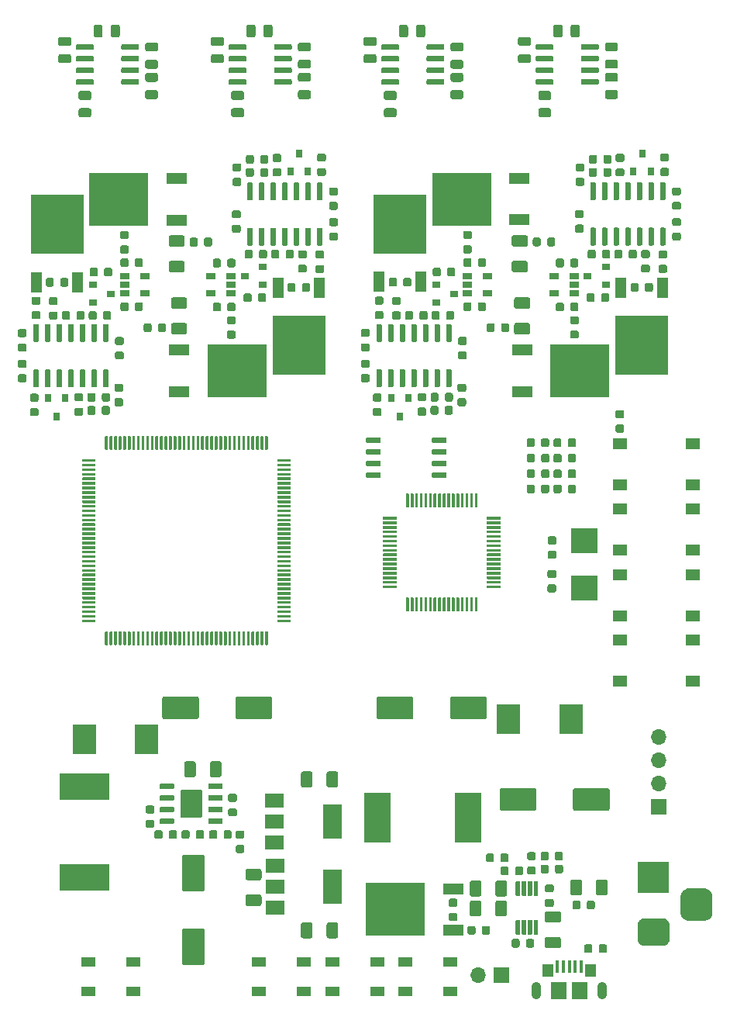
<source format=gbr>
G04 #@! TF.GenerationSoftware,KiCad,Pcbnew,5.1.5*
G04 #@! TF.CreationDate,2020-02-27T19:31:16+03:00*
G04 #@! TF.ProjectId,top,746f702e-6b69-4636-9164-5f7063625858,rev?*
G04 #@! TF.SameCoordinates,Original*
G04 #@! TF.FileFunction,Soldermask,Top*
G04 #@! TF.FilePolarity,Negative*
%FSLAX46Y46*%
G04 Gerber Fmt 4.6, Leading zero omitted, Abs format (unit mm)*
G04 Created by KiCad (PCBNEW 5.1.5) date 2020-02-27 19:31:16*
%MOMM*%
%LPD*%
G04 APERTURE LIST*
%ADD10C,0.100000*%
%ADD11R,2.500000X3.300000*%
%ADD12R,1.500000X1.000000*%
%ADD13R,1.700000X1.700000*%
%ADD14O,1.700000X1.700000*%
%ADD15R,1.750000X1.900000*%
%ADD16R,0.400000X1.400000*%
%ADD17O,1.050000X1.900000*%
%ADD18R,1.150000X1.450000*%
%ADD19R,3.500000X3.500000*%
%ADD20R,5.400000X2.900000*%
%ADD21R,2.900000X5.400000*%
%ADD22R,0.900000X0.800000*%
%ADD23R,2.200000X1.200000*%
%ADD24R,6.400000X5.800000*%
%ADD25R,1.200000X2.200000*%
%ADD26R,5.800000X6.400000*%
%ADD27R,0.800000X0.900000*%
%ADD28R,1.550000X1.300000*%
%ADD29R,1.060000X0.650000*%
%ADD30R,2.000000X1.500000*%
%ADD31R,2.000000X3.800000*%
%ADD32R,3.000000X2.800000*%
G04 APERTURE END LIST*
D10*
G36*
X-14927308Y-200078552D02*
G01*
X-14906073Y-200081702D01*
X-14885249Y-200086918D01*
X-14865037Y-200094150D01*
X-14845631Y-200103329D01*
X-14827218Y-200114365D01*
X-14809975Y-200127153D01*
X-14794069Y-200141569D01*
X-14779653Y-200157475D01*
X-14766865Y-200174718D01*
X-14755829Y-200193131D01*
X-14746650Y-200212537D01*
X-14739418Y-200232749D01*
X-14734202Y-200253573D01*
X-14731052Y-200274808D01*
X-14729999Y-200296249D01*
X-14729999Y-200733749D01*
X-14731052Y-200755190D01*
X-14734202Y-200776425D01*
X-14739418Y-200797249D01*
X-14746650Y-200817461D01*
X-14755829Y-200836867D01*
X-14766865Y-200855280D01*
X-14779653Y-200872523D01*
X-14794069Y-200888429D01*
X-14809975Y-200902845D01*
X-14827218Y-200915633D01*
X-14845631Y-200926669D01*
X-14865037Y-200935848D01*
X-14885249Y-200943080D01*
X-14906073Y-200948296D01*
X-14927308Y-200951446D01*
X-14948749Y-200952499D01*
X-15461249Y-200952499D01*
X-15482690Y-200951446D01*
X-15503925Y-200948296D01*
X-15524749Y-200943080D01*
X-15544961Y-200935848D01*
X-15564367Y-200926669D01*
X-15582780Y-200915633D01*
X-15600023Y-200902845D01*
X-15615929Y-200888429D01*
X-15630345Y-200872523D01*
X-15643133Y-200855280D01*
X-15654169Y-200836867D01*
X-15663348Y-200817461D01*
X-15670580Y-200797249D01*
X-15675796Y-200776425D01*
X-15678946Y-200755190D01*
X-15679999Y-200733749D01*
X-15679999Y-200296249D01*
X-15678946Y-200274808D01*
X-15675796Y-200253573D01*
X-15670580Y-200232749D01*
X-15663348Y-200212537D01*
X-15654169Y-200193131D01*
X-15643133Y-200174718D01*
X-15630345Y-200157475D01*
X-15615929Y-200141569D01*
X-15600023Y-200127153D01*
X-15582780Y-200114365D01*
X-15564367Y-200103329D01*
X-15544961Y-200094150D01*
X-15524749Y-200086918D01*
X-15503925Y-200081702D01*
X-15482690Y-200078552D01*
X-15461249Y-200077499D01*
X-14948749Y-200077499D01*
X-14927308Y-200078552D01*
G37*
G36*
X-14927308Y-201653552D02*
G01*
X-14906073Y-201656702D01*
X-14885249Y-201661918D01*
X-14865037Y-201669150D01*
X-14845631Y-201678329D01*
X-14827218Y-201689365D01*
X-14809975Y-201702153D01*
X-14794069Y-201716569D01*
X-14779653Y-201732475D01*
X-14766865Y-201749718D01*
X-14755829Y-201768131D01*
X-14746650Y-201787537D01*
X-14739418Y-201807749D01*
X-14734202Y-201828573D01*
X-14731052Y-201849808D01*
X-14729999Y-201871249D01*
X-14729999Y-202308749D01*
X-14731052Y-202330190D01*
X-14734202Y-202351425D01*
X-14739418Y-202372249D01*
X-14746650Y-202392461D01*
X-14755829Y-202411867D01*
X-14766865Y-202430280D01*
X-14779653Y-202447523D01*
X-14794069Y-202463429D01*
X-14809975Y-202477845D01*
X-14827218Y-202490633D01*
X-14845631Y-202501669D01*
X-14865037Y-202510848D01*
X-14885249Y-202518080D01*
X-14906073Y-202523296D01*
X-14927308Y-202526446D01*
X-14948749Y-202527499D01*
X-15461249Y-202527499D01*
X-15482690Y-202526446D01*
X-15503925Y-202523296D01*
X-15524749Y-202518080D01*
X-15544961Y-202510848D01*
X-15564367Y-202501669D01*
X-15582780Y-202490633D01*
X-15600023Y-202477845D01*
X-15615929Y-202463429D01*
X-15630345Y-202447523D01*
X-15643133Y-202430280D01*
X-15654169Y-202411867D01*
X-15663348Y-202392461D01*
X-15670580Y-202372249D01*
X-15675796Y-202351425D01*
X-15678946Y-202330190D01*
X-15679999Y-202308749D01*
X-15679999Y-201871249D01*
X-15678946Y-201849808D01*
X-15675796Y-201828573D01*
X-15670580Y-201807749D01*
X-15663348Y-201787537D01*
X-15654169Y-201768131D01*
X-15643133Y-201749718D01*
X-15630345Y-201732475D01*
X-15615929Y-201716569D01*
X-15600023Y-201702153D01*
X-15582780Y-201689365D01*
X-15564367Y-201678329D01*
X-15544961Y-201669150D01*
X-15524749Y-201661918D01*
X-15503925Y-201656702D01*
X-15482690Y-201653552D01*
X-15461249Y-201652499D01*
X-14948749Y-201652499D01*
X-14927308Y-201653552D01*
G37*
G36*
X-17882308Y-197261052D02*
G01*
X-17861073Y-197264202D01*
X-17840249Y-197269418D01*
X-17820037Y-197276650D01*
X-17800631Y-197285829D01*
X-17782218Y-197296865D01*
X-17764975Y-197309653D01*
X-17749069Y-197324069D01*
X-17734653Y-197339975D01*
X-17721865Y-197357218D01*
X-17710829Y-197375631D01*
X-17701650Y-197395037D01*
X-17694418Y-197415249D01*
X-17689202Y-197436073D01*
X-17686052Y-197457308D01*
X-17684999Y-197478749D01*
X-17684999Y-197991249D01*
X-17686052Y-198012690D01*
X-17689202Y-198033925D01*
X-17694418Y-198054749D01*
X-17701650Y-198074961D01*
X-17710829Y-198094367D01*
X-17721865Y-198112780D01*
X-17734653Y-198130023D01*
X-17749069Y-198145929D01*
X-17764975Y-198160345D01*
X-17782218Y-198173133D01*
X-17800631Y-198184169D01*
X-17820037Y-198193348D01*
X-17840249Y-198200580D01*
X-17861073Y-198205796D01*
X-17882308Y-198208946D01*
X-17903749Y-198209999D01*
X-18341249Y-198209999D01*
X-18362690Y-198208946D01*
X-18383925Y-198205796D01*
X-18404749Y-198200580D01*
X-18424961Y-198193348D01*
X-18444367Y-198184169D01*
X-18462780Y-198173133D01*
X-18480023Y-198160345D01*
X-18495929Y-198145929D01*
X-18510345Y-198130023D01*
X-18523133Y-198112780D01*
X-18534169Y-198094367D01*
X-18543348Y-198074961D01*
X-18550580Y-198054749D01*
X-18555796Y-198033925D01*
X-18558946Y-198012690D01*
X-18559999Y-197991249D01*
X-18559999Y-197478749D01*
X-18558946Y-197457308D01*
X-18555796Y-197436073D01*
X-18550580Y-197415249D01*
X-18543348Y-197395037D01*
X-18534169Y-197375631D01*
X-18523133Y-197357218D01*
X-18510345Y-197339975D01*
X-18495929Y-197324069D01*
X-18480023Y-197309653D01*
X-18462780Y-197296865D01*
X-18444367Y-197285829D01*
X-18424961Y-197276650D01*
X-18404749Y-197269418D01*
X-18383925Y-197264202D01*
X-18362690Y-197261052D01*
X-18341249Y-197259999D01*
X-17903749Y-197259999D01*
X-17882308Y-197261052D01*
G37*
G36*
X-16307308Y-197261052D02*
G01*
X-16286073Y-197264202D01*
X-16265249Y-197269418D01*
X-16245037Y-197276650D01*
X-16225631Y-197285829D01*
X-16207218Y-197296865D01*
X-16189975Y-197309653D01*
X-16174069Y-197324069D01*
X-16159653Y-197339975D01*
X-16146865Y-197357218D01*
X-16135829Y-197375631D01*
X-16126650Y-197395037D01*
X-16119418Y-197415249D01*
X-16114202Y-197436073D01*
X-16111052Y-197457308D01*
X-16109999Y-197478749D01*
X-16109999Y-197991249D01*
X-16111052Y-198012690D01*
X-16114202Y-198033925D01*
X-16119418Y-198054749D01*
X-16126650Y-198074961D01*
X-16135829Y-198094367D01*
X-16146865Y-198112780D01*
X-16159653Y-198130023D01*
X-16174069Y-198145929D01*
X-16189975Y-198160345D01*
X-16207218Y-198173133D01*
X-16225631Y-198184169D01*
X-16245037Y-198193348D01*
X-16265249Y-198200580D01*
X-16286073Y-198205796D01*
X-16307308Y-198208946D01*
X-16328749Y-198209999D01*
X-16766249Y-198209999D01*
X-16787690Y-198208946D01*
X-16808925Y-198205796D01*
X-16829749Y-198200580D01*
X-16849961Y-198193348D01*
X-16869367Y-198184169D01*
X-16887780Y-198173133D01*
X-16905023Y-198160345D01*
X-16920929Y-198145929D01*
X-16935345Y-198130023D01*
X-16948133Y-198112780D01*
X-16959169Y-198094367D01*
X-16968348Y-198074961D01*
X-16975580Y-198054749D01*
X-16980796Y-198033925D01*
X-16983946Y-198012690D01*
X-16984999Y-197991249D01*
X-16984999Y-197478749D01*
X-16983946Y-197457308D01*
X-16980796Y-197436073D01*
X-16975580Y-197415249D01*
X-16968348Y-197395037D01*
X-16959169Y-197375631D01*
X-16948133Y-197357218D01*
X-16935345Y-197339975D01*
X-16920929Y-197324069D01*
X-16905023Y-197309653D01*
X-16887780Y-197296865D01*
X-16869367Y-197285829D01*
X-16849961Y-197276650D01*
X-16829749Y-197269418D01*
X-16808925Y-197264202D01*
X-16787690Y-197261052D01*
X-16766249Y-197259999D01*
X-16328749Y-197259999D01*
X-16307308Y-197261052D01*
G37*
G36*
X-14409808Y-191481052D02*
G01*
X-14388573Y-191484202D01*
X-14367749Y-191489418D01*
X-14347537Y-191496650D01*
X-14328131Y-191505829D01*
X-14309718Y-191516865D01*
X-14292475Y-191529653D01*
X-14276569Y-191544069D01*
X-14262153Y-191559975D01*
X-14249365Y-191577218D01*
X-14238329Y-191595631D01*
X-14229150Y-191615037D01*
X-14221918Y-191635249D01*
X-14216702Y-191656073D01*
X-14213552Y-191677308D01*
X-14212499Y-191698749D01*
X-14212499Y-192211249D01*
X-14213552Y-192232690D01*
X-14216702Y-192253925D01*
X-14221918Y-192274749D01*
X-14229150Y-192294961D01*
X-14238329Y-192314367D01*
X-14249365Y-192332780D01*
X-14262153Y-192350023D01*
X-14276569Y-192365929D01*
X-14292475Y-192380345D01*
X-14309718Y-192393133D01*
X-14328131Y-192404169D01*
X-14347537Y-192413348D01*
X-14367749Y-192420580D01*
X-14388573Y-192425796D01*
X-14409808Y-192428946D01*
X-14431249Y-192429999D01*
X-14868749Y-192429999D01*
X-14890190Y-192428946D01*
X-14911425Y-192425796D01*
X-14932249Y-192420580D01*
X-14952461Y-192413348D01*
X-14971867Y-192404169D01*
X-14990280Y-192393133D01*
X-15007523Y-192380345D01*
X-15023429Y-192365929D01*
X-15037845Y-192350023D01*
X-15050633Y-192332780D01*
X-15061669Y-192314367D01*
X-15070848Y-192294961D01*
X-15078080Y-192274749D01*
X-15083296Y-192253925D01*
X-15086446Y-192232690D01*
X-15087499Y-192211249D01*
X-15087499Y-191698749D01*
X-15086446Y-191677308D01*
X-15083296Y-191656073D01*
X-15078080Y-191635249D01*
X-15070848Y-191615037D01*
X-15061669Y-191595631D01*
X-15050633Y-191577218D01*
X-15037845Y-191559975D01*
X-15023429Y-191544069D01*
X-15007523Y-191529653D01*
X-14990280Y-191516865D01*
X-14971867Y-191505829D01*
X-14952461Y-191496650D01*
X-14932249Y-191489418D01*
X-14911425Y-191484202D01*
X-14890190Y-191481052D01*
X-14868749Y-191479999D01*
X-14431249Y-191479999D01*
X-14409808Y-191481052D01*
G37*
G36*
X-12834808Y-191481052D02*
G01*
X-12813573Y-191484202D01*
X-12792749Y-191489418D01*
X-12772537Y-191496650D01*
X-12753131Y-191505829D01*
X-12734718Y-191516865D01*
X-12717475Y-191529653D01*
X-12701569Y-191544069D01*
X-12687153Y-191559975D01*
X-12674365Y-191577218D01*
X-12663329Y-191595631D01*
X-12654150Y-191615037D01*
X-12646918Y-191635249D01*
X-12641702Y-191656073D01*
X-12638552Y-191677308D01*
X-12637499Y-191698749D01*
X-12637499Y-192211249D01*
X-12638552Y-192232690D01*
X-12641702Y-192253925D01*
X-12646918Y-192274749D01*
X-12654150Y-192294961D01*
X-12663329Y-192314367D01*
X-12674365Y-192332780D01*
X-12687153Y-192350023D01*
X-12701569Y-192365929D01*
X-12717475Y-192380345D01*
X-12734718Y-192393133D01*
X-12753131Y-192404169D01*
X-12772537Y-192413348D01*
X-12792749Y-192420580D01*
X-12813573Y-192425796D01*
X-12834808Y-192428946D01*
X-12856249Y-192429999D01*
X-13293749Y-192429999D01*
X-13315190Y-192428946D01*
X-13336425Y-192425796D01*
X-13357249Y-192420580D01*
X-13377461Y-192413348D01*
X-13396867Y-192404169D01*
X-13415280Y-192393133D01*
X-13432523Y-192380345D01*
X-13448429Y-192365929D01*
X-13462845Y-192350023D01*
X-13475633Y-192332780D01*
X-13486669Y-192314367D01*
X-13495848Y-192294961D01*
X-13503080Y-192274749D01*
X-13508296Y-192253925D01*
X-13511446Y-192232690D01*
X-13512499Y-192211249D01*
X-13512499Y-191698749D01*
X-13511446Y-191677308D01*
X-13508296Y-191656073D01*
X-13503080Y-191635249D01*
X-13495848Y-191615037D01*
X-13486669Y-191595631D01*
X-13475633Y-191577218D01*
X-13462845Y-191559975D01*
X-13448429Y-191544069D01*
X-13432523Y-191529653D01*
X-13415280Y-191516865D01*
X-13396867Y-191505829D01*
X-13377461Y-191496650D01*
X-13357249Y-191489418D01*
X-13336425Y-191484202D01*
X-13315190Y-191481052D01*
X-13293749Y-191479999D01*
X-12856249Y-191479999D01*
X-12834808Y-191481052D01*
G37*
G36*
X-25547308Y-200786052D02*
G01*
X-25526073Y-200789202D01*
X-25505249Y-200794418D01*
X-25485037Y-200801650D01*
X-25465631Y-200810829D01*
X-25447218Y-200821865D01*
X-25429975Y-200834653D01*
X-25414069Y-200849069D01*
X-25399653Y-200864975D01*
X-25386865Y-200882218D01*
X-25375829Y-200900631D01*
X-25366650Y-200920037D01*
X-25359418Y-200940249D01*
X-25354202Y-200961073D01*
X-25351052Y-200982308D01*
X-25349999Y-201003749D01*
X-25349999Y-201441249D01*
X-25351052Y-201462690D01*
X-25354202Y-201483925D01*
X-25359418Y-201504749D01*
X-25366650Y-201524961D01*
X-25375829Y-201544367D01*
X-25386865Y-201562780D01*
X-25399653Y-201580023D01*
X-25414069Y-201595929D01*
X-25429975Y-201610345D01*
X-25447218Y-201623133D01*
X-25465631Y-201634169D01*
X-25485037Y-201643348D01*
X-25505249Y-201650580D01*
X-25526073Y-201655796D01*
X-25547308Y-201658946D01*
X-25568749Y-201659999D01*
X-26081249Y-201659999D01*
X-26102690Y-201658946D01*
X-26123925Y-201655796D01*
X-26144749Y-201650580D01*
X-26164961Y-201643348D01*
X-26184367Y-201634169D01*
X-26202780Y-201623133D01*
X-26220023Y-201610345D01*
X-26235929Y-201595929D01*
X-26250345Y-201580023D01*
X-26263133Y-201562780D01*
X-26274169Y-201544367D01*
X-26283348Y-201524961D01*
X-26290580Y-201504749D01*
X-26295796Y-201483925D01*
X-26298946Y-201462690D01*
X-26299999Y-201441249D01*
X-26299999Y-201003749D01*
X-26298946Y-200982308D01*
X-26295796Y-200961073D01*
X-26290580Y-200940249D01*
X-26283348Y-200920037D01*
X-26274169Y-200900631D01*
X-26263133Y-200882218D01*
X-26250345Y-200864975D01*
X-26235929Y-200849069D01*
X-26220023Y-200834653D01*
X-26202780Y-200821865D01*
X-26184367Y-200810829D01*
X-26164961Y-200801650D01*
X-26144749Y-200794418D01*
X-26123925Y-200789202D01*
X-26102690Y-200786052D01*
X-26081249Y-200784999D01*
X-25568749Y-200784999D01*
X-25547308Y-200786052D01*
G37*
G36*
X-25547308Y-199211052D02*
G01*
X-25526073Y-199214202D01*
X-25505249Y-199219418D01*
X-25485037Y-199226650D01*
X-25465631Y-199235829D01*
X-25447218Y-199246865D01*
X-25429975Y-199259653D01*
X-25414069Y-199274069D01*
X-25399653Y-199289975D01*
X-25386865Y-199307218D01*
X-25375829Y-199325631D01*
X-25366650Y-199345037D01*
X-25359418Y-199365249D01*
X-25354202Y-199386073D01*
X-25351052Y-199407308D01*
X-25349999Y-199428749D01*
X-25349999Y-199866249D01*
X-25351052Y-199887690D01*
X-25354202Y-199908925D01*
X-25359418Y-199929749D01*
X-25366650Y-199949961D01*
X-25375829Y-199969367D01*
X-25386865Y-199987780D01*
X-25399653Y-200005023D01*
X-25414069Y-200020929D01*
X-25429975Y-200035345D01*
X-25447218Y-200048133D01*
X-25465631Y-200059169D01*
X-25485037Y-200068348D01*
X-25505249Y-200075580D01*
X-25526073Y-200080796D01*
X-25547308Y-200083946D01*
X-25568749Y-200084999D01*
X-26081249Y-200084999D01*
X-26102690Y-200083946D01*
X-26123925Y-200080796D01*
X-26144749Y-200075580D01*
X-26164961Y-200068348D01*
X-26184367Y-200059169D01*
X-26202780Y-200048133D01*
X-26220023Y-200035345D01*
X-26235929Y-200020929D01*
X-26250345Y-200005023D01*
X-26263133Y-199987780D01*
X-26274169Y-199969367D01*
X-26283348Y-199949961D01*
X-26290580Y-199929749D01*
X-26295796Y-199908925D01*
X-26298946Y-199887690D01*
X-26299999Y-199866249D01*
X-26299999Y-199428749D01*
X-26298946Y-199407308D01*
X-26295796Y-199386073D01*
X-26290580Y-199365249D01*
X-26283348Y-199345037D01*
X-26274169Y-199325631D01*
X-26263133Y-199307218D01*
X-26250345Y-199289975D01*
X-26235929Y-199274069D01*
X-26220023Y-199259653D01*
X-26202780Y-199246865D01*
X-26184367Y-199235829D01*
X-26164961Y-199226650D01*
X-26144749Y-199219418D01*
X-26123925Y-199214202D01*
X-26102690Y-199211052D01*
X-26081249Y-199209999D01*
X-25568749Y-199209999D01*
X-25547308Y-199211052D01*
G37*
G36*
X-25537308Y-204138552D02*
G01*
X-25516073Y-204141702D01*
X-25495249Y-204146918D01*
X-25475037Y-204154150D01*
X-25455631Y-204163329D01*
X-25437218Y-204174365D01*
X-25419975Y-204187153D01*
X-25404069Y-204201569D01*
X-25389653Y-204217475D01*
X-25376865Y-204234718D01*
X-25365829Y-204253131D01*
X-25356650Y-204272537D01*
X-25349418Y-204292749D01*
X-25344202Y-204313573D01*
X-25341052Y-204334808D01*
X-25339999Y-204356249D01*
X-25339999Y-204793749D01*
X-25341052Y-204815190D01*
X-25344202Y-204836425D01*
X-25349418Y-204857249D01*
X-25356650Y-204877461D01*
X-25365829Y-204896867D01*
X-25376865Y-204915280D01*
X-25389653Y-204932523D01*
X-25404069Y-204948429D01*
X-25419975Y-204962845D01*
X-25437218Y-204975633D01*
X-25455631Y-204986669D01*
X-25475037Y-204995848D01*
X-25495249Y-205003080D01*
X-25516073Y-205008296D01*
X-25537308Y-205011446D01*
X-25558749Y-205012499D01*
X-26071249Y-205012499D01*
X-26092690Y-205011446D01*
X-26113925Y-205008296D01*
X-26134749Y-205003080D01*
X-26154961Y-204995848D01*
X-26174367Y-204986669D01*
X-26192780Y-204975633D01*
X-26210023Y-204962845D01*
X-26225929Y-204948429D01*
X-26240345Y-204932523D01*
X-26253133Y-204915280D01*
X-26264169Y-204896867D01*
X-26273348Y-204877461D01*
X-26280580Y-204857249D01*
X-26285796Y-204836425D01*
X-26288946Y-204815190D01*
X-26289999Y-204793749D01*
X-26289999Y-204356249D01*
X-26288946Y-204334808D01*
X-26285796Y-204313573D01*
X-26280580Y-204292749D01*
X-26273348Y-204272537D01*
X-26264169Y-204253131D01*
X-26253133Y-204234718D01*
X-26240345Y-204217475D01*
X-26225929Y-204201569D01*
X-26210023Y-204187153D01*
X-26192780Y-204174365D01*
X-26174367Y-204163329D01*
X-26154961Y-204154150D01*
X-26134749Y-204146918D01*
X-26113925Y-204141702D01*
X-26092690Y-204138552D01*
X-26071249Y-204137499D01*
X-25558749Y-204137499D01*
X-25537308Y-204138552D01*
G37*
G36*
X-25537308Y-202563552D02*
G01*
X-25516073Y-202566702D01*
X-25495249Y-202571918D01*
X-25475037Y-202579150D01*
X-25455631Y-202588329D01*
X-25437218Y-202599365D01*
X-25419975Y-202612153D01*
X-25404069Y-202626569D01*
X-25389653Y-202642475D01*
X-25376865Y-202659718D01*
X-25365829Y-202678131D01*
X-25356650Y-202697537D01*
X-25349418Y-202717749D01*
X-25344202Y-202738573D01*
X-25341052Y-202759808D01*
X-25339999Y-202781249D01*
X-25339999Y-203218749D01*
X-25341052Y-203240190D01*
X-25344202Y-203261425D01*
X-25349418Y-203282249D01*
X-25356650Y-203302461D01*
X-25365829Y-203321867D01*
X-25376865Y-203340280D01*
X-25389653Y-203357523D01*
X-25404069Y-203373429D01*
X-25419975Y-203387845D01*
X-25437218Y-203400633D01*
X-25455631Y-203411669D01*
X-25475037Y-203420848D01*
X-25495249Y-203428080D01*
X-25516073Y-203433296D01*
X-25537308Y-203436446D01*
X-25558749Y-203437499D01*
X-26071249Y-203437499D01*
X-26092690Y-203436446D01*
X-26113925Y-203433296D01*
X-26134749Y-203428080D01*
X-26154961Y-203420848D01*
X-26174367Y-203411669D01*
X-26192780Y-203400633D01*
X-26210023Y-203387845D01*
X-26225929Y-203373429D01*
X-26240345Y-203357523D01*
X-26253133Y-203340280D01*
X-26264169Y-203321867D01*
X-26273348Y-203302461D01*
X-26280580Y-203282249D01*
X-26285796Y-203261425D01*
X-26288946Y-203240190D01*
X-26289999Y-203218749D01*
X-26289999Y-202781249D01*
X-26288946Y-202759808D01*
X-26285796Y-202738573D01*
X-26280580Y-202717749D01*
X-26273348Y-202697537D01*
X-26264169Y-202678131D01*
X-26253133Y-202659718D01*
X-26240345Y-202642475D01*
X-26225929Y-202626569D01*
X-26210023Y-202612153D01*
X-26192780Y-202599365D01*
X-26174367Y-202588329D01*
X-26154961Y-202579150D01*
X-26134749Y-202571918D01*
X-26113925Y-202566702D01*
X-26092690Y-202563552D01*
X-26071249Y-202562499D01*
X-25558749Y-202562499D01*
X-25537308Y-202563552D01*
G37*
G36*
X-14997308Y-206756052D02*
G01*
X-14976073Y-206759202D01*
X-14955249Y-206764418D01*
X-14935037Y-206771650D01*
X-14915631Y-206780829D01*
X-14897218Y-206791865D01*
X-14879975Y-206804653D01*
X-14864069Y-206819069D01*
X-14849653Y-206834975D01*
X-14836865Y-206852218D01*
X-14825829Y-206870631D01*
X-14816650Y-206890037D01*
X-14809418Y-206910249D01*
X-14804202Y-206931073D01*
X-14801052Y-206952308D01*
X-14799999Y-206973749D01*
X-14799999Y-207411249D01*
X-14801052Y-207432690D01*
X-14804202Y-207453925D01*
X-14809418Y-207474749D01*
X-14816650Y-207494961D01*
X-14825829Y-207514367D01*
X-14836865Y-207532780D01*
X-14849653Y-207550023D01*
X-14864069Y-207565929D01*
X-14879975Y-207580345D01*
X-14897218Y-207593133D01*
X-14915631Y-207604169D01*
X-14935037Y-207613348D01*
X-14955249Y-207620580D01*
X-14976073Y-207625796D01*
X-14997308Y-207628946D01*
X-15018749Y-207629999D01*
X-15531249Y-207629999D01*
X-15552690Y-207628946D01*
X-15573925Y-207625796D01*
X-15594749Y-207620580D01*
X-15614961Y-207613348D01*
X-15634367Y-207604169D01*
X-15652780Y-207593133D01*
X-15670023Y-207580345D01*
X-15685929Y-207565929D01*
X-15700345Y-207550023D01*
X-15713133Y-207532780D01*
X-15724169Y-207514367D01*
X-15733348Y-207494961D01*
X-15740580Y-207474749D01*
X-15745796Y-207453925D01*
X-15748946Y-207432690D01*
X-15749999Y-207411249D01*
X-15749999Y-206973749D01*
X-15748946Y-206952308D01*
X-15745796Y-206931073D01*
X-15740580Y-206910249D01*
X-15733348Y-206890037D01*
X-15724169Y-206870631D01*
X-15713133Y-206852218D01*
X-15700345Y-206834975D01*
X-15685929Y-206819069D01*
X-15670023Y-206804653D01*
X-15652780Y-206791865D01*
X-15634367Y-206780829D01*
X-15614961Y-206771650D01*
X-15594749Y-206764418D01*
X-15573925Y-206759202D01*
X-15552690Y-206756052D01*
X-15531249Y-206754999D01*
X-15018749Y-206754999D01*
X-14997308Y-206756052D01*
G37*
G36*
X-14997308Y-205181052D02*
G01*
X-14976073Y-205184202D01*
X-14955249Y-205189418D01*
X-14935037Y-205196650D01*
X-14915631Y-205205829D01*
X-14897218Y-205216865D01*
X-14879975Y-205229653D01*
X-14864069Y-205244069D01*
X-14849653Y-205259975D01*
X-14836865Y-205277218D01*
X-14825829Y-205295631D01*
X-14816650Y-205315037D01*
X-14809418Y-205335249D01*
X-14804202Y-205356073D01*
X-14801052Y-205377308D01*
X-14799999Y-205398749D01*
X-14799999Y-205836249D01*
X-14801052Y-205857690D01*
X-14804202Y-205878925D01*
X-14809418Y-205899749D01*
X-14816650Y-205919961D01*
X-14825829Y-205939367D01*
X-14836865Y-205957780D01*
X-14849653Y-205975023D01*
X-14864069Y-205990929D01*
X-14879975Y-206005345D01*
X-14897218Y-206018133D01*
X-14915631Y-206029169D01*
X-14935037Y-206038348D01*
X-14955249Y-206045580D01*
X-14976073Y-206050796D01*
X-14997308Y-206053946D01*
X-15018749Y-206054999D01*
X-15531249Y-206054999D01*
X-15552690Y-206053946D01*
X-15573925Y-206050796D01*
X-15594749Y-206045580D01*
X-15614961Y-206038348D01*
X-15634367Y-206029169D01*
X-15652780Y-206018133D01*
X-15670023Y-206005345D01*
X-15685929Y-205990929D01*
X-15700345Y-205975023D01*
X-15713133Y-205957780D01*
X-15724169Y-205939367D01*
X-15733348Y-205919961D01*
X-15740580Y-205899749D01*
X-15745796Y-205878925D01*
X-15748946Y-205857690D01*
X-15749999Y-205836249D01*
X-15749999Y-205398749D01*
X-15748946Y-205377308D01*
X-15745796Y-205356073D01*
X-15740580Y-205335249D01*
X-15733348Y-205315037D01*
X-15724169Y-205295631D01*
X-15713133Y-205277218D01*
X-15700345Y-205259975D01*
X-15685929Y-205244069D01*
X-15670023Y-205229653D01*
X-15652780Y-205216865D01*
X-15634367Y-205205829D01*
X-15614961Y-205196650D01*
X-15594749Y-205189418D01*
X-15573925Y-205184202D01*
X-15552690Y-205181052D01*
X-15531249Y-205179999D01*
X-15018749Y-205179999D01*
X-14997308Y-205181052D01*
G37*
G36*
X-18014808Y-206181052D02*
G01*
X-17993573Y-206184202D01*
X-17972749Y-206189418D01*
X-17952537Y-206196650D01*
X-17933131Y-206205829D01*
X-17914718Y-206216865D01*
X-17897475Y-206229653D01*
X-17881569Y-206244069D01*
X-17867153Y-206259975D01*
X-17854365Y-206277218D01*
X-17843329Y-206295631D01*
X-17834150Y-206315037D01*
X-17826918Y-206335249D01*
X-17821702Y-206356073D01*
X-17818552Y-206377308D01*
X-17817499Y-206398749D01*
X-17817499Y-206911249D01*
X-17818552Y-206932690D01*
X-17821702Y-206953925D01*
X-17826918Y-206974749D01*
X-17834150Y-206994961D01*
X-17843329Y-207014367D01*
X-17854365Y-207032780D01*
X-17867153Y-207050023D01*
X-17881569Y-207065929D01*
X-17897475Y-207080345D01*
X-17914718Y-207093133D01*
X-17933131Y-207104169D01*
X-17952537Y-207113348D01*
X-17972749Y-207120580D01*
X-17993573Y-207125796D01*
X-18014808Y-207128946D01*
X-18036249Y-207129999D01*
X-18473749Y-207129999D01*
X-18495190Y-207128946D01*
X-18516425Y-207125796D01*
X-18537249Y-207120580D01*
X-18557461Y-207113348D01*
X-18576867Y-207104169D01*
X-18595280Y-207093133D01*
X-18612523Y-207080345D01*
X-18628429Y-207065929D01*
X-18642845Y-207050023D01*
X-18655633Y-207032780D01*
X-18666669Y-207014367D01*
X-18675848Y-206994961D01*
X-18683080Y-206974749D01*
X-18688296Y-206953925D01*
X-18691446Y-206932690D01*
X-18692499Y-206911249D01*
X-18692499Y-206398749D01*
X-18691446Y-206377308D01*
X-18688296Y-206356073D01*
X-18683080Y-206335249D01*
X-18675848Y-206315037D01*
X-18666669Y-206295631D01*
X-18655633Y-206277218D01*
X-18642845Y-206259975D01*
X-18628429Y-206244069D01*
X-18612523Y-206229653D01*
X-18595280Y-206216865D01*
X-18576867Y-206205829D01*
X-18557461Y-206196650D01*
X-18537249Y-206189418D01*
X-18516425Y-206184202D01*
X-18495190Y-206181052D01*
X-18473749Y-206179999D01*
X-18036249Y-206179999D01*
X-18014808Y-206181052D01*
G37*
G36*
X-16439808Y-206181052D02*
G01*
X-16418573Y-206184202D01*
X-16397749Y-206189418D01*
X-16377537Y-206196650D01*
X-16358131Y-206205829D01*
X-16339718Y-206216865D01*
X-16322475Y-206229653D01*
X-16306569Y-206244069D01*
X-16292153Y-206259975D01*
X-16279365Y-206277218D01*
X-16268329Y-206295631D01*
X-16259150Y-206315037D01*
X-16251918Y-206335249D01*
X-16246702Y-206356073D01*
X-16243552Y-206377308D01*
X-16242499Y-206398749D01*
X-16242499Y-206911249D01*
X-16243552Y-206932690D01*
X-16246702Y-206953925D01*
X-16251918Y-206974749D01*
X-16259150Y-206994961D01*
X-16268329Y-207014367D01*
X-16279365Y-207032780D01*
X-16292153Y-207050023D01*
X-16306569Y-207065929D01*
X-16322475Y-207080345D01*
X-16339718Y-207093133D01*
X-16358131Y-207104169D01*
X-16377537Y-207113348D01*
X-16397749Y-207120580D01*
X-16418573Y-207125796D01*
X-16439808Y-207128946D01*
X-16461249Y-207129999D01*
X-16898749Y-207129999D01*
X-16920190Y-207128946D01*
X-16941425Y-207125796D01*
X-16962249Y-207120580D01*
X-16982461Y-207113348D01*
X-17001867Y-207104169D01*
X-17020280Y-207093133D01*
X-17037523Y-207080345D01*
X-17053429Y-207065929D01*
X-17067845Y-207050023D01*
X-17080633Y-207032780D01*
X-17091669Y-207014367D01*
X-17100848Y-206994961D01*
X-17108080Y-206974749D01*
X-17113296Y-206953925D01*
X-17116446Y-206932690D01*
X-17117499Y-206911249D01*
X-17117499Y-206398749D01*
X-17116446Y-206377308D01*
X-17113296Y-206356073D01*
X-17108080Y-206335249D01*
X-17100848Y-206315037D01*
X-17091669Y-206295631D01*
X-17080633Y-206277218D01*
X-17067845Y-206259975D01*
X-17053429Y-206244069D01*
X-17037523Y-206229653D01*
X-17020280Y-206216865D01*
X-17001867Y-206205829D01*
X-16982461Y-206196650D01*
X-16962249Y-206189418D01*
X-16941425Y-206184202D01*
X-16920190Y-206181052D01*
X-16898749Y-206179999D01*
X-16461249Y-206179999D01*
X-16439808Y-206181052D01*
G37*
G36*
X-2152308Y-187813553D02*
G01*
X-2131073Y-187816703D01*
X-2110249Y-187821919D01*
X-2090037Y-187829151D01*
X-2070631Y-187838330D01*
X-2052218Y-187849366D01*
X-2034975Y-187862154D01*
X-2019069Y-187876570D01*
X-2004653Y-187892476D01*
X-1991865Y-187909719D01*
X-1980829Y-187928132D01*
X-1971650Y-187947538D01*
X-1964418Y-187967750D01*
X-1959202Y-187988574D01*
X-1956052Y-188009809D01*
X-1954999Y-188031250D01*
X-1954999Y-188468750D01*
X-1956052Y-188490191D01*
X-1959202Y-188511426D01*
X-1964418Y-188532250D01*
X-1971650Y-188552462D01*
X-1980829Y-188571868D01*
X-1991865Y-188590281D01*
X-2004653Y-188607524D01*
X-2019069Y-188623430D01*
X-2034975Y-188637846D01*
X-2052218Y-188650634D01*
X-2070631Y-188661670D01*
X-2090037Y-188670849D01*
X-2110249Y-188678081D01*
X-2131073Y-188683297D01*
X-2152308Y-188686447D01*
X-2173749Y-188687500D01*
X-2686249Y-188687500D01*
X-2707690Y-188686447D01*
X-2728925Y-188683297D01*
X-2749749Y-188678081D01*
X-2769961Y-188670849D01*
X-2789367Y-188661670D01*
X-2807780Y-188650634D01*
X-2825023Y-188637846D01*
X-2840929Y-188623430D01*
X-2855345Y-188607524D01*
X-2868133Y-188590281D01*
X-2879169Y-188571868D01*
X-2888348Y-188552462D01*
X-2895580Y-188532250D01*
X-2900796Y-188511426D01*
X-2903946Y-188490191D01*
X-2904999Y-188468750D01*
X-2904999Y-188031250D01*
X-2903946Y-188009809D01*
X-2900796Y-187988574D01*
X-2895580Y-187967750D01*
X-2888348Y-187947538D01*
X-2879169Y-187928132D01*
X-2868133Y-187909719D01*
X-2855345Y-187892476D01*
X-2840929Y-187876570D01*
X-2825023Y-187862154D01*
X-2807780Y-187849366D01*
X-2789367Y-187838330D01*
X-2769961Y-187829151D01*
X-2749749Y-187821919D01*
X-2728925Y-187816703D01*
X-2707690Y-187813553D01*
X-2686249Y-187812500D01*
X-2173749Y-187812500D01*
X-2152308Y-187813553D01*
G37*
G36*
X-2152308Y-186238553D02*
G01*
X-2131073Y-186241703D01*
X-2110249Y-186246919D01*
X-2090037Y-186254151D01*
X-2070631Y-186263330D01*
X-2052218Y-186274366D01*
X-2034975Y-186287154D01*
X-2019069Y-186301570D01*
X-2004653Y-186317476D01*
X-1991865Y-186334719D01*
X-1980829Y-186353132D01*
X-1971650Y-186372538D01*
X-1964418Y-186392750D01*
X-1959202Y-186413574D01*
X-1956052Y-186434809D01*
X-1954999Y-186456250D01*
X-1954999Y-186893750D01*
X-1956052Y-186915191D01*
X-1959202Y-186936426D01*
X-1964418Y-186957250D01*
X-1971650Y-186977462D01*
X-1980829Y-186996868D01*
X-1991865Y-187015281D01*
X-2004653Y-187032524D01*
X-2019069Y-187048430D01*
X-2034975Y-187062846D01*
X-2052218Y-187075634D01*
X-2070631Y-187086670D01*
X-2090037Y-187095849D01*
X-2110249Y-187103081D01*
X-2131073Y-187108297D01*
X-2152308Y-187111447D01*
X-2173749Y-187112500D01*
X-2686249Y-187112500D01*
X-2707690Y-187111447D01*
X-2728925Y-187108297D01*
X-2749749Y-187103081D01*
X-2769961Y-187095849D01*
X-2789367Y-187086670D01*
X-2807780Y-187075634D01*
X-2825023Y-187062846D01*
X-2840929Y-187048430D01*
X-2855345Y-187032524D01*
X-2868133Y-187015281D01*
X-2879169Y-186996868D01*
X-2888348Y-186977462D01*
X-2895580Y-186957250D01*
X-2900796Y-186936426D01*
X-2903946Y-186915191D01*
X-2904999Y-186893750D01*
X-2904999Y-186456250D01*
X-2903946Y-186434809D01*
X-2900796Y-186413574D01*
X-2895580Y-186392750D01*
X-2888348Y-186372538D01*
X-2879169Y-186353132D01*
X-2868133Y-186334719D01*
X-2855345Y-186317476D01*
X-2840929Y-186301570D01*
X-2825023Y-186287154D01*
X-2807780Y-186274366D01*
X-2789367Y-186263330D01*
X-2769961Y-186254151D01*
X-2749749Y-186246919D01*
X-2728925Y-186241703D01*
X-2707690Y-186238553D01*
X-2686249Y-186237500D01*
X-2173749Y-186237500D01*
X-2152308Y-186238553D01*
G37*
G36*
X727692Y-190556053D02*
G01*
X748927Y-190559203D01*
X769751Y-190564419D01*
X789963Y-190571651D01*
X809369Y-190580830D01*
X827782Y-190591866D01*
X845025Y-190604654D01*
X860931Y-190619070D01*
X875347Y-190634976D01*
X888135Y-190652219D01*
X899171Y-190670632D01*
X908350Y-190690038D01*
X915582Y-190710250D01*
X920798Y-190731074D01*
X923948Y-190752309D01*
X925001Y-190773750D01*
X925001Y-191286250D01*
X923948Y-191307691D01*
X920798Y-191328926D01*
X915582Y-191349750D01*
X908350Y-191369962D01*
X899171Y-191389368D01*
X888135Y-191407781D01*
X875347Y-191425024D01*
X860931Y-191440930D01*
X845025Y-191455346D01*
X827782Y-191468134D01*
X809369Y-191479170D01*
X789963Y-191488349D01*
X769751Y-191495581D01*
X748927Y-191500797D01*
X727692Y-191503947D01*
X706251Y-191505000D01*
X268751Y-191505000D01*
X247310Y-191503947D01*
X226075Y-191500797D01*
X205251Y-191495581D01*
X185039Y-191488349D01*
X165633Y-191479170D01*
X147220Y-191468134D01*
X129977Y-191455346D01*
X114071Y-191440930D01*
X99655Y-191425024D01*
X86867Y-191407781D01*
X75831Y-191389368D01*
X66652Y-191369962D01*
X59420Y-191349750D01*
X54204Y-191328926D01*
X51054Y-191307691D01*
X50001Y-191286250D01*
X50001Y-190773750D01*
X51054Y-190752309D01*
X54204Y-190731074D01*
X59420Y-190710250D01*
X66652Y-190690038D01*
X75831Y-190670632D01*
X86867Y-190652219D01*
X99655Y-190634976D01*
X114071Y-190619070D01*
X129977Y-190604654D01*
X147220Y-190591866D01*
X165633Y-190580830D01*
X185039Y-190571651D01*
X205251Y-190564419D01*
X226075Y-190559203D01*
X247310Y-190556053D01*
X268751Y-190555000D01*
X706251Y-190555000D01*
X727692Y-190556053D01*
G37*
G36*
X-847308Y-190556053D02*
G01*
X-826073Y-190559203D01*
X-805249Y-190564419D01*
X-785037Y-190571651D01*
X-765631Y-190580830D01*
X-747218Y-190591866D01*
X-729975Y-190604654D01*
X-714069Y-190619070D01*
X-699653Y-190634976D01*
X-686865Y-190652219D01*
X-675829Y-190670632D01*
X-666650Y-190690038D01*
X-659418Y-190710250D01*
X-654202Y-190731074D01*
X-651052Y-190752309D01*
X-649999Y-190773750D01*
X-649999Y-191286250D01*
X-651052Y-191307691D01*
X-654202Y-191328926D01*
X-659418Y-191349750D01*
X-666650Y-191369962D01*
X-675829Y-191389368D01*
X-686865Y-191407781D01*
X-699653Y-191425024D01*
X-714069Y-191440930D01*
X-729975Y-191455346D01*
X-747218Y-191468134D01*
X-765631Y-191479170D01*
X-785037Y-191488349D01*
X-805249Y-191495581D01*
X-826073Y-191500797D01*
X-847308Y-191503947D01*
X-868749Y-191505000D01*
X-1306249Y-191505000D01*
X-1327690Y-191503947D01*
X-1348925Y-191500797D01*
X-1369749Y-191495581D01*
X-1389961Y-191488349D01*
X-1409367Y-191479170D01*
X-1427780Y-191468134D01*
X-1445023Y-191455346D01*
X-1460929Y-191440930D01*
X-1475345Y-191425024D01*
X-1488133Y-191407781D01*
X-1499169Y-191389368D01*
X-1508348Y-191369962D01*
X-1515580Y-191349750D01*
X-1520796Y-191328926D01*
X-1523946Y-191307691D01*
X-1524999Y-191286250D01*
X-1524999Y-190773750D01*
X-1523946Y-190752309D01*
X-1520796Y-190731074D01*
X-1515580Y-190710250D01*
X-1508348Y-190690038D01*
X-1499169Y-190670632D01*
X-1488133Y-190652219D01*
X-1475345Y-190634976D01*
X-1460929Y-190619070D01*
X-1445023Y-190604654D01*
X-1427780Y-190591866D01*
X-1409367Y-190580830D01*
X-1389961Y-190571651D01*
X-1369749Y-190564419D01*
X-1348925Y-190559203D01*
X-1327690Y-190556053D01*
X-1306249Y-190555000D01*
X-868749Y-190555000D01*
X-847308Y-190556053D01*
G37*
G36*
X-2744809Y-196336053D02*
G01*
X-2723574Y-196339203D01*
X-2702750Y-196344419D01*
X-2682538Y-196351651D01*
X-2663132Y-196360830D01*
X-2644719Y-196371866D01*
X-2627476Y-196384654D01*
X-2611570Y-196399070D01*
X-2597154Y-196414976D01*
X-2584366Y-196432219D01*
X-2573330Y-196450632D01*
X-2564151Y-196470038D01*
X-2556919Y-196490250D01*
X-2551703Y-196511074D01*
X-2548553Y-196532309D01*
X-2547500Y-196553750D01*
X-2547500Y-197066250D01*
X-2548553Y-197087691D01*
X-2551703Y-197108926D01*
X-2556919Y-197129750D01*
X-2564151Y-197149962D01*
X-2573330Y-197169368D01*
X-2584366Y-197187781D01*
X-2597154Y-197205024D01*
X-2611570Y-197220930D01*
X-2627476Y-197235346D01*
X-2644719Y-197248134D01*
X-2663132Y-197259170D01*
X-2682538Y-197268349D01*
X-2702750Y-197275581D01*
X-2723574Y-197280797D01*
X-2744809Y-197283947D01*
X-2766250Y-197285000D01*
X-3203750Y-197285000D01*
X-3225191Y-197283947D01*
X-3246426Y-197280797D01*
X-3267250Y-197275581D01*
X-3287462Y-197268349D01*
X-3306868Y-197259170D01*
X-3325281Y-197248134D01*
X-3342524Y-197235346D01*
X-3358430Y-197220930D01*
X-3372846Y-197205024D01*
X-3385634Y-197187781D01*
X-3396670Y-197169368D01*
X-3405849Y-197149962D01*
X-3413081Y-197129750D01*
X-3418297Y-197108926D01*
X-3421447Y-197087691D01*
X-3422500Y-197066250D01*
X-3422500Y-196553750D01*
X-3421447Y-196532309D01*
X-3418297Y-196511074D01*
X-3413081Y-196490250D01*
X-3405849Y-196470038D01*
X-3396670Y-196450632D01*
X-3385634Y-196432219D01*
X-3372846Y-196414976D01*
X-3358430Y-196399070D01*
X-3342524Y-196384654D01*
X-3325281Y-196371866D01*
X-3306868Y-196360830D01*
X-3287462Y-196351651D01*
X-3267250Y-196344419D01*
X-3246426Y-196339203D01*
X-3225191Y-196336053D01*
X-3203750Y-196335000D01*
X-2766250Y-196335000D01*
X-2744809Y-196336053D01*
G37*
G36*
X-4319809Y-196336053D02*
G01*
X-4298574Y-196339203D01*
X-4277750Y-196344419D01*
X-4257538Y-196351651D01*
X-4238132Y-196360830D01*
X-4219719Y-196371866D01*
X-4202476Y-196384654D01*
X-4186570Y-196399070D01*
X-4172154Y-196414976D01*
X-4159366Y-196432219D01*
X-4148330Y-196450632D01*
X-4139151Y-196470038D01*
X-4131919Y-196490250D01*
X-4126703Y-196511074D01*
X-4123553Y-196532309D01*
X-4122500Y-196553750D01*
X-4122500Y-197066250D01*
X-4123553Y-197087691D01*
X-4126703Y-197108926D01*
X-4131919Y-197129750D01*
X-4139151Y-197149962D01*
X-4148330Y-197169368D01*
X-4159366Y-197187781D01*
X-4172154Y-197205024D01*
X-4186570Y-197220930D01*
X-4202476Y-197235346D01*
X-4219719Y-197248134D01*
X-4238132Y-197259170D01*
X-4257538Y-197268349D01*
X-4277750Y-197275581D01*
X-4298574Y-197280797D01*
X-4319809Y-197283947D01*
X-4341250Y-197285000D01*
X-4778750Y-197285000D01*
X-4800191Y-197283947D01*
X-4821426Y-197280797D01*
X-4842250Y-197275581D01*
X-4862462Y-197268349D01*
X-4881868Y-197259170D01*
X-4900281Y-197248134D01*
X-4917524Y-197235346D01*
X-4933430Y-197220930D01*
X-4947846Y-197205024D01*
X-4960634Y-197187781D01*
X-4971670Y-197169368D01*
X-4980849Y-197149962D01*
X-4988081Y-197129750D01*
X-4993297Y-197108926D01*
X-4996447Y-197087691D01*
X-4997500Y-197066250D01*
X-4997500Y-196553750D01*
X-4996447Y-196532309D01*
X-4993297Y-196511074D01*
X-4988081Y-196490250D01*
X-4980849Y-196470038D01*
X-4971670Y-196450632D01*
X-4960634Y-196432219D01*
X-4947846Y-196414976D01*
X-4933430Y-196399070D01*
X-4917524Y-196384654D01*
X-4900281Y-196371866D01*
X-4881868Y-196360830D01*
X-4862462Y-196351651D01*
X-4842250Y-196344419D01*
X-4821426Y-196339203D01*
X-4800191Y-196336053D01*
X-4778750Y-196335000D01*
X-4341250Y-196335000D01*
X-4319809Y-196336053D01*
G37*
G36*
X8467691Y-187106053D02*
G01*
X8488926Y-187109203D01*
X8509750Y-187114419D01*
X8529962Y-187121651D01*
X8549368Y-187130830D01*
X8567781Y-187141866D01*
X8585024Y-187154654D01*
X8600930Y-187169070D01*
X8615346Y-187184976D01*
X8628134Y-187202219D01*
X8639170Y-187220632D01*
X8648349Y-187240038D01*
X8655581Y-187260250D01*
X8660797Y-187281074D01*
X8663947Y-187302309D01*
X8665000Y-187323750D01*
X8665000Y-187761250D01*
X8663947Y-187782691D01*
X8660797Y-187803926D01*
X8655581Y-187824750D01*
X8648349Y-187844962D01*
X8639170Y-187864368D01*
X8628134Y-187882781D01*
X8615346Y-187900024D01*
X8600930Y-187915930D01*
X8585024Y-187930346D01*
X8567781Y-187943134D01*
X8549368Y-187954170D01*
X8529962Y-187963349D01*
X8509750Y-187970581D01*
X8488926Y-187975797D01*
X8467691Y-187978947D01*
X8446250Y-187980000D01*
X7933750Y-187980000D01*
X7912309Y-187978947D01*
X7891074Y-187975797D01*
X7870250Y-187970581D01*
X7850038Y-187963349D01*
X7830632Y-187954170D01*
X7812219Y-187943134D01*
X7794976Y-187930346D01*
X7779070Y-187915930D01*
X7764654Y-187900024D01*
X7751866Y-187882781D01*
X7740830Y-187864368D01*
X7731651Y-187844962D01*
X7724419Y-187824750D01*
X7719203Y-187803926D01*
X7716053Y-187782691D01*
X7715000Y-187761250D01*
X7715000Y-187323750D01*
X7716053Y-187302309D01*
X7719203Y-187281074D01*
X7724419Y-187260250D01*
X7731651Y-187240038D01*
X7740830Y-187220632D01*
X7751866Y-187202219D01*
X7764654Y-187184976D01*
X7779070Y-187169070D01*
X7794976Y-187154654D01*
X7812219Y-187141866D01*
X7830632Y-187130830D01*
X7850038Y-187121651D01*
X7870250Y-187114419D01*
X7891074Y-187109203D01*
X7912309Y-187106053D01*
X7933750Y-187105000D01*
X8446250Y-187105000D01*
X8467691Y-187106053D01*
G37*
G36*
X8467691Y-188681053D02*
G01*
X8488926Y-188684203D01*
X8509750Y-188689419D01*
X8529962Y-188696651D01*
X8549368Y-188705830D01*
X8567781Y-188716866D01*
X8585024Y-188729654D01*
X8600930Y-188744070D01*
X8615346Y-188759976D01*
X8628134Y-188777219D01*
X8639170Y-188795632D01*
X8648349Y-188815038D01*
X8655581Y-188835250D01*
X8660797Y-188856074D01*
X8663947Y-188877309D01*
X8665000Y-188898750D01*
X8665000Y-189336250D01*
X8663947Y-189357691D01*
X8660797Y-189378926D01*
X8655581Y-189399750D01*
X8648349Y-189419962D01*
X8639170Y-189439368D01*
X8628134Y-189457781D01*
X8615346Y-189475024D01*
X8600930Y-189490930D01*
X8585024Y-189505346D01*
X8567781Y-189518134D01*
X8549368Y-189529170D01*
X8529962Y-189538349D01*
X8509750Y-189545581D01*
X8488926Y-189550797D01*
X8467691Y-189553947D01*
X8446250Y-189555000D01*
X7933750Y-189555000D01*
X7912309Y-189553947D01*
X7891074Y-189550797D01*
X7870250Y-189545581D01*
X7850038Y-189538349D01*
X7830632Y-189529170D01*
X7812219Y-189518134D01*
X7794976Y-189505346D01*
X7779070Y-189490930D01*
X7764654Y-189475024D01*
X7751866Y-189457781D01*
X7740830Y-189439368D01*
X7731651Y-189419962D01*
X7724419Y-189399750D01*
X7719203Y-189378926D01*
X7716053Y-189357691D01*
X7715000Y-189336250D01*
X7715000Y-188898750D01*
X7716053Y-188877309D01*
X7719203Y-188856074D01*
X7724419Y-188835250D01*
X7731651Y-188815038D01*
X7740830Y-188795632D01*
X7751866Y-188777219D01*
X7764654Y-188759976D01*
X7779070Y-188744070D01*
X7794976Y-188729654D01*
X7812219Y-188716866D01*
X7830632Y-188705830D01*
X7850038Y-188696651D01*
X7870250Y-188689419D01*
X7891074Y-188684203D01*
X7912309Y-188681053D01*
X7933750Y-188680000D01*
X8446250Y-188680000D01*
X8467691Y-188681053D01*
G37*
G36*
X8457691Y-183753553D02*
G01*
X8478926Y-183756703D01*
X8499750Y-183761919D01*
X8519962Y-183769151D01*
X8539368Y-183778330D01*
X8557781Y-183789366D01*
X8575024Y-183802154D01*
X8590930Y-183816570D01*
X8605346Y-183832476D01*
X8618134Y-183849719D01*
X8629170Y-183868132D01*
X8638349Y-183887538D01*
X8645581Y-183907750D01*
X8650797Y-183928574D01*
X8653947Y-183949809D01*
X8655000Y-183971250D01*
X8655000Y-184408750D01*
X8653947Y-184430191D01*
X8650797Y-184451426D01*
X8645581Y-184472250D01*
X8638349Y-184492462D01*
X8629170Y-184511868D01*
X8618134Y-184530281D01*
X8605346Y-184547524D01*
X8590930Y-184563430D01*
X8575024Y-184577846D01*
X8557781Y-184590634D01*
X8539368Y-184601670D01*
X8519962Y-184610849D01*
X8499750Y-184618081D01*
X8478926Y-184623297D01*
X8457691Y-184626447D01*
X8436250Y-184627500D01*
X7923750Y-184627500D01*
X7902309Y-184626447D01*
X7881074Y-184623297D01*
X7860250Y-184618081D01*
X7840038Y-184610849D01*
X7820632Y-184601670D01*
X7802219Y-184590634D01*
X7784976Y-184577846D01*
X7769070Y-184563430D01*
X7754654Y-184547524D01*
X7741866Y-184530281D01*
X7730830Y-184511868D01*
X7721651Y-184492462D01*
X7714419Y-184472250D01*
X7709203Y-184451426D01*
X7706053Y-184430191D01*
X7705000Y-184408750D01*
X7705000Y-183971250D01*
X7706053Y-183949809D01*
X7709203Y-183928574D01*
X7714419Y-183907750D01*
X7721651Y-183887538D01*
X7730830Y-183868132D01*
X7741866Y-183849719D01*
X7754654Y-183832476D01*
X7769070Y-183816570D01*
X7784976Y-183802154D01*
X7802219Y-183789366D01*
X7820632Y-183778330D01*
X7840038Y-183769151D01*
X7860250Y-183761919D01*
X7881074Y-183756703D01*
X7902309Y-183753553D01*
X7923750Y-183752500D01*
X8436250Y-183752500D01*
X8457691Y-183753553D01*
G37*
G36*
X8457691Y-185328553D02*
G01*
X8478926Y-185331703D01*
X8499750Y-185336919D01*
X8519962Y-185344151D01*
X8539368Y-185353330D01*
X8557781Y-185364366D01*
X8575024Y-185377154D01*
X8590930Y-185391570D01*
X8605346Y-185407476D01*
X8618134Y-185424719D01*
X8629170Y-185443132D01*
X8638349Y-185462538D01*
X8645581Y-185482750D01*
X8650797Y-185503574D01*
X8653947Y-185524809D01*
X8655000Y-185546250D01*
X8655000Y-185983750D01*
X8653947Y-186005191D01*
X8650797Y-186026426D01*
X8645581Y-186047250D01*
X8638349Y-186067462D01*
X8629170Y-186086868D01*
X8618134Y-186105281D01*
X8605346Y-186122524D01*
X8590930Y-186138430D01*
X8575024Y-186152846D01*
X8557781Y-186165634D01*
X8539368Y-186176670D01*
X8519962Y-186185849D01*
X8499750Y-186193081D01*
X8478926Y-186198297D01*
X8457691Y-186201447D01*
X8436250Y-186202500D01*
X7923750Y-186202500D01*
X7902309Y-186201447D01*
X7881074Y-186198297D01*
X7860250Y-186193081D01*
X7840038Y-186185849D01*
X7820632Y-186176670D01*
X7802219Y-186165634D01*
X7784976Y-186152846D01*
X7769070Y-186138430D01*
X7754654Y-186122524D01*
X7741866Y-186105281D01*
X7730830Y-186086868D01*
X7721651Y-186067462D01*
X7714419Y-186047250D01*
X7709203Y-186026426D01*
X7706053Y-186005191D01*
X7705000Y-185983750D01*
X7705000Y-185546250D01*
X7706053Y-185524809D01*
X7709203Y-185503574D01*
X7714419Y-185482750D01*
X7721651Y-185462538D01*
X7730830Y-185443132D01*
X7741866Y-185424719D01*
X7754654Y-185407476D01*
X7769070Y-185391570D01*
X7784976Y-185377154D01*
X7802219Y-185364366D01*
X7820632Y-185353330D01*
X7840038Y-185344151D01*
X7860250Y-185336919D01*
X7881074Y-185331703D01*
X7902309Y-185328553D01*
X7923750Y-185327500D01*
X8436250Y-185327500D01*
X8457691Y-185328553D01*
G37*
G36*
X-2082308Y-181136053D02*
G01*
X-2061073Y-181139203D01*
X-2040249Y-181144419D01*
X-2020037Y-181151651D01*
X-2000631Y-181160830D01*
X-1982218Y-181171866D01*
X-1964975Y-181184654D01*
X-1949069Y-181199070D01*
X-1934653Y-181214976D01*
X-1921865Y-181232219D01*
X-1910829Y-181250632D01*
X-1901650Y-181270038D01*
X-1894418Y-181290250D01*
X-1889202Y-181311074D01*
X-1886052Y-181332309D01*
X-1884999Y-181353750D01*
X-1884999Y-181791250D01*
X-1886052Y-181812691D01*
X-1889202Y-181833926D01*
X-1894418Y-181854750D01*
X-1901650Y-181874962D01*
X-1910829Y-181894368D01*
X-1921865Y-181912781D01*
X-1934653Y-181930024D01*
X-1949069Y-181945930D01*
X-1964975Y-181960346D01*
X-1982218Y-181973134D01*
X-2000631Y-181984170D01*
X-2020037Y-181993349D01*
X-2040249Y-182000581D01*
X-2061073Y-182005797D01*
X-2082308Y-182008947D01*
X-2103749Y-182010000D01*
X-2616249Y-182010000D01*
X-2637690Y-182008947D01*
X-2658925Y-182005797D01*
X-2679749Y-182000581D01*
X-2699961Y-181993349D01*
X-2719367Y-181984170D01*
X-2737780Y-181973134D01*
X-2755023Y-181960346D01*
X-2770929Y-181945930D01*
X-2785345Y-181930024D01*
X-2798133Y-181912781D01*
X-2809169Y-181894368D01*
X-2818348Y-181874962D01*
X-2825580Y-181854750D01*
X-2830796Y-181833926D01*
X-2833946Y-181812691D01*
X-2834999Y-181791250D01*
X-2834999Y-181353750D01*
X-2833946Y-181332309D01*
X-2830796Y-181311074D01*
X-2825580Y-181290250D01*
X-2818348Y-181270038D01*
X-2809169Y-181250632D01*
X-2798133Y-181232219D01*
X-2785345Y-181214976D01*
X-2770929Y-181199070D01*
X-2755023Y-181184654D01*
X-2737780Y-181171866D01*
X-2719367Y-181160830D01*
X-2699961Y-181151651D01*
X-2679749Y-181144419D01*
X-2658925Y-181139203D01*
X-2637690Y-181136053D01*
X-2616249Y-181135000D01*
X-2103749Y-181135000D01*
X-2082308Y-181136053D01*
G37*
G36*
X-2082308Y-182711053D02*
G01*
X-2061073Y-182714203D01*
X-2040249Y-182719419D01*
X-2020037Y-182726651D01*
X-2000631Y-182735830D01*
X-1982218Y-182746866D01*
X-1964975Y-182759654D01*
X-1949069Y-182774070D01*
X-1934653Y-182789976D01*
X-1921865Y-182807219D01*
X-1910829Y-182825632D01*
X-1901650Y-182845038D01*
X-1894418Y-182865250D01*
X-1889202Y-182886074D01*
X-1886052Y-182907309D01*
X-1884999Y-182928750D01*
X-1884999Y-183366250D01*
X-1886052Y-183387691D01*
X-1889202Y-183408926D01*
X-1894418Y-183429750D01*
X-1901650Y-183449962D01*
X-1910829Y-183469368D01*
X-1921865Y-183487781D01*
X-1934653Y-183505024D01*
X-1949069Y-183520930D01*
X-1964975Y-183535346D01*
X-1982218Y-183548134D01*
X-2000631Y-183559170D01*
X-2020037Y-183568349D01*
X-2040249Y-183575581D01*
X-2061073Y-183580797D01*
X-2082308Y-183583947D01*
X-2103749Y-183585000D01*
X-2616249Y-183585000D01*
X-2637690Y-183583947D01*
X-2658925Y-183580797D01*
X-2679749Y-183575581D01*
X-2699961Y-183568349D01*
X-2719367Y-183559170D01*
X-2737780Y-183548134D01*
X-2755023Y-183535346D01*
X-2770929Y-183520930D01*
X-2785345Y-183505024D01*
X-2798133Y-183487781D01*
X-2809169Y-183469368D01*
X-2818348Y-183449962D01*
X-2825580Y-183429750D01*
X-2830796Y-183408926D01*
X-2833946Y-183387691D01*
X-2834999Y-183366250D01*
X-2834999Y-182928750D01*
X-2833946Y-182907309D01*
X-2830796Y-182886074D01*
X-2825580Y-182865250D01*
X-2818348Y-182845038D01*
X-2809169Y-182825632D01*
X-2798133Y-182807219D01*
X-2785345Y-182789976D01*
X-2770929Y-182774070D01*
X-2755023Y-182759654D01*
X-2737780Y-182746866D01*
X-2719367Y-182735830D01*
X-2699961Y-182726651D01*
X-2679749Y-182719419D01*
X-2658925Y-182714203D01*
X-2637690Y-182711053D01*
X-2616249Y-182710000D01*
X-2103749Y-182710000D01*
X-2082308Y-182711053D01*
G37*
G36*
X860192Y-181636053D02*
G01*
X881427Y-181639203D01*
X902251Y-181644419D01*
X922463Y-181651651D01*
X941869Y-181660830D01*
X960282Y-181671866D01*
X977525Y-181684654D01*
X993431Y-181699070D01*
X1007847Y-181714976D01*
X1020635Y-181732219D01*
X1031671Y-181750632D01*
X1040850Y-181770038D01*
X1048082Y-181790250D01*
X1053298Y-181811074D01*
X1056448Y-181832309D01*
X1057501Y-181853750D01*
X1057501Y-182366250D01*
X1056448Y-182387691D01*
X1053298Y-182408926D01*
X1048082Y-182429750D01*
X1040850Y-182449962D01*
X1031671Y-182469368D01*
X1020635Y-182487781D01*
X1007847Y-182505024D01*
X993431Y-182520930D01*
X977525Y-182535346D01*
X960282Y-182548134D01*
X941869Y-182559170D01*
X922463Y-182568349D01*
X902251Y-182575581D01*
X881427Y-182580797D01*
X860192Y-182583947D01*
X838751Y-182585000D01*
X401251Y-182585000D01*
X379810Y-182583947D01*
X358575Y-182580797D01*
X337751Y-182575581D01*
X317539Y-182568349D01*
X298133Y-182559170D01*
X279720Y-182548134D01*
X262477Y-182535346D01*
X246571Y-182520930D01*
X232155Y-182505024D01*
X219367Y-182487781D01*
X208331Y-182469368D01*
X199152Y-182449962D01*
X191920Y-182429750D01*
X186704Y-182408926D01*
X183554Y-182387691D01*
X182501Y-182366250D01*
X182501Y-181853750D01*
X183554Y-181832309D01*
X186704Y-181811074D01*
X191920Y-181790250D01*
X199152Y-181770038D01*
X208331Y-181750632D01*
X219367Y-181732219D01*
X232155Y-181714976D01*
X246571Y-181699070D01*
X262477Y-181684654D01*
X279720Y-181671866D01*
X298133Y-181660830D01*
X317539Y-181651651D01*
X337751Y-181644419D01*
X358575Y-181639203D01*
X379810Y-181636053D01*
X401251Y-181635000D01*
X838751Y-181635000D01*
X860192Y-181636053D01*
G37*
G36*
X-714808Y-181636053D02*
G01*
X-693573Y-181639203D01*
X-672749Y-181644419D01*
X-652537Y-181651651D01*
X-633131Y-181660830D01*
X-614718Y-181671866D01*
X-597475Y-181684654D01*
X-581569Y-181699070D01*
X-567153Y-181714976D01*
X-554365Y-181732219D01*
X-543329Y-181750632D01*
X-534150Y-181770038D01*
X-526918Y-181790250D01*
X-521702Y-181811074D01*
X-518552Y-181832309D01*
X-517499Y-181853750D01*
X-517499Y-182366250D01*
X-518552Y-182387691D01*
X-521702Y-182408926D01*
X-526918Y-182429750D01*
X-534150Y-182449962D01*
X-543329Y-182469368D01*
X-554365Y-182487781D01*
X-567153Y-182505024D01*
X-581569Y-182520930D01*
X-597475Y-182535346D01*
X-614718Y-182548134D01*
X-633131Y-182559170D01*
X-652537Y-182568349D01*
X-672749Y-182575581D01*
X-693573Y-182580797D01*
X-714808Y-182583947D01*
X-736249Y-182585000D01*
X-1173749Y-182585000D01*
X-1195190Y-182583947D01*
X-1216425Y-182580797D01*
X-1237249Y-182575581D01*
X-1257461Y-182568349D01*
X-1276867Y-182559170D01*
X-1295280Y-182548134D01*
X-1312523Y-182535346D01*
X-1328429Y-182520930D01*
X-1342845Y-182505024D01*
X-1355633Y-182487781D01*
X-1366669Y-182469368D01*
X-1375848Y-182449962D01*
X-1383080Y-182429750D01*
X-1388296Y-182408926D01*
X-1391446Y-182387691D01*
X-1392499Y-182366250D01*
X-1392499Y-181853750D01*
X-1391446Y-181832309D01*
X-1388296Y-181811074D01*
X-1383080Y-181790250D01*
X-1375848Y-181770038D01*
X-1366669Y-181750632D01*
X-1355633Y-181732219D01*
X-1342845Y-181714976D01*
X-1328429Y-181699070D01*
X-1312523Y-181684654D01*
X-1295280Y-181671866D01*
X-1276867Y-181660830D01*
X-1257461Y-181651651D01*
X-1237249Y-181644419D01*
X-1216425Y-181639203D01*
X-1195190Y-181636053D01*
X-1173749Y-181635000D01*
X-736249Y-181635000D01*
X-714808Y-181636053D01*
G37*
G36*
X31490191Y-257666053D02*
G01*
X31511426Y-257669203D01*
X31532250Y-257674419D01*
X31552462Y-257681651D01*
X31571868Y-257690830D01*
X31590281Y-257701866D01*
X31607524Y-257714654D01*
X31623430Y-257729070D01*
X31637846Y-257744976D01*
X31650634Y-257762219D01*
X31661670Y-257780632D01*
X31670849Y-257800038D01*
X31678081Y-257820250D01*
X31683297Y-257841074D01*
X31686447Y-257862309D01*
X31687500Y-257883750D01*
X31687500Y-258396250D01*
X31686447Y-258417691D01*
X31683297Y-258438926D01*
X31678081Y-258459750D01*
X31670849Y-258479962D01*
X31661670Y-258499368D01*
X31650634Y-258517781D01*
X31637846Y-258535024D01*
X31623430Y-258550930D01*
X31607524Y-258565346D01*
X31590281Y-258578134D01*
X31571868Y-258589170D01*
X31552462Y-258598349D01*
X31532250Y-258605581D01*
X31511426Y-258610797D01*
X31490191Y-258613947D01*
X31468750Y-258615000D01*
X31031250Y-258615000D01*
X31009809Y-258613947D01*
X30988574Y-258610797D01*
X30967750Y-258605581D01*
X30947538Y-258598349D01*
X30928132Y-258589170D01*
X30909719Y-258578134D01*
X30892476Y-258565346D01*
X30876570Y-258550930D01*
X30862154Y-258535024D01*
X30849366Y-258517781D01*
X30838330Y-258499368D01*
X30829151Y-258479962D01*
X30821919Y-258459750D01*
X30816703Y-258438926D01*
X30813553Y-258417691D01*
X30812500Y-258396250D01*
X30812500Y-257883750D01*
X30813553Y-257862309D01*
X30816703Y-257841074D01*
X30821919Y-257820250D01*
X30829151Y-257800038D01*
X30838330Y-257780632D01*
X30849366Y-257762219D01*
X30862154Y-257744976D01*
X30876570Y-257729070D01*
X30892476Y-257714654D01*
X30909719Y-257701866D01*
X30928132Y-257690830D01*
X30947538Y-257681651D01*
X30967750Y-257674419D01*
X30988574Y-257669203D01*
X31009809Y-257666053D01*
X31031250Y-257665000D01*
X31468750Y-257665000D01*
X31490191Y-257666053D01*
G37*
G36*
X33065191Y-257666053D02*
G01*
X33086426Y-257669203D01*
X33107250Y-257674419D01*
X33127462Y-257681651D01*
X33146868Y-257690830D01*
X33165281Y-257701866D01*
X33182524Y-257714654D01*
X33198430Y-257729070D01*
X33212846Y-257744976D01*
X33225634Y-257762219D01*
X33236670Y-257780632D01*
X33245849Y-257800038D01*
X33253081Y-257820250D01*
X33258297Y-257841074D01*
X33261447Y-257862309D01*
X33262500Y-257883750D01*
X33262500Y-258396250D01*
X33261447Y-258417691D01*
X33258297Y-258438926D01*
X33253081Y-258459750D01*
X33245849Y-258479962D01*
X33236670Y-258499368D01*
X33225634Y-258517781D01*
X33212846Y-258535024D01*
X33198430Y-258550930D01*
X33182524Y-258565346D01*
X33165281Y-258578134D01*
X33146868Y-258589170D01*
X33127462Y-258598349D01*
X33107250Y-258605581D01*
X33086426Y-258610797D01*
X33065191Y-258613947D01*
X33043750Y-258615000D01*
X32606250Y-258615000D01*
X32584809Y-258613947D01*
X32563574Y-258610797D01*
X32542750Y-258605581D01*
X32522538Y-258598349D01*
X32503132Y-258589170D01*
X32484719Y-258578134D01*
X32467476Y-258565346D01*
X32451570Y-258550930D01*
X32437154Y-258535024D01*
X32424366Y-258517781D01*
X32413330Y-258499368D01*
X32404151Y-258479962D01*
X32396919Y-258459750D01*
X32391703Y-258438926D01*
X32388553Y-258417691D01*
X32387500Y-258396250D01*
X32387500Y-257883750D01*
X32388553Y-257862309D01*
X32391703Y-257841074D01*
X32396919Y-257820250D01*
X32404151Y-257800038D01*
X32413330Y-257780632D01*
X32424366Y-257762219D01*
X32437154Y-257744976D01*
X32451570Y-257729070D01*
X32467476Y-257714654D01*
X32484719Y-257701866D01*
X32503132Y-257690830D01*
X32522538Y-257681651D01*
X32542750Y-257674419D01*
X32563574Y-257669203D01*
X32584809Y-257666053D01*
X32606250Y-257665000D01*
X33043750Y-257665000D01*
X33065191Y-257666053D01*
G37*
G36*
X32799504Y-265546204D02*
G01*
X32823773Y-265549804D01*
X32847571Y-265555765D01*
X32870671Y-265564030D01*
X32892849Y-265574520D01*
X32913893Y-265587133D01*
X32933598Y-265601747D01*
X32951777Y-265618223D01*
X32968253Y-265636402D01*
X32982867Y-265656107D01*
X32995480Y-265677151D01*
X33005970Y-265699329D01*
X33014235Y-265722429D01*
X33020196Y-265746227D01*
X33023796Y-265770496D01*
X33025000Y-265795000D01*
X33025000Y-266545000D01*
X33023796Y-266569504D01*
X33020196Y-266593773D01*
X33014235Y-266617571D01*
X33005970Y-266640671D01*
X32995480Y-266662849D01*
X32982867Y-266683893D01*
X32968253Y-266703598D01*
X32951777Y-266721777D01*
X32933598Y-266738253D01*
X32913893Y-266752867D01*
X32892849Y-266765480D01*
X32870671Y-266775970D01*
X32847571Y-266784235D01*
X32823773Y-266790196D01*
X32799504Y-266793796D01*
X32775000Y-266795000D01*
X31525000Y-266795000D01*
X31500496Y-266793796D01*
X31476227Y-266790196D01*
X31452429Y-266784235D01*
X31429329Y-266775970D01*
X31407151Y-266765480D01*
X31386107Y-266752867D01*
X31366402Y-266738253D01*
X31348223Y-266721777D01*
X31331747Y-266703598D01*
X31317133Y-266683893D01*
X31304520Y-266662849D01*
X31294030Y-266640671D01*
X31285765Y-266617571D01*
X31279804Y-266593773D01*
X31276204Y-266569504D01*
X31275000Y-266545000D01*
X31275000Y-265795000D01*
X31276204Y-265770496D01*
X31279804Y-265746227D01*
X31285765Y-265722429D01*
X31294030Y-265699329D01*
X31304520Y-265677151D01*
X31317133Y-265656107D01*
X31331747Y-265636402D01*
X31348223Y-265618223D01*
X31366402Y-265601747D01*
X31386107Y-265587133D01*
X31407151Y-265574520D01*
X31429329Y-265564030D01*
X31452429Y-265555765D01*
X31476227Y-265549804D01*
X31500496Y-265546204D01*
X31525000Y-265545000D01*
X32775000Y-265545000D01*
X32799504Y-265546204D01*
G37*
G36*
X32799504Y-262746204D02*
G01*
X32823773Y-262749804D01*
X32847571Y-262755765D01*
X32870671Y-262764030D01*
X32892849Y-262774520D01*
X32913893Y-262787133D01*
X32933598Y-262801747D01*
X32951777Y-262818223D01*
X32968253Y-262836402D01*
X32982867Y-262856107D01*
X32995480Y-262877151D01*
X33005970Y-262899329D01*
X33014235Y-262922429D01*
X33020196Y-262946227D01*
X33023796Y-262970496D01*
X33025000Y-262995000D01*
X33025000Y-263745000D01*
X33023796Y-263769504D01*
X33020196Y-263793773D01*
X33014235Y-263817571D01*
X33005970Y-263840671D01*
X32995480Y-263862849D01*
X32982867Y-263883893D01*
X32968253Y-263903598D01*
X32951777Y-263921777D01*
X32933598Y-263938253D01*
X32913893Y-263952867D01*
X32892849Y-263965480D01*
X32870671Y-263975970D01*
X32847571Y-263984235D01*
X32823773Y-263990196D01*
X32799504Y-263993796D01*
X32775000Y-263995000D01*
X31525000Y-263995000D01*
X31500496Y-263993796D01*
X31476227Y-263990196D01*
X31452429Y-263984235D01*
X31429329Y-263975970D01*
X31407151Y-263965480D01*
X31386107Y-263952867D01*
X31366402Y-263938253D01*
X31348223Y-263921777D01*
X31331747Y-263903598D01*
X31317133Y-263883893D01*
X31304520Y-263862849D01*
X31294030Y-263840671D01*
X31285765Y-263817571D01*
X31279804Y-263793773D01*
X31276204Y-263769504D01*
X31275000Y-263745000D01*
X31275000Y-262995000D01*
X31276204Y-262970496D01*
X31279804Y-262946227D01*
X31285765Y-262922429D01*
X31294030Y-262899329D01*
X31304520Y-262877151D01*
X31317133Y-262856107D01*
X31331747Y-262836402D01*
X31348223Y-262818223D01*
X31366402Y-262801747D01*
X31386107Y-262787133D01*
X31407151Y-262774520D01*
X31429329Y-262764030D01*
X31452429Y-262755765D01*
X31476227Y-262749804D01*
X31500496Y-262746204D01*
X31525000Y-262745000D01*
X32775000Y-262745000D01*
X32799504Y-262746204D01*
G37*
G36*
X33057691Y-256256053D02*
G01*
X33078926Y-256259203D01*
X33099750Y-256264419D01*
X33119962Y-256271651D01*
X33139368Y-256280830D01*
X33157781Y-256291866D01*
X33175024Y-256304654D01*
X33190930Y-256319070D01*
X33205346Y-256334976D01*
X33218134Y-256352219D01*
X33229170Y-256370632D01*
X33238349Y-256390038D01*
X33245581Y-256410250D01*
X33250797Y-256431074D01*
X33253947Y-256452309D01*
X33255000Y-256473750D01*
X33255000Y-256986250D01*
X33253947Y-257007691D01*
X33250797Y-257028926D01*
X33245581Y-257049750D01*
X33238349Y-257069962D01*
X33229170Y-257089368D01*
X33218134Y-257107781D01*
X33205346Y-257125024D01*
X33190930Y-257140930D01*
X33175024Y-257155346D01*
X33157781Y-257168134D01*
X33139368Y-257179170D01*
X33119962Y-257188349D01*
X33099750Y-257195581D01*
X33078926Y-257200797D01*
X33057691Y-257203947D01*
X33036250Y-257205000D01*
X32598750Y-257205000D01*
X32577309Y-257203947D01*
X32556074Y-257200797D01*
X32535250Y-257195581D01*
X32515038Y-257188349D01*
X32495632Y-257179170D01*
X32477219Y-257168134D01*
X32459976Y-257155346D01*
X32444070Y-257140930D01*
X32429654Y-257125024D01*
X32416866Y-257107781D01*
X32405830Y-257089368D01*
X32396651Y-257069962D01*
X32389419Y-257049750D01*
X32384203Y-257028926D01*
X32381053Y-257007691D01*
X32380000Y-256986250D01*
X32380000Y-256473750D01*
X32381053Y-256452309D01*
X32384203Y-256431074D01*
X32389419Y-256410250D01*
X32396651Y-256390038D01*
X32405830Y-256370632D01*
X32416866Y-256352219D01*
X32429654Y-256334976D01*
X32444070Y-256319070D01*
X32459976Y-256304654D01*
X32477219Y-256291866D01*
X32495632Y-256280830D01*
X32515038Y-256271651D01*
X32535250Y-256264419D01*
X32556074Y-256259203D01*
X32577309Y-256256053D01*
X32598750Y-256255000D01*
X33036250Y-256255000D01*
X33057691Y-256256053D01*
G37*
G36*
X31482691Y-256256053D02*
G01*
X31503926Y-256259203D01*
X31524750Y-256264419D01*
X31544962Y-256271651D01*
X31564368Y-256280830D01*
X31582781Y-256291866D01*
X31600024Y-256304654D01*
X31615930Y-256319070D01*
X31630346Y-256334976D01*
X31643134Y-256352219D01*
X31654170Y-256370632D01*
X31663349Y-256390038D01*
X31670581Y-256410250D01*
X31675797Y-256431074D01*
X31678947Y-256452309D01*
X31680000Y-256473750D01*
X31680000Y-256986250D01*
X31678947Y-257007691D01*
X31675797Y-257028926D01*
X31670581Y-257049750D01*
X31663349Y-257069962D01*
X31654170Y-257089368D01*
X31643134Y-257107781D01*
X31630346Y-257125024D01*
X31615930Y-257140930D01*
X31600024Y-257155346D01*
X31582781Y-257168134D01*
X31564368Y-257179170D01*
X31544962Y-257188349D01*
X31524750Y-257195581D01*
X31503926Y-257200797D01*
X31482691Y-257203947D01*
X31461250Y-257205000D01*
X31023750Y-257205000D01*
X31002309Y-257203947D01*
X30981074Y-257200797D01*
X30960250Y-257195581D01*
X30940038Y-257188349D01*
X30920632Y-257179170D01*
X30902219Y-257168134D01*
X30884976Y-257155346D01*
X30869070Y-257140930D01*
X30854654Y-257125024D01*
X30841866Y-257107781D01*
X30830830Y-257089368D01*
X30821651Y-257069962D01*
X30814419Y-257049750D01*
X30809203Y-257028926D01*
X30806053Y-257007691D01*
X30805000Y-256986250D01*
X30805000Y-256473750D01*
X30806053Y-256452309D01*
X30809203Y-256431074D01*
X30814419Y-256410250D01*
X30821651Y-256390038D01*
X30830830Y-256370632D01*
X30841866Y-256352219D01*
X30854654Y-256334976D01*
X30869070Y-256319070D01*
X30884976Y-256304654D01*
X30902219Y-256291866D01*
X30920632Y-256280830D01*
X30940038Y-256271651D01*
X30960250Y-256264419D01*
X30981074Y-256259203D01*
X31002309Y-256256053D01*
X31023750Y-256255000D01*
X31461250Y-256255000D01*
X31482691Y-256256053D01*
G37*
G36*
X16684504Y-239301204D02*
G01*
X16708773Y-239304804D01*
X16732571Y-239310765D01*
X16755671Y-239319030D01*
X16777849Y-239329520D01*
X16798893Y-239342133D01*
X16818598Y-239356747D01*
X16836777Y-239373223D01*
X16853253Y-239391402D01*
X16867867Y-239411107D01*
X16880480Y-239432151D01*
X16890970Y-239454329D01*
X16899235Y-239477429D01*
X16905196Y-239501227D01*
X16908796Y-239525496D01*
X16910000Y-239550000D01*
X16910000Y-241550000D01*
X16908796Y-241574504D01*
X16905196Y-241598773D01*
X16899235Y-241622571D01*
X16890970Y-241645671D01*
X16880480Y-241667849D01*
X16867867Y-241688893D01*
X16853253Y-241708598D01*
X16836777Y-241726777D01*
X16818598Y-241743253D01*
X16798893Y-241757867D01*
X16777849Y-241770480D01*
X16755671Y-241780970D01*
X16732571Y-241789235D01*
X16708773Y-241795196D01*
X16684504Y-241798796D01*
X16660000Y-241800000D01*
X13160000Y-241800000D01*
X13135496Y-241798796D01*
X13111227Y-241795196D01*
X13087429Y-241789235D01*
X13064329Y-241780970D01*
X13042151Y-241770480D01*
X13021107Y-241757867D01*
X13001402Y-241743253D01*
X12983223Y-241726777D01*
X12966747Y-241708598D01*
X12952133Y-241688893D01*
X12939520Y-241667849D01*
X12929030Y-241645671D01*
X12920765Y-241622571D01*
X12914804Y-241598773D01*
X12911204Y-241574504D01*
X12910000Y-241550000D01*
X12910000Y-239550000D01*
X12911204Y-239525496D01*
X12914804Y-239501227D01*
X12920765Y-239477429D01*
X12929030Y-239454329D01*
X12939520Y-239432151D01*
X12952133Y-239411107D01*
X12966747Y-239391402D01*
X12983223Y-239373223D01*
X13001402Y-239356747D01*
X13021107Y-239342133D01*
X13042151Y-239329520D01*
X13064329Y-239319030D01*
X13087429Y-239310765D01*
X13111227Y-239304804D01*
X13135496Y-239301204D01*
X13160000Y-239300000D01*
X16660000Y-239300000D01*
X16684504Y-239301204D01*
G37*
G36*
X24684504Y-239301204D02*
G01*
X24708773Y-239304804D01*
X24732571Y-239310765D01*
X24755671Y-239319030D01*
X24777849Y-239329520D01*
X24798893Y-239342133D01*
X24818598Y-239356747D01*
X24836777Y-239373223D01*
X24853253Y-239391402D01*
X24867867Y-239411107D01*
X24880480Y-239432151D01*
X24890970Y-239454329D01*
X24899235Y-239477429D01*
X24905196Y-239501227D01*
X24908796Y-239525496D01*
X24910000Y-239550000D01*
X24910000Y-241550000D01*
X24908796Y-241574504D01*
X24905196Y-241598773D01*
X24899235Y-241622571D01*
X24890970Y-241645671D01*
X24880480Y-241667849D01*
X24867867Y-241688893D01*
X24853253Y-241708598D01*
X24836777Y-241726777D01*
X24818598Y-241743253D01*
X24798893Y-241757867D01*
X24777849Y-241770480D01*
X24755671Y-241780970D01*
X24732571Y-241789235D01*
X24708773Y-241795196D01*
X24684504Y-241798796D01*
X24660000Y-241800000D01*
X21160000Y-241800000D01*
X21135496Y-241798796D01*
X21111227Y-241795196D01*
X21087429Y-241789235D01*
X21064329Y-241780970D01*
X21042151Y-241770480D01*
X21021107Y-241757867D01*
X21001402Y-241743253D01*
X20983223Y-241726777D01*
X20966747Y-241708598D01*
X20952133Y-241688893D01*
X20939520Y-241667849D01*
X20929030Y-241645671D01*
X20920765Y-241622571D01*
X20914804Y-241598773D01*
X20911204Y-241574504D01*
X20910000Y-241550000D01*
X20910000Y-239550000D01*
X20911204Y-239525496D01*
X20914804Y-239501227D01*
X20920765Y-239477429D01*
X20929030Y-239454329D01*
X20939520Y-239432151D01*
X20952133Y-239411107D01*
X20966747Y-239391402D01*
X20983223Y-239373223D01*
X21001402Y-239356747D01*
X21021107Y-239342133D01*
X21042151Y-239329520D01*
X21064329Y-239319030D01*
X21087429Y-239310765D01*
X21111227Y-239304804D01*
X21135496Y-239301204D01*
X21160000Y-239300000D01*
X24660000Y-239300000D01*
X24684504Y-239301204D01*
G37*
G36*
X-11582309Y-252778554D02*
G01*
X-11561074Y-252781704D01*
X-11540250Y-252786920D01*
X-11520038Y-252794152D01*
X-11500632Y-252803331D01*
X-11482219Y-252814367D01*
X-11464976Y-252827155D01*
X-11449070Y-252841571D01*
X-11434654Y-252857477D01*
X-11421866Y-252874720D01*
X-11410830Y-252893133D01*
X-11401651Y-252912539D01*
X-11394419Y-252932751D01*
X-11389203Y-252953575D01*
X-11386053Y-252974810D01*
X-11385000Y-252996251D01*
X-11385000Y-253433751D01*
X-11386053Y-253455192D01*
X-11389203Y-253476427D01*
X-11394419Y-253497251D01*
X-11401651Y-253517463D01*
X-11410830Y-253536869D01*
X-11421866Y-253555282D01*
X-11434654Y-253572525D01*
X-11449070Y-253588431D01*
X-11464976Y-253602847D01*
X-11482219Y-253615635D01*
X-11500632Y-253626671D01*
X-11520038Y-253635850D01*
X-11540250Y-253643082D01*
X-11561074Y-253648298D01*
X-11582309Y-253651448D01*
X-11603750Y-253652501D01*
X-12116250Y-253652501D01*
X-12137691Y-253651448D01*
X-12158926Y-253648298D01*
X-12179750Y-253643082D01*
X-12199962Y-253635850D01*
X-12219368Y-253626671D01*
X-12237781Y-253615635D01*
X-12255024Y-253602847D01*
X-12270930Y-253588431D01*
X-12285346Y-253572525D01*
X-12298134Y-253555282D01*
X-12309170Y-253536869D01*
X-12318349Y-253517463D01*
X-12325581Y-253497251D01*
X-12330797Y-253476427D01*
X-12333947Y-253455192D01*
X-12335000Y-253433751D01*
X-12335000Y-252996251D01*
X-12333947Y-252974810D01*
X-12330797Y-252953575D01*
X-12325581Y-252932751D01*
X-12318349Y-252912539D01*
X-12309170Y-252893133D01*
X-12298134Y-252874720D01*
X-12285346Y-252857477D01*
X-12270930Y-252841571D01*
X-12255024Y-252827155D01*
X-12237781Y-252814367D01*
X-12219368Y-252803331D01*
X-12199962Y-252794152D01*
X-12179750Y-252786920D01*
X-12158926Y-252781704D01*
X-12137691Y-252778554D01*
X-12116250Y-252777501D01*
X-11603750Y-252777501D01*
X-11582309Y-252778554D01*
G37*
G36*
X-11582309Y-251203554D02*
G01*
X-11561074Y-251206704D01*
X-11540250Y-251211920D01*
X-11520038Y-251219152D01*
X-11500632Y-251228331D01*
X-11482219Y-251239367D01*
X-11464976Y-251252155D01*
X-11449070Y-251266571D01*
X-11434654Y-251282477D01*
X-11421866Y-251299720D01*
X-11410830Y-251318133D01*
X-11401651Y-251337539D01*
X-11394419Y-251357751D01*
X-11389203Y-251378575D01*
X-11386053Y-251399810D01*
X-11385000Y-251421251D01*
X-11385000Y-251858751D01*
X-11386053Y-251880192D01*
X-11389203Y-251901427D01*
X-11394419Y-251922251D01*
X-11401651Y-251942463D01*
X-11410830Y-251961869D01*
X-11421866Y-251980282D01*
X-11434654Y-251997525D01*
X-11449070Y-252013431D01*
X-11464976Y-252027847D01*
X-11482219Y-252040635D01*
X-11500632Y-252051671D01*
X-11520038Y-252060850D01*
X-11540250Y-252068082D01*
X-11561074Y-252073298D01*
X-11582309Y-252076448D01*
X-11603750Y-252077501D01*
X-12116250Y-252077501D01*
X-12137691Y-252076448D01*
X-12158926Y-252073298D01*
X-12179750Y-252068082D01*
X-12199962Y-252060850D01*
X-12219368Y-252051671D01*
X-12237781Y-252040635D01*
X-12255024Y-252027847D01*
X-12270930Y-252013431D01*
X-12285346Y-251997525D01*
X-12298134Y-251980282D01*
X-12309170Y-251961869D01*
X-12318349Y-251942463D01*
X-12325581Y-251922251D01*
X-12330797Y-251901427D01*
X-12333947Y-251880192D01*
X-12335000Y-251858751D01*
X-12335000Y-251421251D01*
X-12333947Y-251399810D01*
X-12330797Y-251378575D01*
X-12325581Y-251357751D01*
X-12318349Y-251337539D01*
X-12309170Y-251318133D01*
X-12298134Y-251299720D01*
X-12285346Y-251282477D01*
X-12270930Y-251266571D01*
X-12255024Y-251252155D01*
X-12237781Y-251239367D01*
X-12219368Y-251228331D01*
X-12199962Y-251219152D01*
X-12179750Y-251211920D01*
X-12158926Y-251206704D01*
X-12137691Y-251203554D01*
X-12116250Y-251202501D01*
X-11603750Y-251202501D01*
X-11582309Y-251203554D01*
G37*
G36*
X32047691Y-261401053D02*
G01*
X32068926Y-261404203D01*
X32089750Y-261409419D01*
X32109962Y-261416651D01*
X32129368Y-261425830D01*
X32147781Y-261436866D01*
X32165024Y-261449654D01*
X32180930Y-261464070D01*
X32195346Y-261479976D01*
X32208134Y-261497219D01*
X32219170Y-261515632D01*
X32228349Y-261535038D01*
X32235581Y-261555250D01*
X32240797Y-261576074D01*
X32243947Y-261597309D01*
X32245000Y-261618750D01*
X32245000Y-262056250D01*
X32243947Y-262077691D01*
X32240797Y-262098926D01*
X32235581Y-262119750D01*
X32228349Y-262139962D01*
X32219170Y-262159368D01*
X32208134Y-262177781D01*
X32195346Y-262195024D01*
X32180930Y-262210930D01*
X32165024Y-262225346D01*
X32147781Y-262238134D01*
X32129368Y-262249170D01*
X32109962Y-262258349D01*
X32089750Y-262265581D01*
X32068926Y-262270797D01*
X32047691Y-262273947D01*
X32026250Y-262275000D01*
X31513750Y-262275000D01*
X31492309Y-262273947D01*
X31471074Y-262270797D01*
X31450250Y-262265581D01*
X31430038Y-262258349D01*
X31410632Y-262249170D01*
X31392219Y-262238134D01*
X31374976Y-262225346D01*
X31359070Y-262210930D01*
X31344654Y-262195024D01*
X31331866Y-262177781D01*
X31320830Y-262159368D01*
X31311651Y-262139962D01*
X31304419Y-262119750D01*
X31299203Y-262098926D01*
X31296053Y-262077691D01*
X31295000Y-262056250D01*
X31295000Y-261618750D01*
X31296053Y-261597309D01*
X31299203Y-261576074D01*
X31304419Y-261555250D01*
X31311651Y-261535038D01*
X31320830Y-261515632D01*
X31331866Y-261497219D01*
X31344654Y-261479976D01*
X31359070Y-261464070D01*
X31374976Y-261449654D01*
X31392219Y-261436866D01*
X31410632Y-261425830D01*
X31430038Y-261416651D01*
X31450250Y-261409419D01*
X31471074Y-261404203D01*
X31492309Y-261401053D01*
X31513750Y-261400000D01*
X32026250Y-261400000D01*
X32047691Y-261401053D01*
G37*
G36*
X32047691Y-259826053D02*
G01*
X32068926Y-259829203D01*
X32089750Y-259834419D01*
X32109962Y-259841651D01*
X32129368Y-259850830D01*
X32147781Y-259861866D01*
X32165024Y-259874654D01*
X32180930Y-259889070D01*
X32195346Y-259904976D01*
X32208134Y-259922219D01*
X32219170Y-259940632D01*
X32228349Y-259960038D01*
X32235581Y-259980250D01*
X32240797Y-260001074D01*
X32243947Y-260022309D01*
X32245000Y-260043750D01*
X32245000Y-260481250D01*
X32243947Y-260502691D01*
X32240797Y-260523926D01*
X32235581Y-260544750D01*
X32228349Y-260564962D01*
X32219170Y-260584368D01*
X32208134Y-260602781D01*
X32195346Y-260620024D01*
X32180930Y-260635930D01*
X32165024Y-260650346D01*
X32147781Y-260663134D01*
X32129368Y-260674170D01*
X32109962Y-260683349D01*
X32089750Y-260690581D01*
X32068926Y-260695797D01*
X32047691Y-260698947D01*
X32026250Y-260700000D01*
X31513750Y-260700000D01*
X31492309Y-260698947D01*
X31471074Y-260695797D01*
X31450250Y-260690581D01*
X31430038Y-260683349D01*
X31410632Y-260674170D01*
X31392219Y-260663134D01*
X31374976Y-260650346D01*
X31359070Y-260635930D01*
X31344654Y-260620024D01*
X31331866Y-260602781D01*
X31320830Y-260584368D01*
X31311651Y-260564962D01*
X31304419Y-260544750D01*
X31299203Y-260523926D01*
X31296053Y-260502691D01*
X31295000Y-260481250D01*
X31295000Y-260043750D01*
X31296053Y-260022309D01*
X31299203Y-260001074D01*
X31304419Y-259980250D01*
X31311651Y-259960038D01*
X31320830Y-259940632D01*
X31331866Y-259922219D01*
X31344654Y-259904976D01*
X31359070Y-259889070D01*
X31374976Y-259874654D01*
X31392219Y-259861866D01*
X31410632Y-259850830D01*
X31430038Y-259841651D01*
X31450250Y-259834419D01*
X31471074Y-259829203D01*
X31492309Y-259826053D01*
X31513750Y-259825000D01*
X32026250Y-259825000D01*
X32047691Y-259826053D01*
G37*
G36*
X-6164809Y-253896053D02*
G01*
X-6143574Y-253899203D01*
X-6122750Y-253904419D01*
X-6102538Y-253911651D01*
X-6083132Y-253920830D01*
X-6064719Y-253931866D01*
X-6047476Y-253944654D01*
X-6031570Y-253959070D01*
X-6017154Y-253974976D01*
X-6004366Y-253992219D01*
X-5993330Y-254010632D01*
X-5984151Y-254030038D01*
X-5976919Y-254050250D01*
X-5971703Y-254071074D01*
X-5968553Y-254092309D01*
X-5967500Y-254113750D01*
X-5967500Y-254626250D01*
X-5968553Y-254647691D01*
X-5971703Y-254668926D01*
X-5976919Y-254689750D01*
X-5984151Y-254709962D01*
X-5993330Y-254729368D01*
X-6004366Y-254747781D01*
X-6017154Y-254765024D01*
X-6031570Y-254780930D01*
X-6047476Y-254795346D01*
X-6064719Y-254808134D01*
X-6083132Y-254819170D01*
X-6102538Y-254828349D01*
X-6122750Y-254835581D01*
X-6143574Y-254840797D01*
X-6164809Y-254843947D01*
X-6186250Y-254845000D01*
X-6623750Y-254845000D01*
X-6645191Y-254843947D01*
X-6666426Y-254840797D01*
X-6687250Y-254835581D01*
X-6707462Y-254828349D01*
X-6726868Y-254819170D01*
X-6745281Y-254808134D01*
X-6762524Y-254795346D01*
X-6778430Y-254780930D01*
X-6792846Y-254765024D01*
X-6805634Y-254747781D01*
X-6816670Y-254729368D01*
X-6825849Y-254709962D01*
X-6833081Y-254689750D01*
X-6838297Y-254668926D01*
X-6841447Y-254647691D01*
X-6842500Y-254626250D01*
X-6842500Y-254113750D01*
X-6841447Y-254092309D01*
X-6838297Y-254071074D01*
X-6833081Y-254050250D01*
X-6825849Y-254030038D01*
X-6816670Y-254010632D01*
X-6805634Y-253992219D01*
X-6792846Y-253974976D01*
X-6778430Y-253959070D01*
X-6762524Y-253944654D01*
X-6745281Y-253931866D01*
X-6726868Y-253920830D01*
X-6707462Y-253911651D01*
X-6687250Y-253904419D01*
X-6666426Y-253899203D01*
X-6645191Y-253896053D01*
X-6623750Y-253895000D01*
X-6186250Y-253895000D01*
X-6164809Y-253896053D01*
G37*
G36*
X-7739809Y-253896053D02*
G01*
X-7718574Y-253899203D01*
X-7697750Y-253904419D01*
X-7677538Y-253911651D01*
X-7658132Y-253920830D01*
X-7639719Y-253931866D01*
X-7622476Y-253944654D01*
X-7606570Y-253959070D01*
X-7592154Y-253974976D01*
X-7579366Y-253992219D01*
X-7568330Y-254010632D01*
X-7559151Y-254030038D01*
X-7551919Y-254050250D01*
X-7546703Y-254071074D01*
X-7543553Y-254092309D01*
X-7542500Y-254113750D01*
X-7542500Y-254626250D01*
X-7543553Y-254647691D01*
X-7546703Y-254668926D01*
X-7551919Y-254689750D01*
X-7559151Y-254709962D01*
X-7568330Y-254729368D01*
X-7579366Y-254747781D01*
X-7592154Y-254765024D01*
X-7606570Y-254780930D01*
X-7622476Y-254795346D01*
X-7639719Y-254808134D01*
X-7658132Y-254819170D01*
X-7677538Y-254828349D01*
X-7697750Y-254835581D01*
X-7718574Y-254840797D01*
X-7739809Y-254843947D01*
X-7761250Y-254845000D01*
X-8198750Y-254845000D01*
X-8220191Y-254843947D01*
X-8241426Y-254840797D01*
X-8262250Y-254835581D01*
X-8282462Y-254828349D01*
X-8301868Y-254819170D01*
X-8320281Y-254808134D01*
X-8337524Y-254795346D01*
X-8353430Y-254780930D01*
X-8367846Y-254765024D01*
X-8380634Y-254747781D01*
X-8391670Y-254729368D01*
X-8400849Y-254709962D01*
X-8408081Y-254689750D01*
X-8413297Y-254668926D01*
X-8416447Y-254647691D01*
X-8417500Y-254626250D01*
X-8417500Y-254113750D01*
X-8416447Y-254092309D01*
X-8413297Y-254071074D01*
X-8408081Y-254050250D01*
X-8400849Y-254030038D01*
X-8391670Y-254010632D01*
X-8380634Y-253992219D01*
X-8367846Y-253974976D01*
X-8353430Y-253959070D01*
X-8337524Y-253944654D01*
X-8320281Y-253931866D01*
X-8301868Y-253920830D01*
X-8282462Y-253911651D01*
X-8262250Y-253904419D01*
X-8241426Y-253899203D01*
X-8220191Y-253896053D01*
X-8198750Y-253895000D01*
X-7761250Y-253895000D01*
X-7739809Y-253896053D01*
G37*
G36*
X-2572309Y-249936053D02*
G01*
X-2551074Y-249939203D01*
X-2530250Y-249944419D01*
X-2510038Y-249951651D01*
X-2490632Y-249960830D01*
X-2472219Y-249971866D01*
X-2454976Y-249984654D01*
X-2439070Y-249999070D01*
X-2424654Y-250014976D01*
X-2411866Y-250032219D01*
X-2400830Y-250050632D01*
X-2391651Y-250070038D01*
X-2384419Y-250090250D01*
X-2379203Y-250111074D01*
X-2376053Y-250132309D01*
X-2375000Y-250153750D01*
X-2375000Y-250591250D01*
X-2376053Y-250612691D01*
X-2379203Y-250633926D01*
X-2384419Y-250654750D01*
X-2391651Y-250674962D01*
X-2400830Y-250694368D01*
X-2411866Y-250712781D01*
X-2424654Y-250730024D01*
X-2439070Y-250745930D01*
X-2454976Y-250760346D01*
X-2472219Y-250773134D01*
X-2490632Y-250784170D01*
X-2510038Y-250793349D01*
X-2530250Y-250800581D01*
X-2551074Y-250805797D01*
X-2572309Y-250808947D01*
X-2593750Y-250810000D01*
X-3106250Y-250810000D01*
X-3127691Y-250808947D01*
X-3148926Y-250805797D01*
X-3169750Y-250800581D01*
X-3189962Y-250793349D01*
X-3209368Y-250784170D01*
X-3227781Y-250773134D01*
X-3245024Y-250760346D01*
X-3260930Y-250745930D01*
X-3275346Y-250730024D01*
X-3288134Y-250712781D01*
X-3299170Y-250694368D01*
X-3308349Y-250674962D01*
X-3315581Y-250654750D01*
X-3320797Y-250633926D01*
X-3323947Y-250612691D01*
X-3325000Y-250591250D01*
X-3325000Y-250153750D01*
X-3323947Y-250132309D01*
X-3320797Y-250111074D01*
X-3315581Y-250090250D01*
X-3308349Y-250070038D01*
X-3299170Y-250050632D01*
X-3288134Y-250032219D01*
X-3275346Y-250014976D01*
X-3260930Y-249999070D01*
X-3245024Y-249984654D01*
X-3227781Y-249971866D01*
X-3209368Y-249960830D01*
X-3189962Y-249951651D01*
X-3169750Y-249944419D01*
X-3148926Y-249939203D01*
X-3127691Y-249936053D01*
X-3106250Y-249935000D01*
X-2593750Y-249935000D01*
X-2572309Y-249936053D01*
G37*
G36*
X-2572309Y-251511053D02*
G01*
X-2551074Y-251514203D01*
X-2530250Y-251519419D01*
X-2510038Y-251526651D01*
X-2490632Y-251535830D01*
X-2472219Y-251546866D01*
X-2454976Y-251559654D01*
X-2439070Y-251574070D01*
X-2424654Y-251589976D01*
X-2411866Y-251607219D01*
X-2400830Y-251625632D01*
X-2391651Y-251645038D01*
X-2384419Y-251665250D01*
X-2379203Y-251686074D01*
X-2376053Y-251707309D01*
X-2375000Y-251728750D01*
X-2375000Y-252166250D01*
X-2376053Y-252187691D01*
X-2379203Y-252208926D01*
X-2384419Y-252229750D01*
X-2391651Y-252249962D01*
X-2400830Y-252269368D01*
X-2411866Y-252287781D01*
X-2424654Y-252305024D01*
X-2439070Y-252320930D01*
X-2454976Y-252335346D01*
X-2472219Y-252348134D01*
X-2490632Y-252359170D01*
X-2510038Y-252368349D01*
X-2530250Y-252375581D01*
X-2551074Y-252380797D01*
X-2572309Y-252383947D01*
X-2593750Y-252385000D01*
X-3106250Y-252385000D01*
X-3127691Y-252383947D01*
X-3148926Y-252380797D01*
X-3169750Y-252375581D01*
X-3189962Y-252368349D01*
X-3209368Y-252359170D01*
X-3227781Y-252348134D01*
X-3245024Y-252335346D01*
X-3260930Y-252320930D01*
X-3275346Y-252305024D01*
X-3288134Y-252287781D01*
X-3299170Y-252269368D01*
X-3308349Y-252249962D01*
X-3315581Y-252229750D01*
X-3320797Y-252208926D01*
X-3323947Y-252187691D01*
X-3325000Y-252166250D01*
X-3325000Y-251728750D01*
X-3323947Y-251707309D01*
X-3320797Y-251686074D01*
X-3315581Y-251665250D01*
X-3308349Y-251645038D01*
X-3299170Y-251625632D01*
X-3288134Y-251607219D01*
X-3275346Y-251589976D01*
X-3260930Y-251574070D01*
X-3245024Y-251559654D01*
X-3227781Y-251546866D01*
X-3209368Y-251535830D01*
X-3189962Y-251526651D01*
X-3169750Y-251519419D01*
X-3148926Y-251514203D01*
X-3127691Y-251511053D01*
X-3106250Y-251510000D01*
X-2593750Y-251510000D01*
X-2572309Y-251511053D01*
G37*
G36*
X-4290496Y-246376204D02*
G01*
X-4266227Y-246379804D01*
X-4242429Y-246385765D01*
X-4219329Y-246394030D01*
X-4197151Y-246404520D01*
X-4176107Y-246417133D01*
X-4156402Y-246431747D01*
X-4138223Y-246448223D01*
X-4121747Y-246466402D01*
X-4107133Y-246486107D01*
X-4094520Y-246507151D01*
X-4084030Y-246529329D01*
X-4075765Y-246552429D01*
X-4069804Y-246576227D01*
X-4066204Y-246600496D01*
X-4065000Y-246625000D01*
X-4065000Y-247875000D01*
X-4066204Y-247899504D01*
X-4069804Y-247923773D01*
X-4075765Y-247947571D01*
X-4084030Y-247970671D01*
X-4094520Y-247992849D01*
X-4107133Y-248013893D01*
X-4121747Y-248033598D01*
X-4138223Y-248051777D01*
X-4156402Y-248068253D01*
X-4176107Y-248082867D01*
X-4197151Y-248095480D01*
X-4219329Y-248105970D01*
X-4242429Y-248114235D01*
X-4266227Y-248120196D01*
X-4290496Y-248123796D01*
X-4315000Y-248125000D01*
X-5065000Y-248125000D01*
X-5089504Y-248123796D01*
X-5113773Y-248120196D01*
X-5137571Y-248114235D01*
X-5160671Y-248105970D01*
X-5182849Y-248095480D01*
X-5203893Y-248082867D01*
X-5223598Y-248068253D01*
X-5241777Y-248051777D01*
X-5258253Y-248033598D01*
X-5272867Y-248013893D01*
X-5285480Y-247992849D01*
X-5295970Y-247970671D01*
X-5304235Y-247947571D01*
X-5310196Y-247923773D01*
X-5313796Y-247899504D01*
X-5315000Y-247875000D01*
X-5315000Y-246625000D01*
X-5313796Y-246600496D01*
X-5310196Y-246576227D01*
X-5304235Y-246552429D01*
X-5295970Y-246529329D01*
X-5285480Y-246507151D01*
X-5272867Y-246486107D01*
X-5258253Y-246466402D01*
X-5241777Y-246448223D01*
X-5223598Y-246431747D01*
X-5203893Y-246417133D01*
X-5182849Y-246404520D01*
X-5160671Y-246394030D01*
X-5137571Y-246385765D01*
X-5113773Y-246379804D01*
X-5089504Y-246376204D01*
X-5065000Y-246375000D01*
X-4315000Y-246375000D01*
X-4290496Y-246376204D01*
G37*
G36*
X-7090496Y-246376204D02*
G01*
X-7066227Y-246379804D01*
X-7042429Y-246385765D01*
X-7019329Y-246394030D01*
X-6997151Y-246404520D01*
X-6976107Y-246417133D01*
X-6956402Y-246431747D01*
X-6938223Y-246448223D01*
X-6921747Y-246466402D01*
X-6907133Y-246486107D01*
X-6894520Y-246507151D01*
X-6884030Y-246529329D01*
X-6875765Y-246552429D01*
X-6869804Y-246576227D01*
X-6866204Y-246600496D01*
X-6865000Y-246625000D01*
X-6865000Y-247875000D01*
X-6866204Y-247899504D01*
X-6869804Y-247923773D01*
X-6875765Y-247947571D01*
X-6884030Y-247970671D01*
X-6894520Y-247992849D01*
X-6907133Y-248013893D01*
X-6921747Y-248033598D01*
X-6938223Y-248051777D01*
X-6956402Y-248068253D01*
X-6976107Y-248082867D01*
X-6997151Y-248095480D01*
X-7019329Y-248105970D01*
X-7042429Y-248114235D01*
X-7066227Y-248120196D01*
X-7090496Y-248123796D01*
X-7115000Y-248125000D01*
X-7865000Y-248125000D01*
X-7889504Y-248123796D01*
X-7913773Y-248120196D01*
X-7937571Y-248114235D01*
X-7960671Y-248105970D01*
X-7982849Y-248095480D01*
X-8003893Y-248082867D01*
X-8023598Y-248068253D01*
X-8041777Y-248051777D01*
X-8058253Y-248033598D01*
X-8072867Y-248013893D01*
X-8085480Y-247992849D01*
X-8095970Y-247970671D01*
X-8104235Y-247947571D01*
X-8110196Y-247923773D01*
X-8113796Y-247899504D01*
X-8115000Y-247875000D01*
X-8115000Y-246625000D01*
X-8113796Y-246600496D01*
X-8110196Y-246576227D01*
X-8104235Y-246552429D01*
X-8095970Y-246529329D01*
X-8085480Y-246507151D01*
X-8072867Y-246486107D01*
X-8058253Y-246466402D01*
X-8041777Y-246448223D01*
X-8023598Y-246431747D01*
X-8003893Y-246417133D01*
X-7982849Y-246404520D01*
X-7960671Y-246394030D01*
X-7937571Y-246385765D01*
X-7913773Y-246379804D01*
X-7889504Y-246376204D01*
X-7865000Y-246375000D01*
X-7115000Y-246375000D01*
X-7090496Y-246376204D01*
G37*
G36*
X1244504Y-239291204D02*
G01*
X1268773Y-239294804D01*
X1292571Y-239300765D01*
X1315671Y-239309030D01*
X1337849Y-239319520D01*
X1358893Y-239332133D01*
X1378598Y-239346747D01*
X1396777Y-239363223D01*
X1413253Y-239381402D01*
X1427867Y-239401107D01*
X1440480Y-239422151D01*
X1450970Y-239444329D01*
X1459235Y-239467429D01*
X1465196Y-239491227D01*
X1468796Y-239515496D01*
X1470000Y-239540000D01*
X1470000Y-241540000D01*
X1468796Y-241564504D01*
X1465196Y-241588773D01*
X1459235Y-241612571D01*
X1450970Y-241635671D01*
X1440480Y-241657849D01*
X1427867Y-241678893D01*
X1413253Y-241698598D01*
X1396777Y-241716777D01*
X1378598Y-241733253D01*
X1358893Y-241747867D01*
X1337849Y-241760480D01*
X1315671Y-241770970D01*
X1292571Y-241779235D01*
X1268773Y-241785196D01*
X1244504Y-241788796D01*
X1220000Y-241790000D01*
X-2280000Y-241790000D01*
X-2304504Y-241788796D01*
X-2328773Y-241785196D01*
X-2352571Y-241779235D01*
X-2375671Y-241770970D01*
X-2397849Y-241760480D01*
X-2418893Y-241747867D01*
X-2438598Y-241733253D01*
X-2456777Y-241716777D01*
X-2473253Y-241698598D01*
X-2487867Y-241678893D01*
X-2500480Y-241657849D01*
X-2510970Y-241635671D01*
X-2519235Y-241612571D01*
X-2525196Y-241588773D01*
X-2528796Y-241564504D01*
X-2530000Y-241540000D01*
X-2530000Y-239540000D01*
X-2528796Y-239515496D01*
X-2525196Y-239491227D01*
X-2519235Y-239467429D01*
X-2510970Y-239444329D01*
X-2500480Y-239422151D01*
X-2487867Y-239401107D01*
X-2473253Y-239381402D01*
X-2456777Y-239363223D01*
X-2438598Y-239346747D01*
X-2418893Y-239332133D01*
X-2397849Y-239319520D01*
X-2375671Y-239309030D01*
X-2352571Y-239300765D01*
X-2328773Y-239294804D01*
X-2304504Y-239291204D01*
X-2280000Y-239290000D01*
X1220000Y-239290000D01*
X1244504Y-239291204D01*
G37*
G36*
X-6755496Y-239291204D02*
G01*
X-6731227Y-239294804D01*
X-6707429Y-239300765D01*
X-6684329Y-239309030D01*
X-6662151Y-239319520D01*
X-6641107Y-239332133D01*
X-6621402Y-239346747D01*
X-6603223Y-239363223D01*
X-6586747Y-239381402D01*
X-6572133Y-239401107D01*
X-6559520Y-239422151D01*
X-6549030Y-239444329D01*
X-6540765Y-239467429D01*
X-6534804Y-239491227D01*
X-6531204Y-239515496D01*
X-6530000Y-239540000D01*
X-6530000Y-241540000D01*
X-6531204Y-241564504D01*
X-6534804Y-241588773D01*
X-6540765Y-241612571D01*
X-6549030Y-241635671D01*
X-6559520Y-241657849D01*
X-6572133Y-241678893D01*
X-6586747Y-241698598D01*
X-6603223Y-241716777D01*
X-6621402Y-241733253D01*
X-6641107Y-241747867D01*
X-6662151Y-241760480D01*
X-6684329Y-241770970D01*
X-6707429Y-241779235D01*
X-6731227Y-241785196D01*
X-6755496Y-241788796D01*
X-6780000Y-241790000D01*
X-10280000Y-241790000D01*
X-10304504Y-241788796D01*
X-10328773Y-241785196D01*
X-10352571Y-241779235D01*
X-10375671Y-241770970D01*
X-10397849Y-241760480D01*
X-10418893Y-241747867D01*
X-10438598Y-241733253D01*
X-10456777Y-241716777D01*
X-10473253Y-241698598D01*
X-10487867Y-241678893D01*
X-10500480Y-241657849D01*
X-10510970Y-241635671D01*
X-10519235Y-241612571D01*
X-10525196Y-241588773D01*
X-10528796Y-241564504D01*
X-10530000Y-241540000D01*
X-10530000Y-239540000D01*
X-10528796Y-239515496D01*
X-10525196Y-239491227D01*
X-10519235Y-239467429D01*
X-10510970Y-239444329D01*
X-10500480Y-239422151D01*
X-10487867Y-239401107D01*
X-10473253Y-239381402D01*
X-10456777Y-239363223D01*
X-10438598Y-239346747D01*
X-10418893Y-239332133D01*
X-10397849Y-239319520D01*
X-10375671Y-239309030D01*
X-10352571Y-239300765D01*
X-10328773Y-239294804D01*
X-10304504Y-239291204D01*
X-10280000Y-239290000D01*
X-6780000Y-239290000D01*
X-6755496Y-239291204D01*
G37*
G36*
X99504Y-260916204D02*
G01*
X123773Y-260919804D01*
X147571Y-260925765D01*
X170671Y-260934030D01*
X192849Y-260944520D01*
X213893Y-260957133D01*
X233598Y-260971747D01*
X251777Y-260988223D01*
X268253Y-261006402D01*
X282867Y-261026107D01*
X295480Y-261047151D01*
X305970Y-261069329D01*
X314235Y-261092429D01*
X320196Y-261116227D01*
X323796Y-261140496D01*
X325000Y-261165000D01*
X325000Y-261915000D01*
X323796Y-261939504D01*
X320196Y-261963773D01*
X314235Y-261987571D01*
X305970Y-262010671D01*
X295480Y-262032849D01*
X282867Y-262053893D01*
X268253Y-262073598D01*
X251777Y-262091777D01*
X233598Y-262108253D01*
X213893Y-262122867D01*
X192849Y-262135480D01*
X170671Y-262145970D01*
X147571Y-262154235D01*
X123773Y-262160196D01*
X99504Y-262163796D01*
X75000Y-262165000D01*
X-1175000Y-262165000D01*
X-1199504Y-262163796D01*
X-1223773Y-262160196D01*
X-1247571Y-262154235D01*
X-1270671Y-262145970D01*
X-1292849Y-262135480D01*
X-1313893Y-262122867D01*
X-1333598Y-262108253D01*
X-1351777Y-262091777D01*
X-1368253Y-262073598D01*
X-1382867Y-262053893D01*
X-1395480Y-262032849D01*
X-1405970Y-262010671D01*
X-1414235Y-261987571D01*
X-1420196Y-261963773D01*
X-1423796Y-261939504D01*
X-1425000Y-261915000D01*
X-1425000Y-261165000D01*
X-1423796Y-261140496D01*
X-1420196Y-261116227D01*
X-1414235Y-261092429D01*
X-1405970Y-261069329D01*
X-1395480Y-261047151D01*
X-1382867Y-261026107D01*
X-1368253Y-261006402D01*
X-1351777Y-260988223D01*
X-1333598Y-260971747D01*
X-1313893Y-260957133D01*
X-1292849Y-260944520D01*
X-1270671Y-260934030D01*
X-1247571Y-260925765D01*
X-1223773Y-260919804D01*
X-1199504Y-260916204D01*
X-1175000Y-260915000D01*
X75000Y-260915000D01*
X99504Y-260916204D01*
G37*
G36*
X99504Y-258116204D02*
G01*
X123773Y-258119804D01*
X147571Y-258125765D01*
X170671Y-258134030D01*
X192849Y-258144520D01*
X213893Y-258157133D01*
X233598Y-258171747D01*
X251777Y-258188223D01*
X268253Y-258206402D01*
X282867Y-258226107D01*
X295480Y-258247151D01*
X305970Y-258269329D01*
X314235Y-258292429D01*
X320196Y-258316227D01*
X323796Y-258340496D01*
X325000Y-258365000D01*
X325000Y-259115000D01*
X323796Y-259139504D01*
X320196Y-259163773D01*
X314235Y-259187571D01*
X305970Y-259210671D01*
X295480Y-259232849D01*
X282867Y-259253893D01*
X268253Y-259273598D01*
X251777Y-259291777D01*
X233598Y-259308253D01*
X213893Y-259322867D01*
X192849Y-259335480D01*
X170671Y-259345970D01*
X147571Y-259354235D01*
X123773Y-259360196D01*
X99504Y-259363796D01*
X75000Y-259365000D01*
X-1175000Y-259365000D01*
X-1199504Y-259363796D01*
X-1223773Y-259360196D01*
X-1247571Y-259354235D01*
X-1270671Y-259345970D01*
X-1292849Y-259335480D01*
X-1313893Y-259322867D01*
X-1333598Y-259308253D01*
X-1351777Y-259291777D01*
X-1368253Y-259273598D01*
X-1382867Y-259253893D01*
X-1395480Y-259232849D01*
X-1405970Y-259210671D01*
X-1414235Y-259187571D01*
X-1420196Y-259163773D01*
X-1423796Y-259139504D01*
X-1425000Y-259115000D01*
X-1425000Y-258365000D01*
X-1423796Y-258340496D01*
X-1420196Y-258316227D01*
X-1414235Y-258292429D01*
X-1405970Y-258269329D01*
X-1395480Y-258247151D01*
X-1382867Y-258226107D01*
X-1368253Y-258206402D01*
X-1351777Y-258188223D01*
X-1333598Y-258171747D01*
X-1313893Y-258157133D01*
X-1292849Y-258144520D01*
X-1270671Y-258134030D01*
X-1247571Y-258125765D01*
X-1223773Y-258119804D01*
X-1199504Y-258116204D01*
X-1175000Y-258115000D01*
X75000Y-258115000D01*
X99504Y-258116204D01*
G37*
G36*
X-6095496Y-256601204D02*
G01*
X-6071227Y-256604804D01*
X-6047429Y-256610765D01*
X-6024329Y-256619030D01*
X-6002151Y-256629520D01*
X-5981107Y-256642133D01*
X-5961402Y-256656747D01*
X-5943223Y-256673223D01*
X-5926747Y-256691402D01*
X-5912133Y-256711107D01*
X-5899520Y-256732151D01*
X-5889030Y-256754329D01*
X-5880765Y-256777429D01*
X-5874804Y-256801227D01*
X-5871204Y-256825496D01*
X-5870000Y-256850000D01*
X-5870000Y-260350000D01*
X-5871204Y-260374504D01*
X-5874804Y-260398773D01*
X-5880765Y-260422571D01*
X-5889030Y-260445671D01*
X-5899520Y-260467849D01*
X-5912133Y-260488893D01*
X-5926747Y-260508598D01*
X-5943223Y-260526777D01*
X-5961402Y-260543253D01*
X-5981107Y-260557867D01*
X-6002151Y-260570480D01*
X-6024329Y-260580970D01*
X-6047429Y-260589235D01*
X-6071227Y-260595196D01*
X-6095496Y-260598796D01*
X-6120000Y-260600000D01*
X-8120000Y-260600000D01*
X-8144504Y-260598796D01*
X-8168773Y-260595196D01*
X-8192571Y-260589235D01*
X-8215671Y-260580970D01*
X-8237849Y-260570480D01*
X-8258893Y-260557867D01*
X-8278598Y-260543253D01*
X-8296777Y-260526777D01*
X-8313253Y-260508598D01*
X-8327867Y-260488893D01*
X-8340480Y-260467849D01*
X-8350970Y-260445671D01*
X-8359235Y-260422571D01*
X-8365196Y-260398773D01*
X-8368796Y-260374504D01*
X-8370000Y-260350000D01*
X-8370000Y-256850000D01*
X-8368796Y-256825496D01*
X-8365196Y-256801227D01*
X-8359235Y-256777429D01*
X-8350970Y-256754329D01*
X-8340480Y-256732151D01*
X-8327867Y-256711107D01*
X-8313253Y-256691402D01*
X-8296777Y-256673223D01*
X-8278598Y-256656747D01*
X-8258893Y-256642133D01*
X-8237849Y-256629520D01*
X-8215671Y-256619030D01*
X-8192571Y-256610765D01*
X-8168773Y-256604804D01*
X-8144504Y-256601204D01*
X-8120000Y-256600000D01*
X-6120000Y-256600000D01*
X-6095496Y-256601204D01*
G37*
G36*
X-6095496Y-264601204D02*
G01*
X-6071227Y-264604804D01*
X-6047429Y-264610765D01*
X-6024329Y-264619030D01*
X-6002151Y-264629520D01*
X-5981107Y-264642133D01*
X-5961402Y-264656747D01*
X-5943223Y-264673223D01*
X-5926747Y-264691402D01*
X-5912133Y-264711107D01*
X-5899520Y-264732151D01*
X-5889030Y-264754329D01*
X-5880765Y-264777429D01*
X-5874804Y-264801227D01*
X-5871204Y-264825496D01*
X-5870000Y-264850000D01*
X-5870000Y-268350000D01*
X-5871204Y-268374504D01*
X-5874804Y-268398773D01*
X-5880765Y-268422571D01*
X-5889030Y-268445671D01*
X-5899520Y-268467849D01*
X-5912133Y-268488893D01*
X-5926747Y-268508598D01*
X-5943223Y-268526777D01*
X-5961402Y-268543253D01*
X-5981107Y-268557867D01*
X-6002151Y-268570480D01*
X-6024329Y-268580970D01*
X-6047429Y-268589235D01*
X-6071227Y-268595196D01*
X-6095496Y-268598796D01*
X-6120000Y-268600000D01*
X-8120000Y-268600000D01*
X-8144504Y-268598796D01*
X-8168773Y-268595196D01*
X-8192571Y-268589235D01*
X-8215671Y-268580970D01*
X-8237849Y-268570480D01*
X-8258893Y-268557867D01*
X-8278598Y-268543253D01*
X-8296777Y-268526777D01*
X-8313253Y-268508598D01*
X-8327867Y-268488893D01*
X-8340480Y-268467849D01*
X-8350970Y-268445671D01*
X-8359235Y-268422571D01*
X-8365196Y-268398773D01*
X-8368796Y-268374504D01*
X-8370000Y-268350000D01*
X-8370000Y-264850000D01*
X-8368796Y-264825496D01*
X-8365196Y-264801227D01*
X-8359235Y-264777429D01*
X-8350970Y-264754329D01*
X-8340480Y-264732151D01*
X-8327867Y-264711107D01*
X-8313253Y-264691402D01*
X-8296777Y-264673223D01*
X-8278598Y-264656747D01*
X-8258893Y-264642133D01*
X-8237849Y-264629520D01*
X-8215671Y-264619030D01*
X-8192571Y-264610765D01*
X-8168773Y-264604804D01*
X-8144504Y-264601204D01*
X-8120000Y-264600000D01*
X-6120000Y-264600000D01*
X-6095496Y-264601204D01*
G37*
G36*
X35099504Y-259266204D02*
G01*
X35123773Y-259269804D01*
X35147571Y-259275765D01*
X35170671Y-259284030D01*
X35192849Y-259294520D01*
X35213893Y-259307133D01*
X35233598Y-259321747D01*
X35251777Y-259338223D01*
X35268253Y-259356402D01*
X35282867Y-259376107D01*
X35295480Y-259397151D01*
X35305970Y-259419329D01*
X35314235Y-259442429D01*
X35320196Y-259466227D01*
X35323796Y-259490496D01*
X35325000Y-259515000D01*
X35325000Y-260765000D01*
X35323796Y-260789504D01*
X35320196Y-260813773D01*
X35314235Y-260837571D01*
X35305970Y-260860671D01*
X35295480Y-260882849D01*
X35282867Y-260903893D01*
X35268253Y-260923598D01*
X35251777Y-260941777D01*
X35233598Y-260958253D01*
X35213893Y-260972867D01*
X35192849Y-260985480D01*
X35170671Y-260995970D01*
X35147571Y-261004235D01*
X35123773Y-261010196D01*
X35099504Y-261013796D01*
X35075000Y-261015000D01*
X34325000Y-261015000D01*
X34300496Y-261013796D01*
X34276227Y-261010196D01*
X34252429Y-261004235D01*
X34229329Y-260995970D01*
X34207151Y-260985480D01*
X34186107Y-260972867D01*
X34166402Y-260958253D01*
X34148223Y-260941777D01*
X34131747Y-260923598D01*
X34117133Y-260903893D01*
X34104520Y-260882849D01*
X34094030Y-260860671D01*
X34085765Y-260837571D01*
X34079804Y-260813773D01*
X34076204Y-260789504D01*
X34075000Y-260765000D01*
X34075000Y-259515000D01*
X34076204Y-259490496D01*
X34079804Y-259466227D01*
X34085765Y-259442429D01*
X34094030Y-259419329D01*
X34104520Y-259397151D01*
X34117133Y-259376107D01*
X34131747Y-259356402D01*
X34148223Y-259338223D01*
X34166402Y-259321747D01*
X34186107Y-259307133D01*
X34207151Y-259294520D01*
X34229329Y-259284030D01*
X34252429Y-259275765D01*
X34276227Y-259269804D01*
X34300496Y-259266204D01*
X34325000Y-259265000D01*
X35075000Y-259265000D01*
X35099504Y-259266204D01*
G37*
G36*
X37899504Y-259266204D02*
G01*
X37923773Y-259269804D01*
X37947571Y-259275765D01*
X37970671Y-259284030D01*
X37992849Y-259294520D01*
X38013893Y-259307133D01*
X38033598Y-259321747D01*
X38051777Y-259338223D01*
X38068253Y-259356402D01*
X38082867Y-259376107D01*
X38095480Y-259397151D01*
X38105970Y-259419329D01*
X38114235Y-259442429D01*
X38120196Y-259466227D01*
X38123796Y-259490496D01*
X38125000Y-259515000D01*
X38125000Y-260765000D01*
X38123796Y-260789504D01*
X38120196Y-260813773D01*
X38114235Y-260837571D01*
X38105970Y-260860671D01*
X38095480Y-260882849D01*
X38082867Y-260903893D01*
X38068253Y-260923598D01*
X38051777Y-260941777D01*
X38033598Y-260958253D01*
X38013893Y-260972867D01*
X37992849Y-260985480D01*
X37970671Y-260995970D01*
X37947571Y-261004235D01*
X37923773Y-261010196D01*
X37899504Y-261013796D01*
X37875000Y-261015000D01*
X37125000Y-261015000D01*
X37100496Y-261013796D01*
X37076227Y-261010196D01*
X37052429Y-261004235D01*
X37029329Y-260995970D01*
X37007151Y-260985480D01*
X36986107Y-260972867D01*
X36966402Y-260958253D01*
X36948223Y-260941777D01*
X36931747Y-260923598D01*
X36917133Y-260903893D01*
X36904520Y-260882849D01*
X36894030Y-260860671D01*
X36885765Y-260837571D01*
X36879804Y-260813773D01*
X36876204Y-260789504D01*
X36875000Y-260765000D01*
X36875000Y-259515000D01*
X36876204Y-259490496D01*
X36879804Y-259466227D01*
X36885765Y-259442429D01*
X36894030Y-259419329D01*
X36904520Y-259397151D01*
X36917133Y-259376107D01*
X36931747Y-259356402D01*
X36948223Y-259338223D01*
X36966402Y-259321747D01*
X36986107Y-259307133D01*
X37007151Y-259294520D01*
X37029329Y-259284030D01*
X37052429Y-259275765D01*
X37076227Y-259269804D01*
X37100496Y-259266204D01*
X37125000Y-259265000D01*
X37875000Y-259265000D01*
X37899504Y-259266204D01*
G37*
G36*
X30124504Y-249311204D02*
G01*
X30148773Y-249314804D01*
X30172571Y-249320765D01*
X30195671Y-249329030D01*
X30217849Y-249339520D01*
X30238893Y-249352133D01*
X30258598Y-249366747D01*
X30276777Y-249383223D01*
X30293253Y-249401402D01*
X30307867Y-249421107D01*
X30320480Y-249442151D01*
X30330970Y-249464329D01*
X30339235Y-249487429D01*
X30345196Y-249511227D01*
X30348796Y-249535496D01*
X30350000Y-249560000D01*
X30350000Y-251560000D01*
X30348796Y-251584504D01*
X30345196Y-251608773D01*
X30339235Y-251632571D01*
X30330970Y-251655671D01*
X30320480Y-251677849D01*
X30307867Y-251698893D01*
X30293253Y-251718598D01*
X30276777Y-251736777D01*
X30258598Y-251753253D01*
X30238893Y-251767867D01*
X30217849Y-251780480D01*
X30195671Y-251790970D01*
X30172571Y-251799235D01*
X30148773Y-251805196D01*
X30124504Y-251808796D01*
X30100000Y-251810000D01*
X26600000Y-251810000D01*
X26575496Y-251808796D01*
X26551227Y-251805196D01*
X26527429Y-251799235D01*
X26504329Y-251790970D01*
X26482151Y-251780480D01*
X26461107Y-251767867D01*
X26441402Y-251753253D01*
X26423223Y-251736777D01*
X26406747Y-251718598D01*
X26392133Y-251698893D01*
X26379520Y-251677849D01*
X26369030Y-251655671D01*
X26360765Y-251632571D01*
X26354804Y-251608773D01*
X26351204Y-251584504D01*
X26350000Y-251560000D01*
X26350000Y-249560000D01*
X26351204Y-249535496D01*
X26354804Y-249511227D01*
X26360765Y-249487429D01*
X26369030Y-249464329D01*
X26379520Y-249442151D01*
X26392133Y-249421107D01*
X26406747Y-249401402D01*
X26423223Y-249383223D01*
X26441402Y-249366747D01*
X26461107Y-249352133D01*
X26482151Y-249339520D01*
X26504329Y-249329030D01*
X26527429Y-249320765D01*
X26551227Y-249314804D01*
X26575496Y-249311204D01*
X26600000Y-249310000D01*
X30100000Y-249310000D01*
X30124504Y-249311204D01*
G37*
G36*
X38124504Y-249311204D02*
G01*
X38148773Y-249314804D01*
X38172571Y-249320765D01*
X38195671Y-249329030D01*
X38217849Y-249339520D01*
X38238893Y-249352133D01*
X38258598Y-249366747D01*
X38276777Y-249383223D01*
X38293253Y-249401402D01*
X38307867Y-249421107D01*
X38320480Y-249442151D01*
X38330970Y-249464329D01*
X38339235Y-249487429D01*
X38345196Y-249511227D01*
X38348796Y-249535496D01*
X38350000Y-249560000D01*
X38350000Y-251560000D01*
X38348796Y-251584504D01*
X38345196Y-251608773D01*
X38339235Y-251632571D01*
X38330970Y-251655671D01*
X38320480Y-251677849D01*
X38307867Y-251698893D01*
X38293253Y-251718598D01*
X38276777Y-251736777D01*
X38258598Y-251753253D01*
X38238893Y-251767867D01*
X38217849Y-251780480D01*
X38195671Y-251790970D01*
X38172571Y-251799235D01*
X38148773Y-251805196D01*
X38124504Y-251808796D01*
X38100000Y-251810000D01*
X34600000Y-251810000D01*
X34575496Y-251808796D01*
X34551227Y-251805196D01*
X34527429Y-251799235D01*
X34504329Y-251790970D01*
X34482151Y-251780480D01*
X34461107Y-251767867D01*
X34441402Y-251753253D01*
X34423223Y-251736777D01*
X34406747Y-251718598D01*
X34392133Y-251698893D01*
X34379520Y-251677849D01*
X34369030Y-251655671D01*
X34360765Y-251632571D01*
X34354804Y-251608773D01*
X34351204Y-251584504D01*
X34350000Y-251560000D01*
X34350000Y-249560000D01*
X34351204Y-249535496D01*
X34354804Y-249511227D01*
X34360765Y-249487429D01*
X34369030Y-249464329D01*
X34379520Y-249442151D01*
X34392133Y-249421107D01*
X34406747Y-249401402D01*
X34423223Y-249383223D01*
X34441402Y-249366747D01*
X34461107Y-249352133D01*
X34482151Y-249339520D01*
X34504329Y-249329030D01*
X34527429Y-249320765D01*
X34551227Y-249314804D01*
X34575496Y-249311204D01*
X34600000Y-249310000D01*
X38100000Y-249310000D01*
X38124504Y-249311204D01*
G37*
G36*
X5659504Y-263956204D02*
G01*
X5683773Y-263959804D01*
X5707571Y-263965765D01*
X5730671Y-263974030D01*
X5752849Y-263984520D01*
X5773893Y-263997133D01*
X5793598Y-264011747D01*
X5811777Y-264028223D01*
X5828253Y-264046402D01*
X5842867Y-264066107D01*
X5855480Y-264087151D01*
X5865970Y-264109329D01*
X5874235Y-264132429D01*
X5880196Y-264156227D01*
X5883796Y-264180496D01*
X5885000Y-264205000D01*
X5885000Y-265455000D01*
X5883796Y-265479504D01*
X5880196Y-265503773D01*
X5874235Y-265527571D01*
X5865970Y-265550671D01*
X5855480Y-265572849D01*
X5842867Y-265593893D01*
X5828253Y-265613598D01*
X5811777Y-265631777D01*
X5793598Y-265648253D01*
X5773893Y-265662867D01*
X5752849Y-265675480D01*
X5730671Y-265685970D01*
X5707571Y-265694235D01*
X5683773Y-265700196D01*
X5659504Y-265703796D01*
X5635000Y-265705000D01*
X4885000Y-265705000D01*
X4860496Y-265703796D01*
X4836227Y-265700196D01*
X4812429Y-265694235D01*
X4789329Y-265685970D01*
X4767151Y-265675480D01*
X4746107Y-265662867D01*
X4726402Y-265648253D01*
X4708223Y-265631777D01*
X4691747Y-265613598D01*
X4677133Y-265593893D01*
X4664520Y-265572849D01*
X4654030Y-265550671D01*
X4645765Y-265527571D01*
X4639804Y-265503773D01*
X4636204Y-265479504D01*
X4635000Y-265455000D01*
X4635000Y-264205000D01*
X4636204Y-264180496D01*
X4639804Y-264156227D01*
X4645765Y-264132429D01*
X4654030Y-264109329D01*
X4664520Y-264087151D01*
X4677133Y-264066107D01*
X4691747Y-264046402D01*
X4708223Y-264028223D01*
X4726402Y-264011747D01*
X4746107Y-263997133D01*
X4767151Y-263984520D01*
X4789329Y-263974030D01*
X4812429Y-263965765D01*
X4836227Y-263959804D01*
X4860496Y-263956204D01*
X4885000Y-263955000D01*
X5635000Y-263955000D01*
X5659504Y-263956204D01*
G37*
G36*
X8459504Y-263956204D02*
G01*
X8483773Y-263959804D01*
X8507571Y-263965765D01*
X8530671Y-263974030D01*
X8552849Y-263984520D01*
X8573893Y-263997133D01*
X8593598Y-264011747D01*
X8611777Y-264028223D01*
X8628253Y-264046402D01*
X8642867Y-264066107D01*
X8655480Y-264087151D01*
X8665970Y-264109329D01*
X8674235Y-264132429D01*
X8680196Y-264156227D01*
X8683796Y-264180496D01*
X8685000Y-264205000D01*
X8685000Y-265455000D01*
X8683796Y-265479504D01*
X8680196Y-265503773D01*
X8674235Y-265527571D01*
X8665970Y-265550671D01*
X8655480Y-265572849D01*
X8642867Y-265593893D01*
X8628253Y-265613598D01*
X8611777Y-265631777D01*
X8593598Y-265648253D01*
X8573893Y-265662867D01*
X8552849Y-265675480D01*
X8530671Y-265685970D01*
X8507571Y-265694235D01*
X8483773Y-265700196D01*
X8459504Y-265703796D01*
X8435000Y-265705000D01*
X7685000Y-265705000D01*
X7660496Y-265703796D01*
X7636227Y-265700196D01*
X7612429Y-265694235D01*
X7589329Y-265685970D01*
X7567151Y-265675480D01*
X7546107Y-265662867D01*
X7526402Y-265648253D01*
X7508223Y-265631777D01*
X7491747Y-265613598D01*
X7477133Y-265593893D01*
X7464520Y-265572849D01*
X7454030Y-265550671D01*
X7445765Y-265527571D01*
X7439804Y-265503773D01*
X7436204Y-265479504D01*
X7435000Y-265455000D01*
X7435000Y-264205000D01*
X7436204Y-264180496D01*
X7439804Y-264156227D01*
X7445765Y-264132429D01*
X7454030Y-264109329D01*
X7464520Y-264087151D01*
X7477133Y-264066107D01*
X7491747Y-264046402D01*
X7508223Y-264028223D01*
X7526402Y-264011747D01*
X7546107Y-263997133D01*
X7567151Y-263984520D01*
X7589329Y-263974030D01*
X7612429Y-263965765D01*
X7636227Y-263959804D01*
X7660496Y-263956204D01*
X7685000Y-263955000D01*
X8435000Y-263955000D01*
X8459504Y-263956204D01*
G37*
G36*
X8459504Y-247486204D02*
G01*
X8483773Y-247489804D01*
X8507571Y-247495765D01*
X8530671Y-247504030D01*
X8552849Y-247514520D01*
X8573893Y-247527133D01*
X8593598Y-247541747D01*
X8611777Y-247558223D01*
X8628253Y-247576402D01*
X8642867Y-247596107D01*
X8655480Y-247617151D01*
X8665970Y-247639329D01*
X8674235Y-247662429D01*
X8680196Y-247686227D01*
X8683796Y-247710496D01*
X8685000Y-247735000D01*
X8685000Y-248985000D01*
X8683796Y-249009504D01*
X8680196Y-249033773D01*
X8674235Y-249057571D01*
X8665970Y-249080671D01*
X8655480Y-249102849D01*
X8642867Y-249123893D01*
X8628253Y-249143598D01*
X8611777Y-249161777D01*
X8593598Y-249178253D01*
X8573893Y-249192867D01*
X8552849Y-249205480D01*
X8530671Y-249215970D01*
X8507571Y-249224235D01*
X8483773Y-249230196D01*
X8459504Y-249233796D01*
X8435000Y-249235000D01*
X7685000Y-249235000D01*
X7660496Y-249233796D01*
X7636227Y-249230196D01*
X7612429Y-249224235D01*
X7589329Y-249215970D01*
X7567151Y-249205480D01*
X7546107Y-249192867D01*
X7526402Y-249178253D01*
X7508223Y-249161777D01*
X7491747Y-249143598D01*
X7477133Y-249123893D01*
X7464520Y-249102849D01*
X7454030Y-249080671D01*
X7445765Y-249057571D01*
X7439804Y-249033773D01*
X7436204Y-249009504D01*
X7435000Y-248985000D01*
X7435000Y-247735000D01*
X7436204Y-247710496D01*
X7439804Y-247686227D01*
X7445765Y-247662429D01*
X7454030Y-247639329D01*
X7464520Y-247617151D01*
X7477133Y-247596107D01*
X7491747Y-247576402D01*
X7508223Y-247558223D01*
X7526402Y-247541747D01*
X7546107Y-247527133D01*
X7567151Y-247514520D01*
X7589329Y-247504030D01*
X7612429Y-247495765D01*
X7636227Y-247489804D01*
X7660496Y-247486204D01*
X7685000Y-247485000D01*
X8435000Y-247485000D01*
X8459504Y-247486204D01*
G37*
G36*
X5659504Y-247486204D02*
G01*
X5683773Y-247489804D01*
X5707571Y-247495765D01*
X5730671Y-247504030D01*
X5752849Y-247514520D01*
X5773893Y-247527133D01*
X5793598Y-247541747D01*
X5811777Y-247558223D01*
X5828253Y-247576402D01*
X5842867Y-247596107D01*
X5855480Y-247617151D01*
X5865970Y-247639329D01*
X5874235Y-247662429D01*
X5880196Y-247686227D01*
X5883796Y-247710496D01*
X5885000Y-247735000D01*
X5885000Y-248985000D01*
X5883796Y-249009504D01*
X5880196Y-249033773D01*
X5874235Y-249057571D01*
X5865970Y-249080671D01*
X5855480Y-249102849D01*
X5842867Y-249123893D01*
X5828253Y-249143598D01*
X5811777Y-249161777D01*
X5793598Y-249178253D01*
X5773893Y-249192867D01*
X5752849Y-249205480D01*
X5730671Y-249215970D01*
X5707571Y-249224235D01*
X5683773Y-249230196D01*
X5659504Y-249233796D01*
X5635000Y-249235000D01*
X4885000Y-249235000D01*
X4860496Y-249233796D01*
X4836227Y-249230196D01*
X4812429Y-249224235D01*
X4789329Y-249215970D01*
X4767151Y-249205480D01*
X4746107Y-249192867D01*
X4726402Y-249178253D01*
X4708223Y-249161777D01*
X4691747Y-249143598D01*
X4677133Y-249123893D01*
X4664520Y-249102849D01*
X4654030Y-249080671D01*
X4645765Y-249057571D01*
X4639804Y-249033773D01*
X4636204Y-249009504D01*
X4635000Y-248985000D01*
X4635000Y-247735000D01*
X4636204Y-247710496D01*
X4639804Y-247686227D01*
X4645765Y-247662429D01*
X4654030Y-247639329D01*
X4664520Y-247617151D01*
X4677133Y-247596107D01*
X4691747Y-247576402D01*
X4708223Y-247558223D01*
X4726402Y-247541747D01*
X4746107Y-247527133D01*
X4767151Y-247514520D01*
X4789329Y-247504030D01*
X4812429Y-247495765D01*
X4836227Y-247489804D01*
X4860496Y-247486204D01*
X4885000Y-247485000D01*
X5635000Y-247485000D01*
X5659504Y-247486204D01*
G37*
G36*
X22552692Y-200068552D02*
G01*
X22573927Y-200071702D01*
X22594751Y-200076918D01*
X22614963Y-200084150D01*
X22634369Y-200093329D01*
X22652782Y-200104365D01*
X22670025Y-200117153D01*
X22685931Y-200131569D01*
X22700347Y-200147475D01*
X22713135Y-200164718D01*
X22724171Y-200183131D01*
X22733350Y-200202537D01*
X22740582Y-200222749D01*
X22745798Y-200243573D01*
X22748948Y-200264808D01*
X22750001Y-200286249D01*
X22750001Y-200723749D01*
X22748948Y-200745190D01*
X22745798Y-200766425D01*
X22740582Y-200787249D01*
X22733350Y-200807461D01*
X22724171Y-200826867D01*
X22713135Y-200845280D01*
X22700347Y-200862523D01*
X22685931Y-200878429D01*
X22670025Y-200892845D01*
X22652782Y-200905633D01*
X22634369Y-200916669D01*
X22614963Y-200925848D01*
X22594751Y-200933080D01*
X22573927Y-200938296D01*
X22552692Y-200941446D01*
X22531251Y-200942499D01*
X22018751Y-200942499D01*
X21997310Y-200941446D01*
X21976075Y-200938296D01*
X21955251Y-200933080D01*
X21935039Y-200925848D01*
X21915633Y-200916669D01*
X21897220Y-200905633D01*
X21879977Y-200892845D01*
X21864071Y-200878429D01*
X21849655Y-200862523D01*
X21836867Y-200845280D01*
X21825831Y-200826867D01*
X21816652Y-200807461D01*
X21809420Y-200787249D01*
X21804204Y-200766425D01*
X21801054Y-200745190D01*
X21800001Y-200723749D01*
X21800001Y-200286249D01*
X21801054Y-200264808D01*
X21804204Y-200243573D01*
X21809420Y-200222749D01*
X21816652Y-200202537D01*
X21825831Y-200183131D01*
X21836867Y-200164718D01*
X21849655Y-200147475D01*
X21864071Y-200131569D01*
X21879977Y-200117153D01*
X21897220Y-200104365D01*
X21915633Y-200093329D01*
X21935039Y-200084150D01*
X21955251Y-200076918D01*
X21976075Y-200071702D01*
X21997310Y-200068552D01*
X22018751Y-200067499D01*
X22531251Y-200067499D01*
X22552692Y-200068552D01*
G37*
G36*
X22552692Y-201643552D02*
G01*
X22573927Y-201646702D01*
X22594751Y-201651918D01*
X22614963Y-201659150D01*
X22634369Y-201668329D01*
X22652782Y-201679365D01*
X22670025Y-201692153D01*
X22685931Y-201706569D01*
X22700347Y-201722475D01*
X22713135Y-201739718D01*
X22724171Y-201758131D01*
X22733350Y-201777537D01*
X22740582Y-201797749D01*
X22745798Y-201818573D01*
X22748948Y-201839808D01*
X22750001Y-201861249D01*
X22750001Y-202298749D01*
X22748948Y-202320190D01*
X22745798Y-202341425D01*
X22740582Y-202362249D01*
X22733350Y-202382461D01*
X22724171Y-202401867D01*
X22713135Y-202420280D01*
X22700347Y-202437523D01*
X22685931Y-202453429D01*
X22670025Y-202467845D01*
X22652782Y-202480633D01*
X22634369Y-202491669D01*
X22614963Y-202500848D01*
X22594751Y-202508080D01*
X22573927Y-202513296D01*
X22552692Y-202516446D01*
X22531251Y-202517499D01*
X22018751Y-202517499D01*
X21997310Y-202516446D01*
X21976075Y-202513296D01*
X21955251Y-202508080D01*
X21935039Y-202500848D01*
X21915633Y-202491669D01*
X21897220Y-202480633D01*
X21879977Y-202467845D01*
X21864071Y-202453429D01*
X21849655Y-202437523D01*
X21836867Y-202420280D01*
X21825831Y-202401867D01*
X21816652Y-202382461D01*
X21809420Y-202362249D01*
X21804204Y-202341425D01*
X21801054Y-202320190D01*
X21800001Y-202298749D01*
X21800001Y-201861249D01*
X21801054Y-201839808D01*
X21804204Y-201818573D01*
X21809420Y-201797749D01*
X21816652Y-201777537D01*
X21825831Y-201758131D01*
X21836867Y-201739718D01*
X21849655Y-201722475D01*
X21864071Y-201706569D01*
X21879977Y-201692153D01*
X21897220Y-201679365D01*
X21915633Y-201668329D01*
X21935039Y-201659150D01*
X21955251Y-201651918D01*
X21976075Y-201646702D01*
X21997310Y-201643552D01*
X22018751Y-201642499D01*
X22531251Y-201642499D01*
X22552692Y-201643552D01*
G37*
G36*
X19597692Y-197251052D02*
G01*
X19618927Y-197254202D01*
X19639751Y-197259418D01*
X19659963Y-197266650D01*
X19679369Y-197275829D01*
X19697782Y-197286865D01*
X19715025Y-197299653D01*
X19730931Y-197314069D01*
X19745347Y-197329975D01*
X19758135Y-197347218D01*
X19769171Y-197365631D01*
X19778350Y-197385037D01*
X19785582Y-197405249D01*
X19790798Y-197426073D01*
X19793948Y-197447308D01*
X19795001Y-197468749D01*
X19795001Y-197981249D01*
X19793948Y-198002690D01*
X19790798Y-198023925D01*
X19785582Y-198044749D01*
X19778350Y-198064961D01*
X19769171Y-198084367D01*
X19758135Y-198102780D01*
X19745347Y-198120023D01*
X19730931Y-198135929D01*
X19715025Y-198150345D01*
X19697782Y-198163133D01*
X19679369Y-198174169D01*
X19659963Y-198183348D01*
X19639751Y-198190580D01*
X19618927Y-198195796D01*
X19597692Y-198198946D01*
X19576251Y-198199999D01*
X19138751Y-198199999D01*
X19117310Y-198198946D01*
X19096075Y-198195796D01*
X19075251Y-198190580D01*
X19055039Y-198183348D01*
X19035633Y-198174169D01*
X19017220Y-198163133D01*
X18999977Y-198150345D01*
X18984071Y-198135929D01*
X18969655Y-198120023D01*
X18956867Y-198102780D01*
X18945831Y-198084367D01*
X18936652Y-198064961D01*
X18929420Y-198044749D01*
X18924204Y-198023925D01*
X18921054Y-198002690D01*
X18920001Y-197981249D01*
X18920001Y-197468749D01*
X18921054Y-197447308D01*
X18924204Y-197426073D01*
X18929420Y-197405249D01*
X18936652Y-197385037D01*
X18945831Y-197365631D01*
X18956867Y-197347218D01*
X18969655Y-197329975D01*
X18984071Y-197314069D01*
X18999977Y-197299653D01*
X19017220Y-197286865D01*
X19035633Y-197275829D01*
X19055039Y-197266650D01*
X19075251Y-197259418D01*
X19096075Y-197254202D01*
X19117310Y-197251052D01*
X19138751Y-197249999D01*
X19576251Y-197249999D01*
X19597692Y-197251052D01*
G37*
G36*
X21172692Y-197251052D02*
G01*
X21193927Y-197254202D01*
X21214751Y-197259418D01*
X21234963Y-197266650D01*
X21254369Y-197275829D01*
X21272782Y-197286865D01*
X21290025Y-197299653D01*
X21305931Y-197314069D01*
X21320347Y-197329975D01*
X21333135Y-197347218D01*
X21344171Y-197365631D01*
X21353350Y-197385037D01*
X21360582Y-197405249D01*
X21365798Y-197426073D01*
X21368948Y-197447308D01*
X21370001Y-197468749D01*
X21370001Y-197981249D01*
X21368948Y-198002690D01*
X21365798Y-198023925D01*
X21360582Y-198044749D01*
X21353350Y-198064961D01*
X21344171Y-198084367D01*
X21333135Y-198102780D01*
X21320347Y-198120023D01*
X21305931Y-198135929D01*
X21290025Y-198150345D01*
X21272782Y-198163133D01*
X21254369Y-198174169D01*
X21234963Y-198183348D01*
X21214751Y-198190580D01*
X21193927Y-198195796D01*
X21172692Y-198198946D01*
X21151251Y-198199999D01*
X20713751Y-198199999D01*
X20692310Y-198198946D01*
X20671075Y-198195796D01*
X20650251Y-198190580D01*
X20630039Y-198183348D01*
X20610633Y-198174169D01*
X20592220Y-198163133D01*
X20574977Y-198150345D01*
X20559071Y-198135929D01*
X20544655Y-198120023D01*
X20531867Y-198102780D01*
X20520831Y-198084367D01*
X20511652Y-198064961D01*
X20504420Y-198044749D01*
X20499204Y-198023925D01*
X20496054Y-198002690D01*
X20495001Y-197981249D01*
X20495001Y-197468749D01*
X20496054Y-197447308D01*
X20499204Y-197426073D01*
X20504420Y-197405249D01*
X20511652Y-197385037D01*
X20520831Y-197365631D01*
X20531867Y-197347218D01*
X20544655Y-197329975D01*
X20559071Y-197314069D01*
X20574977Y-197299653D01*
X20592220Y-197286865D01*
X20610633Y-197275829D01*
X20630039Y-197266650D01*
X20650251Y-197259418D01*
X20671075Y-197254202D01*
X20692310Y-197251052D01*
X20713751Y-197249999D01*
X21151251Y-197249999D01*
X21172692Y-197251052D01*
G37*
G36*
X23070192Y-191471052D02*
G01*
X23091427Y-191474202D01*
X23112251Y-191479418D01*
X23132463Y-191486650D01*
X23151869Y-191495829D01*
X23170282Y-191506865D01*
X23187525Y-191519653D01*
X23203431Y-191534069D01*
X23217847Y-191549975D01*
X23230635Y-191567218D01*
X23241671Y-191585631D01*
X23250850Y-191605037D01*
X23258082Y-191625249D01*
X23263298Y-191646073D01*
X23266448Y-191667308D01*
X23267501Y-191688749D01*
X23267501Y-192201249D01*
X23266448Y-192222690D01*
X23263298Y-192243925D01*
X23258082Y-192264749D01*
X23250850Y-192284961D01*
X23241671Y-192304367D01*
X23230635Y-192322780D01*
X23217847Y-192340023D01*
X23203431Y-192355929D01*
X23187525Y-192370345D01*
X23170282Y-192383133D01*
X23151869Y-192394169D01*
X23132463Y-192403348D01*
X23112251Y-192410580D01*
X23091427Y-192415796D01*
X23070192Y-192418946D01*
X23048751Y-192419999D01*
X22611251Y-192419999D01*
X22589810Y-192418946D01*
X22568575Y-192415796D01*
X22547751Y-192410580D01*
X22527539Y-192403348D01*
X22508133Y-192394169D01*
X22489720Y-192383133D01*
X22472477Y-192370345D01*
X22456571Y-192355929D01*
X22442155Y-192340023D01*
X22429367Y-192322780D01*
X22418331Y-192304367D01*
X22409152Y-192284961D01*
X22401920Y-192264749D01*
X22396704Y-192243925D01*
X22393554Y-192222690D01*
X22392501Y-192201249D01*
X22392501Y-191688749D01*
X22393554Y-191667308D01*
X22396704Y-191646073D01*
X22401920Y-191625249D01*
X22409152Y-191605037D01*
X22418331Y-191585631D01*
X22429367Y-191567218D01*
X22442155Y-191549975D01*
X22456571Y-191534069D01*
X22472477Y-191519653D01*
X22489720Y-191506865D01*
X22508133Y-191495829D01*
X22527539Y-191486650D01*
X22547751Y-191479418D01*
X22568575Y-191474202D01*
X22589810Y-191471052D01*
X22611251Y-191469999D01*
X23048751Y-191469999D01*
X23070192Y-191471052D01*
G37*
G36*
X24645192Y-191471052D02*
G01*
X24666427Y-191474202D01*
X24687251Y-191479418D01*
X24707463Y-191486650D01*
X24726869Y-191495829D01*
X24745282Y-191506865D01*
X24762525Y-191519653D01*
X24778431Y-191534069D01*
X24792847Y-191549975D01*
X24805635Y-191567218D01*
X24816671Y-191585631D01*
X24825850Y-191605037D01*
X24833082Y-191625249D01*
X24838298Y-191646073D01*
X24841448Y-191667308D01*
X24842501Y-191688749D01*
X24842501Y-192201249D01*
X24841448Y-192222690D01*
X24838298Y-192243925D01*
X24833082Y-192264749D01*
X24825850Y-192284961D01*
X24816671Y-192304367D01*
X24805635Y-192322780D01*
X24792847Y-192340023D01*
X24778431Y-192355929D01*
X24762525Y-192370345D01*
X24745282Y-192383133D01*
X24726869Y-192394169D01*
X24707463Y-192403348D01*
X24687251Y-192410580D01*
X24666427Y-192415796D01*
X24645192Y-192418946D01*
X24623751Y-192419999D01*
X24186251Y-192419999D01*
X24164810Y-192418946D01*
X24143575Y-192415796D01*
X24122751Y-192410580D01*
X24102539Y-192403348D01*
X24083133Y-192394169D01*
X24064720Y-192383133D01*
X24047477Y-192370345D01*
X24031571Y-192355929D01*
X24017155Y-192340023D01*
X24004367Y-192322780D01*
X23993331Y-192304367D01*
X23984152Y-192284961D01*
X23976920Y-192264749D01*
X23971704Y-192243925D01*
X23968554Y-192222690D01*
X23967501Y-192201249D01*
X23967501Y-191688749D01*
X23968554Y-191667308D01*
X23971704Y-191646073D01*
X23976920Y-191625249D01*
X23984152Y-191605037D01*
X23993331Y-191585631D01*
X24004367Y-191567218D01*
X24017155Y-191549975D01*
X24031571Y-191534069D01*
X24047477Y-191519653D01*
X24064720Y-191506865D01*
X24083133Y-191495829D01*
X24102539Y-191486650D01*
X24122751Y-191479418D01*
X24143575Y-191474202D01*
X24164810Y-191471052D01*
X24186251Y-191469999D01*
X24623751Y-191469999D01*
X24645192Y-191471052D01*
G37*
G36*
X11932692Y-200776052D02*
G01*
X11953927Y-200779202D01*
X11974751Y-200784418D01*
X11994963Y-200791650D01*
X12014369Y-200800829D01*
X12032782Y-200811865D01*
X12050025Y-200824653D01*
X12065931Y-200839069D01*
X12080347Y-200854975D01*
X12093135Y-200872218D01*
X12104171Y-200890631D01*
X12113350Y-200910037D01*
X12120582Y-200930249D01*
X12125798Y-200951073D01*
X12128948Y-200972308D01*
X12130001Y-200993749D01*
X12130001Y-201431249D01*
X12128948Y-201452690D01*
X12125798Y-201473925D01*
X12120582Y-201494749D01*
X12113350Y-201514961D01*
X12104171Y-201534367D01*
X12093135Y-201552780D01*
X12080347Y-201570023D01*
X12065931Y-201585929D01*
X12050025Y-201600345D01*
X12032782Y-201613133D01*
X12014369Y-201624169D01*
X11994963Y-201633348D01*
X11974751Y-201640580D01*
X11953927Y-201645796D01*
X11932692Y-201648946D01*
X11911251Y-201649999D01*
X11398751Y-201649999D01*
X11377310Y-201648946D01*
X11356075Y-201645796D01*
X11335251Y-201640580D01*
X11315039Y-201633348D01*
X11295633Y-201624169D01*
X11277220Y-201613133D01*
X11259977Y-201600345D01*
X11244071Y-201585929D01*
X11229655Y-201570023D01*
X11216867Y-201552780D01*
X11205831Y-201534367D01*
X11196652Y-201514961D01*
X11189420Y-201494749D01*
X11184204Y-201473925D01*
X11181054Y-201452690D01*
X11180001Y-201431249D01*
X11180001Y-200993749D01*
X11181054Y-200972308D01*
X11184204Y-200951073D01*
X11189420Y-200930249D01*
X11196652Y-200910037D01*
X11205831Y-200890631D01*
X11216867Y-200872218D01*
X11229655Y-200854975D01*
X11244071Y-200839069D01*
X11259977Y-200824653D01*
X11277220Y-200811865D01*
X11295633Y-200800829D01*
X11315039Y-200791650D01*
X11335251Y-200784418D01*
X11356075Y-200779202D01*
X11377310Y-200776052D01*
X11398751Y-200774999D01*
X11911251Y-200774999D01*
X11932692Y-200776052D01*
G37*
G36*
X11932692Y-199201052D02*
G01*
X11953927Y-199204202D01*
X11974751Y-199209418D01*
X11994963Y-199216650D01*
X12014369Y-199225829D01*
X12032782Y-199236865D01*
X12050025Y-199249653D01*
X12065931Y-199264069D01*
X12080347Y-199279975D01*
X12093135Y-199297218D01*
X12104171Y-199315631D01*
X12113350Y-199335037D01*
X12120582Y-199355249D01*
X12125798Y-199376073D01*
X12128948Y-199397308D01*
X12130001Y-199418749D01*
X12130001Y-199856249D01*
X12128948Y-199877690D01*
X12125798Y-199898925D01*
X12120582Y-199919749D01*
X12113350Y-199939961D01*
X12104171Y-199959367D01*
X12093135Y-199977780D01*
X12080347Y-199995023D01*
X12065931Y-200010929D01*
X12050025Y-200025345D01*
X12032782Y-200038133D01*
X12014369Y-200049169D01*
X11994963Y-200058348D01*
X11974751Y-200065580D01*
X11953927Y-200070796D01*
X11932692Y-200073946D01*
X11911251Y-200074999D01*
X11398751Y-200074999D01*
X11377310Y-200073946D01*
X11356075Y-200070796D01*
X11335251Y-200065580D01*
X11315039Y-200058348D01*
X11295633Y-200049169D01*
X11277220Y-200038133D01*
X11259977Y-200025345D01*
X11244071Y-200010929D01*
X11229655Y-199995023D01*
X11216867Y-199977780D01*
X11205831Y-199959367D01*
X11196652Y-199939961D01*
X11189420Y-199919749D01*
X11184204Y-199898925D01*
X11181054Y-199877690D01*
X11180001Y-199856249D01*
X11180001Y-199418749D01*
X11181054Y-199397308D01*
X11184204Y-199376073D01*
X11189420Y-199355249D01*
X11196652Y-199335037D01*
X11205831Y-199315631D01*
X11216867Y-199297218D01*
X11229655Y-199279975D01*
X11244071Y-199264069D01*
X11259977Y-199249653D01*
X11277220Y-199236865D01*
X11295633Y-199225829D01*
X11315039Y-199216650D01*
X11335251Y-199209418D01*
X11356075Y-199204202D01*
X11377310Y-199201052D01*
X11398751Y-199199999D01*
X11911251Y-199199999D01*
X11932692Y-199201052D01*
G37*
G36*
X11942692Y-204128552D02*
G01*
X11963927Y-204131702D01*
X11984751Y-204136918D01*
X12004963Y-204144150D01*
X12024369Y-204153329D01*
X12042782Y-204164365D01*
X12060025Y-204177153D01*
X12075931Y-204191569D01*
X12090347Y-204207475D01*
X12103135Y-204224718D01*
X12114171Y-204243131D01*
X12123350Y-204262537D01*
X12130582Y-204282749D01*
X12135798Y-204303573D01*
X12138948Y-204324808D01*
X12140001Y-204346249D01*
X12140001Y-204783749D01*
X12138948Y-204805190D01*
X12135798Y-204826425D01*
X12130582Y-204847249D01*
X12123350Y-204867461D01*
X12114171Y-204886867D01*
X12103135Y-204905280D01*
X12090347Y-204922523D01*
X12075931Y-204938429D01*
X12060025Y-204952845D01*
X12042782Y-204965633D01*
X12024369Y-204976669D01*
X12004963Y-204985848D01*
X11984751Y-204993080D01*
X11963927Y-204998296D01*
X11942692Y-205001446D01*
X11921251Y-205002499D01*
X11408751Y-205002499D01*
X11387310Y-205001446D01*
X11366075Y-204998296D01*
X11345251Y-204993080D01*
X11325039Y-204985848D01*
X11305633Y-204976669D01*
X11287220Y-204965633D01*
X11269977Y-204952845D01*
X11254071Y-204938429D01*
X11239655Y-204922523D01*
X11226867Y-204905280D01*
X11215831Y-204886867D01*
X11206652Y-204867461D01*
X11199420Y-204847249D01*
X11194204Y-204826425D01*
X11191054Y-204805190D01*
X11190001Y-204783749D01*
X11190001Y-204346249D01*
X11191054Y-204324808D01*
X11194204Y-204303573D01*
X11199420Y-204282749D01*
X11206652Y-204262537D01*
X11215831Y-204243131D01*
X11226867Y-204224718D01*
X11239655Y-204207475D01*
X11254071Y-204191569D01*
X11269977Y-204177153D01*
X11287220Y-204164365D01*
X11305633Y-204153329D01*
X11325039Y-204144150D01*
X11345251Y-204136918D01*
X11366075Y-204131702D01*
X11387310Y-204128552D01*
X11408751Y-204127499D01*
X11921251Y-204127499D01*
X11942692Y-204128552D01*
G37*
G36*
X11942692Y-202553552D02*
G01*
X11963927Y-202556702D01*
X11984751Y-202561918D01*
X12004963Y-202569150D01*
X12024369Y-202578329D01*
X12042782Y-202589365D01*
X12060025Y-202602153D01*
X12075931Y-202616569D01*
X12090347Y-202632475D01*
X12103135Y-202649718D01*
X12114171Y-202668131D01*
X12123350Y-202687537D01*
X12130582Y-202707749D01*
X12135798Y-202728573D01*
X12138948Y-202749808D01*
X12140001Y-202771249D01*
X12140001Y-203208749D01*
X12138948Y-203230190D01*
X12135798Y-203251425D01*
X12130582Y-203272249D01*
X12123350Y-203292461D01*
X12114171Y-203311867D01*
X12103135Y-203330280D01*
X12090347Y-203347523D01*
X12075931Y-203363429D01*
X12060025Y-203377845D01*
X12042782Y-203390633D01*
X12024369Y-203401669D01*
X12004963Y-203410848D01*
X11984751Y-203418080D01*
X11963927Y-203423296D01*
X11942692Y-203426446D01*
X11921251Y-203427499D01*
X11408751Y-203427499D01*
X11387310Y-203426446D01*
X11366075Y-203423296D01*
X11345251Y-203418080D01*
X11325039Y-203410848D01*
X11305633Y-203401669D01*
X11287220Y-203390633D01*
X11269977Y-203377845D01*
X11254071Y-203363429D01*
X11239655Y-203347523D01*
X11226867Y-203330280D01*
X11215831Y-203311867D01*
X11206652Y-203292461D01*
X11199420Y-203272249D01*
X11194204Y-203251425D01*
X11191054Y-203230190D01*
X11190001Y-203208749D01*
X11190001Y-202771249D01*
X11191054Y-202749808D01*
X11194204Y-202728573D01*
X11199420Y-202707749D01*
X11206652Y-202687537D01*
X11215831Y-202668131D01*
X11226867Y-202649718D01*
X11239655Y-202632475D01*
X11254071Y-202616569D01*
X11269977Y-202602153D01*
X11287220Y-202589365D01*
X11305633Y-202578329D01*
X11325039Y-202569150D01*
X11345251Y-202561918D01*
X11366075Y-202556702D01*
X11387310Y-202553552D01*
X11408751Y-202552499D01*
X11921251Y-202552499D01*
X11942692Y-202553552D01*
G37*
G36*
X22482692Y-206746052D02*
G01*
X22503927Y-206749202D01*
X22524751Y-206754418D01*
X22544963Y-206761650D01*
X22564369Y-206770829D01*
X22582782Y-206781865D01*
X22600025Y-206794653D01*
X22615931Y-206809069D01*
X22630347Y-206824975D01*
X22643135Y-206842218D01*
X22654171Y-206860631D01*
X22663350Y-206880037D01*
X22670582Y-206900249D01*
X22675798Y-206921073D01*
X22678948Y-206942308D01*
X22680001Y-206963749D01*
X22680001Y-207401249D01*
X22678948Y-207422690D01*
X22675798Y-207443925D01*
X22670582Y-207464749D01*
X22663350Y-207484961D01*
X22654171Y-207504367D01*
X22643135Y-207522780D01*
X22630347Y-207540023D01*
X22615931Y-207555929D01*
X22600025Y-207570345D01*
X22582782Y-207583133D01*
X22564369Y-207594169D01*
X22544963Y-207603348D01*
X22524751Y-207610580D01*
X22503927Y-207615796D01*
X22482692Y-207618946D01*
X22461251Y-207619999D01*
X21948751Y-207619999D01*
X21927310Y-207618946D01*
X21906075Y-207615796D01*
X21885251Y-207610580D01*
X21865039Y-207603348D01*
X21845633Y-207594169D01*
X21827220Y-207583133D01*
X21809977Y-207570345D01*
X21794071Y-207555929D01*
X21779655Y-207540023D01*
X21766867Y-207522780D01*
X21755831Y-207504367D01*
X21746652Y-207484961D01*
X21739420Y-207464749D01*
X21734204Y-207443925D01*
X21731054Y-207422690D01*
X21730001Y-207401249D01*
X21730001Y-206963749D01*
X21731054Y-206942308D01*
X21734204Y-206921073D01*
X21739420Y-206900249D01*
X21746652Y-206880037D01*
X21755831Y-206860631D01*
X21766867Y-206842218D01*
X21779655Y-206824975D01*
X21794071Y-206809069D01*
X21809977Y-206794653D01*
X21827220Y-206781865D01*
X21845633Y-206770829D01*
X21865039Y-206761650D01*
X21885251Y-206754418D01*
X21906075Y-206749202D01*
X21927310Y-206746052D01*
X21948751Y-206744999D01*
X22461251Y-206744999D01*
X22482692Y-206746052D01*
G37*
G36*
X22482692Y-205171052D02*
G01*
X22503927Y-205174202D01*
X22524751Y-205179418D01*
X22544963Y-205186650D01*
X22564369Y-205195829D01*
X22582782Y-205206865D01*
X22600025Y-205219653D01*
X22615931Y-205234069D01*
X22630347Y-205249975D01*
X22643135Y-205267218D01*
X22654171Y-205285631D01*
X22663350Y-205305037D01*
X22670582Y-205325249D01*
X22675798Y-205346073D01*
X22678948Y-205367308D01*
X22680001Y-205388749D01*
X22680001Y-205826249D01*
X22678948Y-205847690D01*
X22675798Y-205868925D01*
X22670582Y-205889749D01*
X22663350Y-205909961D01*
X22654171Y-205929367D01*
X22643135Y-205947780D01*
X22630347Y-205965023D01*
X22615931Y-205980929D01*
X22600025Y-205995345D01*
X22582782Y-206008133D01*
X22564369Y-206019169D01*
X22544963Y-206028348D01*
X22524751Y-206035580D01*
X22503927Y-206040796D01*
X22482692Y-206043946D01*
X22461251Y-206044999D01*
X21948751Y-206044999D01*
X21927310Y-206043946D01*
X21906075Y-206040796D01*
X21885251Y-206035580D01*
X21865039Y-206028348D01*
X21845633Y-206019169D01*
X21827220Y-206008133D01*
X21809977Y-205995345D01*
X21794071Y-205980929D01*
X21779655Y-205965023D01*
X21766867Y-205947780D01*
X21755831Y-205929367D01*
X21746652Y-205909961D01*
X21739420Y-205889749D01*
X21734204Y-205868925D01*
X21731054Y-205847690D01*
X21730001Y-205826249D01*
X21730001Y-205388749D01*
X21731054Y-205367308D01*
X21734204Y-205346073D01*
X21739420Y-205325249D01*
X21746652Y-205305037D01*
X21755831Y-205285631D01*
X21766867Y-205267218D01*
X21779655Y-205249975D01*
X21794071Y-205234069D01*
X21809977Y-205219653D01*
X21827220Y-205206865D01*
X21845633Y-205195829D01*
X21865039Y-205186650D01*
X21885251Y-205179418D01*
X21906075Y-205174202D01*
X21927310Y-205171052D01*
X21948751Y-205169999D01*
X22461251Y-205169999D01*
X22482692Y-205171052D01*
G37*
G36*
X19465192Y-206171052D02*
G01*
X19486427Y-206174202D01*
X19507251Y-206179418D01*
X19527463Y-206186650D01*
X19546869Y-206195829D01*
X19565282Y-206206865D01*
X19582525Y-206219653D01*
X19598431Y-206234069D01*
X19612847Y-206249975D01*
X19625635Y-206267218D01*
X19636671Y-206285631D01*
X19645850Y-206305037D01*
X19653082Y-206325249D01*
X19658298Y-206346073D01*
X19661448Y-206367308D01*
X19662501Y-206388749D01*
X19662501Y-206901249D01*
X19661448Y-206922690D01*
X19658298Y-206943925D01*
X19653082Y-206964749D01*
X19645850Y-206984961D01*
X19636671Y-207004367D01*
X19625635Y-207022780D01*
X19612847Y-207040023D01*
X19598431Y-207055929D01*
X19582525Y-207070345D01*
X19565282Y-207083133D01*
X19546869Y-207094169D01*
X19527463Y-207103348D01*
X19507251Y-207110580D01*
X19486427Y-207115796D01*
X19465192Y-207118946D01*
X19443751Y-207119999D01*
X19006251Y-207119999D01*
X18984810Y-207118946D01*
X18963575Y-207115796D01*
X18942751Y-207110580D01*
X18922539Y-207103348D01*
X18903133Y-207094169D01*
X18884720Y-207083133D01*
X18867477Y-207070345D01*
X18851571Y-207055929D01*
X18837155Y-207040023D01*
X18824367Y-207022780D01*
X18813331Y-207004367D01*
X18804152Y-206984961D01*
X18796920Y-206964749D01*
X18791704Y-206943925D01*
X18788554Y-206922690D01*
X18787501Y-206901249D01*
X18787501Y-206388749D01*
X18788554Y-206367308D01*
X18791704Y-206346073D01*
X18796920Y-206325249D01*
X18804152Y-206305037D01*
X18813331Y-206285631D01*
X18824367Y-206267218D01*
X18837155Y-206249975D01*
X18851571Y-206234069D01*
X18867477Y-206219653D01*
X18884720Y-206206865D01*
X18903133Y-206195829D01*
X18922539Y-206186650D01*
X18942751Y-206179418D01*
X18963575Y-206174202D01*
X18984810Y-206171052D01*
X19006251Y-206169999D01*
X19443751Y-206169999D01*
X19465192Y-206171052D01*
G37*
G36*
X21040192Y-206171052D02*
G01*
X21061427Y-206174202D01*
X21082251Y-206179418D01*
X21102463Y-206186650D01*
X21121869Y-206195829D01*
X21140282Y-206206865D01*
X21157525Y-206219653D01*
X21173431Y-206234069D01*
X21187847Y-206249975D01*
X21200635Y-206267218D01*
X21211671Y-206285631D01*
X21220850Y-206305037D01*
X21228082Y-206325249D01*
X21233298Y-206346073D01*
X21236448Y-206367308D01*
X21237501Y-206388749D01*
X21237501Y-206901249D01*
X21236448Y-206922690D01*
X21233298Y-206943925D01*
X21228082Y-206964749D01*
X21220850Y-206984961D01*
X21211671Y-207004367D01*
X21200635Y-207022780D01*
X21187847Y-207040023D01*
X21173431Y-207055929D01*
X21157525Y-207070345D01*
X21140282Y-207083133D01*
X21121869Y-207094169D01*
X21102463Y-207103348D01*
X21082251Y-207110580D01*
X21061427Y-207115796D01*
X21040192Y-207118946D01*
X21018751Y-207119999D01*
X20581251Y-207119999D01*
X20559810Y-207118946D01*
X20538575Y-207115796D01*
X20517751Y-207110580D01*
X20497539Y-207103348D01*
X20478133Y-207094169D01*
X20459720Y-207083133D01*
X20442477Y-207070345D01*
X20426571Y-207055929D01*
X20412155Y-207040023D01*
X20399367Y-207022780D01*
X20388331Y-207004367D01*
X20379152Y-206984961D01*
X20371920Y-206964749D01*
X20366704Y-206943925D01*
X20363554Y-206922690D01*
X20362501Y-206901249D01*
X20362501Y-206388749D01*
X20363554Y-206367308D01*
X20366704Y-206346073D01*
X20371920Y-206325249D01*
X20379152Y-206305037D01*
X20388331Y-206285631D01*
X20399367Y-206267218D01*
X20412155Y-206249975D01*
X20426571Y-206234069D01*
X20442477Y-206219653D01*
X20459720Y-206206865D01*
X20478133Y-206195829D01*
X20497539Y-206186650D01*
X20517751Y-206179418D01*
X20538575Y-206174202D01*
X20559810Y-206171052D01*
X20581251Y-206169999D01*
X21018751Y-206169999D01*
X21040192Y-206171052D01*
G37*
G36*
X35327692Y-187803553D02*
G01*
X35348927Y-187806703D01*
X35369751Y-187811919D01*
X35389963Y-187819151D01*
X35409369Y-187828330D01*
X35427782Y-187839366D01*
X35445025Y-187852154D01*
X35460931Y-187866570D01*
X35475347Y-187882476D01*
X35488135Y-187899719D01*
X35499171Y-187918132D01*
X35508350Y-187937538D01*
X35515582Y-187957750D01*
X35520798Y-187978574D01*
X35523948Y-187999809D01*
X35525001Y-188021250D01*
X35525001Y-188458750D01*
X35523948Y-188480191D01*
X35520798Y-188501426D01*
X35515582Y-188522250D01*
X35508350Y-188542462D01*
X35499171Y-188561868D01*
X35488135Y-188580281D01*
X35475347Y-188597524D01*
X35460931Y-188613430D01*
X35445025Y-188627846D01*
X35427782Y-188640634D01*
X35409369Y-188651670D01*
X35389963Y-188660849D01*
X35369751Y-188668081D01*
X35348927Y-188673297D01*
X35327692Y-188676447D01*
X35306251Y-188677500D01*
X34793751Y-188677500D01*
X34772310Y-188676447D01*
X34751075Y-188673297D01*
X34730251Y-188668081D01*
X34710039Y-188660849D01*
X34690633Y-188651670D01*
X34672220Y-188640634D01*
X34654977Y-188627846D01*
X34639071Y-188613430D01*
X34624655Y-188597524D01*
X34611867Y-188580281D01*
X34600831Y-188561868D01*
X34591652Y-188542462D01*
X34584420Y-188522250D01*
X34579204Y-188501426D01*
X34576054Y-188480191D01*
X34575001Y-188458750D01*
X34575001Y-188021250D01*
X34576054Y-187999809D01*
X34579204Y-187978574D01*
X34584420Y-187957750D01*
X34591652Y-187937538D01*
X34600831Y-187918132D01*
X34611867Y-187899719D01*
X34624655Y-187882476D01*
X34639071Y-187866570D01*
X34654977Y-187852154D01*
X34672220Y-187839366D01*
X34690633Y-187828330D01*
X34710039Y-187819151D01*
X34730251Y-187811919D01*
X34751075Y-187806703D01*
X34772310Y-187803553D01*
X34793751Y-187802500D01*
X35306251Y-187802500D01*
X35327692Y-187803553D01*
G37*
G36*
X35327692Y-186228553D02*
G01*
X35348927Y-186231703D01*
X35369751Y-186236919D01*
X35389963Y-186244151D01*
X35409369Y-186253330D01*
X35427782Y-186264366D01*
X35445025Y-186277154D01*
X35460931Y-186291570D01*
X35475347Y-186307476D01*
X35488135Y-186324719D01*
X35499171Y-186343132D01*
X35508350Y-186362538D01*
X35515582Y-186382750D01*
X35520798Y-186403574D01*
X35523948Y-186424809D01*
X35525001Y-186446250D01*
X35525001Y-186883750D01*
X35523948Y-186905191D01*
X35520798Y-186926426D01*
X35515582Y-186947250D01*
X35508350Y-186967462D01*
X35499171Y-186986868D01*
X35488135Y-187005281D01*
X35475347Y-187022524D01*
X35460931Y-187038430D01*
X35445025Y-187052846D01*
X35427782Y-187065634D01*
X35409369Y-187076670D01*
X35389963Y-187085849D01*
X35369751Y-187093081D01*
X35348927Y-187098297D01*
X35327692Y-187101447D01*
X35306251Y-187102500D01*
X34793751Y-187102500D01*
X34772310Y-187101447D01*
X34751075Y-187098297D01*
X34730251Y-187093081D01*
X34710039Y-187085849D01*
X34690633Y-187076670D01*
X34672220Y-187065634D01*
X34654977Y-187052846D01*
X34639071Y-187038430D01*
X34624655Y-187022524D01*
X34611867Y-187005281D01*
X34600831Y-186986868D01*
X34591652Y-186967462D01*
X34584420Y-186947250D01*
X34579204Y-186926426D01*
X34576054Y-186905191D01*
X34575001Y-186883750D01*
X34575001Y-186446250D01*
X34576054Y-186424809D01*
X34579204Y-186403574D01*
X34584420Y-186382750D01*
X34591652Y-186362538D01*
X34600831Y-186343132D01*
X34611867Y-186324719D01*
X34624655Y-186307476D01*
X34639071Y-186291570D01*
X34654977Y-186277154D01*
X34672220Y-186264366D01*
X34690633Y-186253330D01*
X34710039Y-186244151D01*
X34730251Y-186236919D01*
X34751075Y-186231703D01*
X34772310Y-186228553D01*
X34793751Y-186227500D01*
X35306251Y-186227500D01*
X35327692Y-186228553D01*
G37*
G36*
X38207692Y-190546053D02*
G01*
X38228927Y-190549203D01*
X38249751Y-190554419D01*
X38269963Y-190561651D01*
X38289369Y-190570830D01*
X38307782Y-190581866D01*
X38325025Y-190594654D01*
X38340931Y-190609070D01*
X38355347Y-190624976D01*
X38368135Y-190642219D01*
X38379171Y-190660632D01*
X38388350Y-190680038D01*
X38395582Y-190700250D01*
X38400798Y-190721074D01*
X38403948Y-190742309D01*
X38405001Y-190763750D01*
X38405001Y-191276250D01*
X38403948Y-191297691D01*
X38400798Y-191318926D01*
X38395582Y-191339750D01*
X38388350Y-191359962D01*
X38379171Y-191379368D01*
X38368135Y-191397781D01*
X38355347Y-191415024D01*
X38340931Y-191430930D01*
X38325025Y-191445346D01*
X38307782Y-191458134D01*
X38289369Y-191469170D01*
X38269963Y-191478349D01*
X38249751Y-191485581D01*
X38228927Y-191490797D01*
X38207692Y-191493947D01*
X38186251Y-191495000D01*
X37748751Y-191495000D01*
X37727310Y-191493947D01*
X37706075Y-191490797D01*
X37685251Y-191485581D01*
X37665039Y-191478349D01*
X37645633Y-191469170D01*
X37627220Y-191458134D01*
X37609977Y-191445346D01*
X37594071Y-191430930D01*
X37579655Y-191415024D01*
X37566867Y-191397781D01*
X37555831Y-191379368D01*
X37546652Y-191359962D01*
X37539420Y-191339750D01*
X37534204Y-191318926D01*
X37531054Y-191297691D01*
X37530001Y-191276250D01*
X37530001Y-190763750D01*
X37531054Y-190742309D01*
X37534204Y-190721074D01*
X37539420Y-190700250D01*
X37546652Y-190680038D01*
X37555831Y-190660632D01*
X37566867Y-190642219D01*
X37579655Y-190624976D01*
X37594071Y-190609070D01*
X37609977Y-190594654D01*
X37627220Y-190581866D01*
X37645633Y-190570830D01*
X37665039Y-190561651D01*
X37685251Y-190554419D01*
X37706075Y-190549203D01*
X37727310Y-190546053D01*
X37748751Y-190545000D01*
X38186251Y-190545000D01*
X38207692Y-190546053D01*
G37*
G36*
X36632692Y-190546053D02*
G01*
X36653927Y-190549203D01*
X36674751Y-190554419D01*
X36694963Y-190561651D01*
X36714369Y-190570830D01*
X36732782Y-190581866D01*
X36750025Y-190594654D01*
X36765931Y-190609070D01*
X36780347Y-190624976D01*
X36793135Y-190642219D01*
X36804171Y-190660632D01*
X36813350Y-190680038D01*
X36820582Y-190700250D01*
X36825798Y-190721074D01*
X36828948Y-190742309D01*
X36830001Y-190763750D01*
X36830001Y-191276250D01*
X36828948Y-191297691D01*
X36825798Y-191318926D01*
X36820582Y-191339750D01*
X36813350Y-191359962D01*
X36804171Y-191379368D01*
X36793135Y-191397781D01*
X36780347Y-191415024D01*
X36765931Y-191430930D01*
X36750025Y-191445346D01*
X36732782Y-191458134D01*
X36714369Y-191469170D01*
X36694963Y-191478349D01*
X36674751Y-191485581D01*
X36653927Y-191490797D01*
X36632692Y-191493947D01*
X36611251Y-191495000D01*
X36173751Y-191495000D01*
X36152310Y-191493947D01*
X36131075Y-191490797D01*
X36110251Y-191485581D01*
X36090039Y-191478349D01*
X36070633Y-191469170D01*
X36052220Y-191458134D01*
X36034977Y-191445346D01*
X36019071Y-191430930D01*
X36004655Y-191415024D01*
X35991867Y-191397781D01*
X35980831Y-191379368D01*
X35971652Y-191359962D01*
X35964420Y-191339750D01*
X35959204Y-191318926D01*
X35956054Y-191297691D01*
X35955001Y-191276250D01*
X35955001Y-190763750D01*
X35956054Y-190742309D01*
X35959204Y-190721074D01*
X35964420Y-190700250D01*
X35971652Y-190680038D01*
X35980831Y-190660632D01*
X35991867Y-190642219D01*
X36004655Y-190624976D01*
X36019071Y-190609070D01*
X36034977Y-190594654D01*
X36052220Y-190581866D01*
X36070633Y-190570830D01*
X36090039Y-190561651D01*
X36110251Y-190554419D01*
X36131075Y-190549203D01*
X36152310Y-190546053D01*
X36173751Y-190545000D01*
X36611251Y-190545000D01*
X36632692Y-190546053D01*
G37*
G36*
X34735191Y-196326053D02*
G01*
X34756426Y-196329203D01*
X34777250Y-196334419D01*
X34797462Y-196341651D01*
X34816868Y-196350830D01*
X34835281Y-196361866D01*
X34852524Y-196374654D01*
X34868430Y-196389070D01*
X34882846Y-196404976D01*
X34895634Y-196422219D01*
X34906670Y-196440632D01*
X34915849Y-196460038D01*
X34923081Y-196480250D01*
X34928297Y-196501074D01*
X34931447Y-196522309D01*
X34932500Y-196543750D01*
X34932500Y-197056250D01*
X34931447Y-197077691D01*
X34928297Y-197098926D01*
X34923081Y-197119750D01*
X34915849Y-197139962D01*
X34906670Y-197159368D01*
X34895634Y-197177781D01*
X34882846Y-197195024D01*
X34868430Y-197210930D01*
X34852524Y-197225346D01*
X34835281Y-197238134D01*
X34816868Y-197249170D01*
X34797462Y-197258349D01*
X34777250Y-197265581D01*
X34756426Y-197270797D01*
X34735191Y-197273947D01*
X34713750Y-197275000D01*
X34276250Y-197275000D01*
X34254809Y-197273947D01*
X34233574Y-197270797D01*
X34212750Y-197265581D01*
X34192538Y-197258349D01*
X34173132Y-197249170D01*
X34154719Y-197238134D01*
X34137476Y-197225346D01*
X34121570Y-197210930D01*
X34107154Y-197195024D01*
X34094366Y-197177781D01*
X34083330Y-197159368D01*
X34074151Y-197139962D01*
X34066919Y-197119750D01*
X34061703Y-197098926D01*
X34058553Y-197077691D01*
X34057500Y-197056250D01*
X34057500Y-196543750D01*
X34058553Y-196522309D01*
X34061703Y-196501074D01*
X34066919Y-196480250D01*
X34074151Y-196460038D01*
X34083330Y-196440632D01*
X34094366Y-196422219D01*
X34107154Y-196404976D01*
X34121570Y-196389070D01*
X34137476Y-196374654D01*
X34154719Y-196361866D01*
X34173132Y-196350830D01*
X34192538Y-196341651D01*
X34212750Y-196334419D01*
X34233574Y-196329203D01*
X34254809Y-196326053D01*
X34276250Y-196325000D01*
X34713750Y-196325000D01*
X34735191Y-196326053D01*
G37*
G36*
X33160191Y-196326053D02*
G01*
X33181426Y-196329203D01*
X33202250Y-196334419D01*
X33222462Y-196341651D01*
X33241868Y-196350830D01*
X33260281Y-196361866D01*
X33277524Y-196374654D01*
X33293430Y-196389070D01*
X33307846Y-196404976D01*
X33320634Y-196422219D01*
X33331670Y-196440632D01*
X33340849Y-196460038D01*
X33348081Y-196480250D01*
X33353297Y-196501074D01*
X33356447Y-196522309D01*
X33357500Y-196543750D01*
X33357500Y-197056250D01*
X33356447Y-197077691D01*
X33353297Y-197098926D01*
X33348081Y-197119750D01*
X33340849Y-197139962D01*
X33331670Y-197159368D01*
X33320634Y-197177781D01*
X33307846Y-197195024D01*
X33293430Y-197210930D01*
X33277524Y-197225346D01*
X33260281Y-197238134D01*
X33241868Y-197249170D01*
X33222462Y-197258349D01*
X33202250Y-197265581D01*
X33181426Y-197270797D01*
X33160191Y-197273947D01*
X33138750Y-197275000D01*
X32701250Y-197275000D01*
X32679809Y-197273947D01*
X32658574Y-197270797D01*
X32637750Y-197265581D01*
X32617538Y-197258349D01*
X32598132Y-197249170D01*
X32579719Y-197238134D01*
X32562476Y-197225346D01*
X32546570Y-197210930D01*
X32532154Y-197195024D01*
X32519366Y-197177781D01*
X32508330Y-197159368D01*
X32499151Y-197139962D01*
X32491919Y-197119750D01*
X32486703Y-197098926D01*
X32483553Y-197077691D01*
X32482500Y-197056250D01*
X32482500Y-196543750D01*
X32483553Y-196522309D01*
X32486703Y-196501074D01*
X32491919Y-196480250D01*
X32499151Y-196460038D01*
X32508330Y-196440632D01*
X32519366Y-196422219D01*
X32532154Y-196404976D01*
X32546570Y-196389070D01*
X32562476Y-196374654D01*
X32579719Y-196361866D01*
X32598132Y-196350830D01*
X32617538Y-196341651D01*
X32637750Y-196334419D01*
X32658574Y-196329203D01*
X32679809Y-196326053D01*
X32701250Y-196325000D01*
X33138750Y-196325000D01*
X33160191Y-196326053D01*
G37*
G36*
X45947691Y-187096053D02*
G01*
X45968926Y-187099203D01*
X45989750Y-187104419D01*
X46009962Y-187111651D01*
X46029368Y-187120830D01*
X46047781Y-187131866D01*
X46065024Y-187144654D01*
X46080930Y-187159070D01*
X46095346Y-187174976D01*
X46108134Y-187192219D01*
X46119170Y-187210632D01*
X46128349Y-187230038D01*
X46135581Y-187250250D01*
X46140797Y-187271074D01*
X46143947Y-187292309D01*
X46145000Y-187313750D01*
X46145000Y-187751250D01*
X46143947Y-187772691D01*
X46140797Y-187793926D01*
X46135581Y-187814750D01*
X46128349Y-187834962D01*
X46119170Y-187854368D01*
X46108134Y-187872781D01*
X46095346Y-187890024D01*
X46080930Y-187905930D01*
X46065024Y-187920346D01*
X46047781Y-187933134D01*
X46029368Y-187944170D01*
X46009962Y-187953349D01*
X45989750Y-187960581D01*
X45968926Y-187965797D01*
X45947691Y-187968947D01*
X45926250Y-187970000D01*
X45413750Y-187970000D01*
X45392309Y-187968947D01*
X45371074Y-187965797D01*
X45350250Y-187960581D01*
X45330038Y-187953349D01*
X45310632Y-187944170D01*
X45292219Y-187933134D01*
X45274976Y-187920346D01*
X45259070Y-187905930D01*
X45244654Y-187890024D01*
X45231866Y-187872781D01*
X45220830Y-187854368D01*
X45211651Y-187834962D01*
X45204419Y-187814750D01*
X45199203Y-187793926D01*
X45196053Y-187772691D01*
X45195000Y-187751250D01*
X45195000Y-187313750D01*
X45196053Y-187292309D01*
X45199203Y-187271074D01*
X45204419Y-187250250D01*
X45211651Y-187230038D01*
X45220830Y-187210632D01*
X45231866Y-187192219D01*
X45244654Y-187174976D01*
X45259070Y-187159070D01*
X45274976Y-187144654D01*
X45292219Y-187131866D01*
X45310632Y-187120830D01*
X45330038Y-187111651D01*
X45350250Y-187104419D01*
X45371074Y-187099203D01*
X45392309Y-187096053D01*
X45413750Y-187095000D01*
X45926250Y-187095000D01*
X45947691Y-187096053D01*
G37*
G36*
X45947691Y-188671053D02*
G01*
X45968926Y-188674203D01*
X45989750Y-188679419D01*
X46009962Y-188686651D01*
X46029368Y-188695830D01*
X46047781Y-188706866D01*
X46065024Y-188719654D01*
X46080930Y-188734070D01*
X46095346Y-188749976D01*
X46108134Y-188767219D01*
X46119170Y-188785632D01*
X46128349Y-188805038D01*
X46135581Y-188825250D01*
X46140797Y-188846074D01*
X46143947Y-188867309D01*
X46145000Y-188888750D01*
X46145000Y-189326250D01*
X46143947Y-189347691D01*
X46140797Y-189368926D01*
X46135581Y-189389750D01*
X46128349Y-189409962D01*
X46119170Y-189429368D01*
X46108134Y-189447781D01*
X46095346Y-189465024D01*
X46080930Y-189480930D01*
X46065024Y-189495346D01*
X46047781Y-189508134D01*
X46029368Y-189519170D01*
X46009962Y-189528349D01*
X45989750Y-189535581D01*
X45968926Y-189540797D01*
X45947691Y-189543947D01*
X45926250Y-189545000D01*
X45413750Y-189545000D01*
X45392309Y-189543947D01*
X45371074Y-189540797D01*
X45350250Y-189535581D01*
X45330038Y-189528349D01*
X45310632Y-189519170D01*
X45292219Y-189508134D01*
X45274976Y-189495346D01*
X45259070Y-189480930D01*
X45244654Y-189465024D01*
X45231866Y-189447781D01*
X45220830Y-189429368D01*
X45211651Y-189409962D01*
X45204419Y-189389750D01*
X45199203Y-189368926D01*
X45196053Y-189347691D01*
X45195000Y-189326250D01*
X45195000Y-188888750D01*
X45196053Y-188867309D01*
X45199203Y-188846074D01*
X45204419Y-188825250D01*
X45211651Y-188805038D01*
X45220830Y-188785632D01*
X45231866Y-188767219D01*
X45244654Y-188749976D01*
X45259070Y-188734070D01*
X45274976Y-188719654D01*
X45292219Y-188706866D01*
X45310632Y-188695830D01*
X45330038Y-188686651D01*
X45350250Y-188679419D01*
X45371074Y-188674203D01*
X45392309Y-188671053D01*
X45413750Y-188670000D01*
X45926250Y-188670000D01*
X45947691Y-188671053D01*
G37*
G36*
X45937691Y-183743553D02*
G01*
X45958926Y-183746703D01*
X45979750Y-183751919D01*
X45999962Y-183759151D01*
X46019368Y-183768330D01*
X46037781Y-183779366D01*
X46055024Y-183792154D01*
X46070930Y-183806570D01*
X46085346Y-183822476D01*
X46098134Y-183839719D01*
X46109170Y-183858132D01*
X46118349Y-183877538D01*
X46125581Y-183897750D01*
X46130797Y-183918574D01*
X46133947Y-183939809D01*
X46135000Y-183961250D01*
X46135000Y-184398750D01*
X46133947Y-184420191D01*
X46130797Y-184441426D01*
X46125581Y-184462250D01*
X46118349Y-184482462D01*
X46109170Y-184501868D01*
X46098134Y-184520281D01*
X46085346Y-184537524D01*
X46070930Y-184553430D01*
X46055024Y-184567846D01*
X46037781Y-184580634D01*
X46019368Y-184591670D01*
X45999962Y-184600849D01*
X45979750Y-184608081D01*
X45958926Y-184613297D01*
X45937691Y-184616447D01*
X45916250Y-184617500D01*
X45403750Y-184617500D01*
X45382309Y-184616447D01*
X45361074Y-184613297D01*
X45340250Y-184608081D01*
X45320038Y-184600849D01*
X45300632Y-184591670D01*
X45282219Y-184580634D01*
X45264976Y-184567846D01*
X45249070Y-184553430D01*
X45234654Y-184537524D01*
X45221866Y-184520281D01*
X45210830Y-184501868D01*
X45201651Y-184482462D01*
X45194419Y-184462250D01*
X45189203Y-184441426D01*
X45186053Y-184420191D01*
X45185000Y-184398750D01*
X45185000Y-183961250D01*
X45186053Y-183939809D01*
X45189203Y-183918574D01*
X45194419Y-183897750D01*
X45201651Y-183877538D01*
X45210830Y-183858132D01*
X45221866Y-183839719D01*
X45234654Y-183822476D01*
X45249070Y-183806570D01*
X45264976Y-183792154D01*
X45282219Y-183779366D01*
X45300632Y-183768330D01*
X45320038Y-183759151D01*
X45340250Y-183751919D01*
X45361074Y-183746703D01*
X45382309Y-183743553D01*
X45403750Y-183742500D01*
X45916250Y-183742500D01*
X45937691Y-183743553D01*
G37*
G36*
X45937691Y-185318553D02*
G01*
X45958926Y-185321703D01*
X45979750Y-185326919D01*
X45999962Y-185334151D01*
X46019368Y-185343330D01*
X46037781Y-185354366D01*
X46055024Y-185367154D01*
X46070930Y-185381570D01*
X46085346Y-185397476D01*
X46098134Y-185414719D01*
X46109170Y-185433132D01*
X46118349Y-185452538D01*
X46125581Y-185472750D01*
X46130797Y-185493574D01*
X46133947Y-185514809D01*
X46135000Y-185536250D01*
X46135000Y-185973750D01*
X46133947Y-185995191D01*
X46130797Y-186016426D01*
X46125581Y-186037250D01*
X46118349Y-186057462D01*
X46109170Y-186076868D01*
X46098134Y-186095281D01*
X46085346Y-186112524D01*
X46070930Y-186128430D01*
X46055024Y-186142846D01*
X46037781Y-186155634D01*
X46019368Y-186166670D01*
X45999962Y-186175849D01*
X45979750Y-186183081D01*
X45958926Y-186188297D01*
X45937691Y-186191447D01*
X45916250Y-186192500D01*
X45403750Y-186192500D01*
X45382309Y-186191447D01*
X45361074Y-186188297D01*
X45340250Y-186183081D01*
X45320038Y-186175849D01*
X45300632Y-186166670D01*
X45282219Y-186155634D01*
X45264976Y-186142846D01*
X45249070Y-186128430D01*
X45234654Y-186112524D01*
X45221866Y-186095281D01*
X45210830Y-186076868D01*
X45201651Y-186057462D01*
X45194419Y-186037250D01*
X45189203Y-186016426D01*
X45186053Y-185995191D01*
X45185000Y-185973750D01*
X45185000Y-185536250D01*
X45186053Y-185514809D01*
X45189203Y-185493574D01*
X45194419Y-185472750D01*
X45201651Y-185452538D01*
X45210830Y-185433132D01*
X45221866Y-185414719D01*
X45234654Y-185397476D01*
X45249070Y-185381570D01*
X45264976Y-185367154D01*
X45282219Y-185354366D01*
X45300632Y-185343330D01*
X45320038Y-185334151D01*
X45340250Y-185326919D01*
X45361074Y-185321703D01*
X45382309Y-185318553D01*
X45403750Y-185317500D01*
X45916250Y-185317500D01*
X45937691Y-185318553D01*
G37*
G36*
X35397692Y-181126053D02*
G01*
X35418927Y-181129203D01*
X35439751Y-181134419D01*
X35459963Y-181141651D01*
X35479369Y-181150830D01*
X35497782Y-181161866D01*
X35515025Y-181174654D01*
X35530931Y-181189070D01*
X35545347Y-181204976D01*
X35558135Y-181222219D01*
X35569171Y-181240632D01*
X35578350Y-181260038D01*
X35585582Y-181280250D01*
X35590798Y-181301074D01*
X35593948Y-181322309D01*
X35595001Y-181343750D01*
X35595001Y-181781250D01*
X35593948Y-181802691D01*
X35590798Y-181823926D01*
X35585582Y-181844750D01*
X35578350Y-181864962D01*
X35569171Y-181884368D01*
X35558135Y-181902781D01*
X35545347Y-181920024D01*
X35530931Y-181935930D01*
X35515025Y-181950346D01*
X35497782Y-181963134D01*
X35479369Y-181974170D01*
X35459963Y-181983349D01*
X35439751Y-181990581D01*
X35418927Y-181995797D01*
X35397692Y-181998947D01*
X35376251Y-182000000D01*
X34863751Y-182000000D01*
X34842310Y-181998947D01*
X34821075Y-181995797D01*
X34800251Y-181990581D01*
X34780039Y-181983349D01*
X34760633Y-181974170D01*
X34742220Y-181963134D01*
X34724977Y-181950346D01*
X34709071Y-181935930D01*
X34694655Y-181920024D01*
X34681867Y-181902781D01*
X34670831Y-181884368D01*
X34661652Y-181864962D01*
X34654420Y-181844750D01*
X34649204Y-181823926D01*
X34646054Y-181802691D01*
X34645001Y-181781250D01*
X34645001Y-181343750D01*
X34646054Y-181322309D01*
X34649204Y-181301074D01*
X34654420Y-181280250D01*
X34661652Y-181260038D01*
X34670831Y-181240632D01*
X34681867Y-181222219D01*
X34694655Y-181204976D01*
X34709071Y-181189070D01*
X34724977Y-181174654D01*
X34742220Y-181161866D01*
X34760633Y-181150830D01*
X34780039Y-181141651D01*
X34800251Y-181134419D01*
X34821075Y-181129203D01*
X34842310Y-181126053D01*
X34863751Y-181125000D01*
X35376251Y-181125000D01*
X35397692Y-181126053D01*
G37*
G36*
X35397692Y-182701053D02*
G01*
X35418927Y-182704203D01*
X35439751Y-182709419D01*
X35459963Y-182716651D01*
X35479369Y-182725830D01*
X35497782Y-182736866D01*
X35515025Y-182749654D01*
X35530931Y-182764070D01*
X35545347Y-182779976D01*
X35558135Y-182797219D01*
X35569171Y-182815632D01*
X35578350Y-182835038D01*
X35585582Y-182855250D01*
X35590798Y-182876074D01*
X35593948Y-182897309D01*
X35595001Y-182918750D01*
X35595001Y-183356250D01*
X35593948Y-183377691D01*
X35590798Y-183398926D01*
X35585582Y-183419750D01*
X35578350Y-183439962D01*
X35569171Y-183459368D01*
X35558135Y-183477781D01*
X35545347Y-183495024D01*
X35530931Y-183510930D01*
X35515025Y-183525346D01*
X35497782Y-183538134D01*
X35479369Y-183549170D01*
X35459963Y-183558349D01*
X35439751Y-183565581D01*
X35418927Y-183570797D01*
X35397692Y-183573947D01*
X35376251Y-183575000D01*
X34863751Y-183575000D01*
X34842310Y-183573947D01*
X34821075Y-183570797D01*
X34800251Y-183565581D01*
X34780039Y-183558349D01*
X34760633Y-183549170D01*
X34742220Y-183538134D01*
X34724977Y-183525346D01*
X34709071Y-183510930D01*
X34694655Y-183495024D01*
X34681867Y-183477781D01*
X34670831Y-183459368D01*
X34661652Y-183439962D01*
X34654420Y-183419750D01*
X34649204Y-183398926D01*
X34646054Y-183377691D01*
X34645001Y-183356250D01*
X34645001Y-182918750D01*
X34646054Y-182897309D01*
X34649204Y-182876074D01*
X34654420Y-182855250D01*
X34661652Y-182835038D01*
X34670831Y-182815632D01*
X34681867Y-182797219D01*
X34694655Y-182779976D01*
X34709071Y-182764070D01*
X34724977Y-182749654D01*
X34742220Y-182736866D01*
X34760633Y-182725830D01*
X34780039Y-182716651D01*
X34800251Y-182709419D01*
X34821075Y-182704203D01*
X34842310Y-182701053D01*
X34863751Y-182700000D01*
X35376251Y-182700000D01*
X35397692Y-182701053D01*
G37*
G36*
X38340192Y-181626053D02*
G01*
X38361427Y-181629203D01*
X38382251Y-181634419D01*
X38402463Y-181641651D01*
X38421869Y-181650830D01*
X38440282Y-181661866D01*
X38457525Y-181674654D01*
X38473431Y-181689070D01*
X38487847Y-181704976D01*
X38500635Y-181722219D01*
X38511671Y-181740632D01*
X38520850Y-181760038D01*
X38528082Y-181780250D01*
X38533298Y-181801074D01*
X38536448Y-181822309D01*
X38537501Y-181843750D01*
X38537501Y-182356250D01*
X38536448Y-182377691D01*
X38533298Y-182398926D01*
X38528082Y-182419750D01*
X38520850Y-182439962D01*
X38511671Y-182459368D01*
X38500635Y-182477781D01*
X38487847Y-182495024D01*
X38473431Y-182510930D01*
X38457525Y-182525346D01*
X38440282Y-182538134D01*
X38421869Y-182549170D01*
X38402463Y-182558349D01*
X38382251Y-182565581D01*
X38361427Y-182570797D01*
X38340192Y-182573947D01*
X38318751Y-182575000D01*
X37881251Y-182575000D01*
X37859810Y-182573947D01*
X37838575Y-182570797D01*
X37817751Y-182565581D01*
X37797539Y-182558349D01*
X37778133Y-182549170D01*
X37759720Y-182538134D01*
X37742477Y-182525346D01*
X37726571Y-182510930D01*
X37712155Y-182495024D01*
X37699367Y-182477781D01*
X37688331Y-182459368D01*
X37679152Y-182439962D01*
X37671920Y-182419750D01*
X37666704Y-182398926D01*
X37663554Y-182377691D01*
X37662501Y-182356250D01*
X37662501Y-181843750D01*
X37663554Y-181822309D01*
X37666704Y-181801074D01*
X37671920Y-181780250D01*
X37679152Y-181760038D01*
X37688331Y-181740632D01*
X37699367Y-181722219D01*
X37712155Y-181704976D01*
X37726571Y-181689070D01*
X37742477Y-181674654D01*
X37759720Y-181661866D01*
X37778133Y-181650830D01*
X37797539Y-181641651D01*
X37817751Y-181634419D01*
X37838575Y-181629203D01*
X37859810Y-181626053D01*
X37881251Y-181625000D01*
X38318751Y-181625000D01*
X38340192Y-181626053D01*
G37*
G36*
X36765192Y-181626053D02*
G01*
X36786427Y-181629203D01*
X36807251Y-181634419D01*
X36827463Y-181641651D01*
X36846869Y-181650830D01*
X36865282Y-181661866D01*
X36882525Y-181674654D01*
X36898431Y-181689070D01*
X36912847Y-181704976D01*
X36925635Y-181722219D01*
X36936671Y-181740632D01*
X36945850Y-181760038D01*
X36953082Y-181780250D01*
X36958298Y-181801074D01*
X36961448Y-181822309D01*
X36962501Y-181843750D01*
X36962501Y-182356250D01*
X36961448Y-182377691D01*
X36958298Y-182398926D01*
X36953082Y-182419750D01*
X36945850Y-182439962D01*
X36936671Y-182459368D01*
X36925635Y-182477781D01*
X36912847Y-182495024D01*
X36898431Y-182510930D01*
X36882525Y-182525346D01*
X36865282Y-182538134D01*
X36846869Y-182549170D01*
X36827463Y-182558349D01*
X36807251Y-182565581D01*
X36786427Y-182570797D01*
X36765192Y-182573947D01*
X36743751Y-182575000D01*
X36306251Y-182575000D01*
X36284810Y-182573947D01*
X36263575Y-182570797D01*
X36242751Y-182565581D01*
X36222539Y-182558349D01*
X36203133Y-182549170D01*
X36184720Y-182538134D01*
X36167477Y-182525346D01*
X36151571Y-182510930D01*
X36137155Y-182495024D01*
X36124367Y-182477781D01*
X36113331Y-182459368D01*
X36104152Y-182439962D01*
X36096920Y-182419750D01*
X36091704Y-182398926D01*
X36088554Y-182377691D01*
X36087501Y-182356250D01*
X36087501Y-181843750D01*
X36088554Y-181822309D01*
X36091704Y-181801074D01*
X36096920Y-181780250D01*
X36104152Y-181760038D01*
X36113331Y-181740632D01*
X36124367Y-181722219D01*
X36137155Y-181704976D01*
X36151571Y-181689070D01*
X36167477Y-181674654D01*
X36184720Y-181661866D01*
X36203133Y-181650830D01*
X36222539Y-181641651D01*
X36242751Y-181634419D01*
X36263575Y-181629203D01*
X36284810Y-181626053D01*
X36306251Y-181625000D01*
X36743751Y-181625000D01*
X36765192Y-181626053D01*
G37*
G36*
X-567358Y-165971174D02*
G01*
X-543697Y-165974684D01*
X-520493Y-165980496D01*
X-497971Y-165988554D01*
X-476347Y-165998782D01*
X-455830Y-166011079D01*
X-436617Y-166025329D01*
X-418893Y-166041393D01*
X-402829Y-166059117D01*
X-388579Y-166078330D01*
X-376282Y-166098847D01*
X-366054Y-166120471D01*
X-357996Y-166142993D01*
X-352184Y-166166197D01*
X-348674Y-166189858D01*
X-347500Y-166213750D01*
X-347500Y-167126250D01*
X-348674Y-167150142D01*
X-352184Y-167173803D01*
X-357996Y-167197007D01*
X-366054Y-167219529D01*
X-376282Y-167241153D01*
X-388579Y-167261670D01*
X-402829Y-167280883D01*
X-418893Y-167298607D01*
X-436617Y-167314671D01*
X-455830Y-167328921D01*
X-476347Y-167341218D01*
X-497971Y-167351446D01*
X-520493Y-167359504D01*
X-543697Y-167365316D01*
X-567358Y-167368826D01*
X-591250Y-167370000D01*
X-1078750Y-167370000D01*
X-1102642Y-167368826D01*
X-1126303Y-167365316D01*
X-1149507Y-167359504D01*
X-1172029Y-167351446D01*
X-1193653Y-167341218D01*
X-1214170Y-167328921D01*
X-1233383Y-167314671D01*
X-1251107Y-167298607D01*
X-1267171Y-167280883D01*
X-1281421Y-167261670D01*
X-1293718Y-167241153D01*
X-1303946Y-167219529D01*
X-1312004Y-167197007D01*
X-1317816Y-167173803D01*
X-1321326Y-167150142D01*
X-1322500Y-167126250D01*
X-1322500Y-166213750D01*
X-1321326Y-166189858D01*
X-1317816Y-166166197D01*
X-1312004Y-166142993D01*
X-1303946Y-166120471D01*
X-1293718Y-166098847D01*
X-1281421Y-166078330D01*
X-1267171Y-166059117D01*
X-1251107Y-166041393D01*
X-1233383Y-166025329D01*
X-1214170Y-166011079D01*
X-1193653Y-165998782D01*
X-1172029Y-165988554D01*
X-1149507Y-165980496D01*
X-1126303Y-165974684D01*
X-1102642Y-165971174D01*
X-1078750Y-165970000D01*
X-591250Y-165970000D01*
X-567358Y-165971174D01*
G37*
G36*
X1307642Y-165971174D02*
G01*
X1331303Y-165974684D01*
X1354507Y-165980496D01*
X1377029Y-165988554D01*
X1398653Y-165998782D01*
X1419170Y-166011079D01*
X1438383Y-166025329D01*
X1456107Y-166041393D01*
X1472171Y-166059117D01*
X1486421Y-166078330D01*
X1498718Y-166098847D01*
X1508946Y-166120471D01*
X1517004Y-166142993D01*
X1522816Y-166166197D01*
X1526326Y-166189858D01*
X1527500Y-166213750D01*
X1527500Y-167126250D01*
X1526326Y-167150142D01*
X1522816Y-167173803D01*
X1517004Y-167197007D01*
X1508946Y-167219529D01*
X1498718Y-167241153D01*
X1486421Y-167261670D01*
X1472171Y-167280883D01*
X1456107Y-167298607D01*
X1438383Y-167314671D01*
X1419170Y-167328921D01*
X1398653Y-167341218D01*
X1377029Y-167351446D01*
X1354507Y-167359504D01*
X1331303Y-167365316D01*
X1307642Y-167368826D01*
X1283750Y-167370000D01*
X796250Y-167370000D01*
X772358Y-167368826D01*
X748697Y-167365316D01*
X725493Y-167359504D01*
X702971Y-167351446D01*
X681347Y-167341218D01*
X660830Y-167328921D01*
X641617Y-167314671D01*
X623893Y-167298607D01*
X607829Y-167280883D01*
X593579Y-167261670D01*
X581282Y-167241153D01*
X571054Y-167219529D01*
X562996Y-167197007D01*
X557184Y-167173803D01*
X553674Y-167150142D01*
X552500Y-167126250D01*
X552500Y-166213750D01*
X553674Y-166189858D01*
X557184Y-166166197D01*
X562996Y-166142993D01*
X571054Y-166120471D01*
X581282Y-166098847D01*
X593579Y-166078330D01*
X607829Y-166059117D01*
X623893Y-166041393D01*
X641617Y-166025329D01*
X660830Y-166011079D01*
X681347Y-165998782D01*
X702971Y-165988554D01*
X725493Y-165980496D01*
X748697Y-165974684D01*
X772358Y-165971174D01*
X796250Y-165970000D01*
X1283750Y-165970000D01*
X1307642Y-165971174D01*
G37*
G36*
X-4019858Y-169198675D02*
G01*
X-3996197Y-169202185D01*
X-3972993Y-169207997D01*
X-3950471Y-169216055D01*
X-3928847Y-169226283D01*
X-3908330Y-169238580D01*
X-3889117Y-169252830D01*
X-3871393Y-169268894D01*
X-3855329Y-169286618D01*
X-3841079Y-169305831D01*
X-3828782Y-169326348D01*
X-3818554Y-169347972D01*
X-3810496Y-169370494D01*
X-3804684Y-169393698D01*
X-3801174Y-169417359D01*
X-3800000Y-169441251D01*
X-3800000Y-169928751D01*
X-3801174Y-169952643D01*
X-3804684Y-169976304D01*
X-3810496Y-169999508D01*
X-3818554Y-170022030D01*
X-3828782Y-170043654D01*
X-3841079Y-170064171D01*
X-3855329Y-170083384D01*
X-3871393Y-170101108D01*
X-3889117Y-170117172D01*
X-3908330Y-170131422D01*
X-3928847Y-170143719D01*
X-3950471Y-170153947D01*
X-3972993Y-170162005D01*
X-3996197Y-170167817D01*
X-4019858Y-170171327D01*
X-4043750Y-170172501D01*
X-4956250Y-170172501D01*
X-4980142Y-170171327D01*
X-5003803Y-170167817D01*
X-5027007Y-170162005D01*
X-5049529Y-170153947D01*
X-5071153Y-170143719D01*
X-5091670Y-170131422D01*
X-5110883Y-170117172D01*
X-5128607Y-170101108D01*
X-5144671Y-170083384D01*
X-5158921Y-170064171D01*
X-5171218Y-170043654D01*
X-5181446Y-170022030D01*
X-5189504Y-169999508D01*
X-5195316Y-169976304D01*
X-5198826Y-169952643D01*
X-5200000Y-169928751D01*
X-5200000Y-169441251D01*
X-5198826Y-169417359D01*
X-5195316Y-169393698D01*
X-5189504Y-169370494D01*
X-5181446Y-169347972D01*
X-5171218Y-169326348D01*
X-5158921Y-169305831D01*
X-5144671Y-169286618D01*
X-5128607Y-169268894D01*
X-5110883Y-169252830D01*
X-5091670Y-169238580D01*
X-5071153Y-169226283D01*
X-5049529Y-169216055D01*
X-5027007Y-169207997D01*
X-5003803Y-169202185D01*
X-4980142Y-169198675D01*
X-4956250Y-169197501D01*
X-4043750Y-169197501D01*
X-4019858Y-169198675D01*
G37*
G36*
X-4019858Y-167323675D02*
G01*
X-3996197Y-167327185D01*
X-3972993Y-167332997D01*
X-3950471Y-167341055D01*
X-3928847Y-167351283D01*
X-3908330Y-167363580D01*
X-3889117Y-167377830D01*
X-3871393Y-167393894D01*
X-3855329Y-167411618D01*
X-3841079Y-167430831D01*
X-3828782Y-167451348D01*
X-3818554Y-167472972D01*
X-3810496Y-167495494D01*
X-3804684Y-167518698D01*
X-3801174Y-167542359D01*
X-3800000Y-167566251D01*
X-3800000Y-168053751D01*
X-3801174Y-168077643D01*
X-3804684Y-168101304D01*
X-3810496Y-168124508D01*
X-3818554Y-168147030D01*
X-3828782Y-168168654D01*
X-3841079Y-168189171D01*
X-3855329Y-168208384D01*
X-3871393Y-168226108D01*
X-3889117Y-168242172D01*
X-3908330Y-168256422D01*
X-3928847Y-168268719D01*
X-3950471Y-168278947D01*
X-3972993Y-168287005D01*
X-3996197Y-168292817D01*
X-4019858Y-168296327D01*
X-4043750Y-168297501D01*
X-4956250Y-168297501D01*
X-4980142Y-168296327D01*
X-5003803Y-168292817D01*
X-5027007Y-168287005D01*
X-5049529Y-168278947D01*
X-5071153Y-168268719D01*
X-5091670Y-168256422D01*
X-5110883Y-168242172D01*
X-5128607Y-168226108D01*
X-5144671Y-168208384D01*
X-5158921Y-168189171D01*
X-5171218Y-168168654D01*
X-5181446Y-168147030D01*
X-5189504Y-168124508D01*
X-5195316Y-168101304D01*
X-5198826Y-168077643D01*
X-5200000Y-168053751D01*
X-5200000Y-167566251D01*
X-5198826Y-167542359D01*
X-5195316Y-167518698D01*
X-5189504Y-167495494D01*
X-5181446Y-167472972D01*
X-5171218Y-167451348D01*
X-5158921Y-167430831D01*
X-5144671Y-167411618D01*
X-5128607Y-167393894D01*
X-5110883Y-167377830D01*
X-5091670Y-167363580D01*
X-5071153Y-167351283D01*
X-5049529Y-167341055D01*
X-5027007Y-167332997D01*
X-5003803Y-167327185D01*
X-4980142Y-167323675D01*
X-4956250Y-167322501D01*
X-4043750Y-167322501D01*
X-4019858Y-167323675D01*
G37*
G36*
X5480142Y-173121174D02*
G01*
X5503803Y-173124684D01*
X5527007Y-173130496D01*
X5549529Y-173138554D01*
X5571153Y-173148782D01*
X5591670Y-173161079D01*
X5610883Y-173175329D01*
X5628607Y-173191393D01*
X5644671Y-173209117D01*
X5658921Y-173228330D01*
X5671218Y-173248847D01*
X5681446Y-173270471D01*
X5689504Y-173292993D01*
X5695316Y-173316197D01*
X5698826Y-173339858D01*
X5700000Y-173363750D01*
X5700000Y-173851250D01*
X5698826Y-173875142D01*
X5695316Y-173898803D01*
X5689504Y-173922007D01*
X5681446Y-173944529D01*
X5671218Y-173966153D01*
X5658921Y-173986670D01*
X5644671Y-174005883D01*
X5628607Y-174023607D01*
X5610883Y-174039671D01*
X5591670Y-174053921D01*
X5571153Y-174066218D01*
X5549529Y-174076446D01*
X5527007Y-174084504D01*
X5503803Y-174090316D01*
X5480142Y-174093826D01*
X5456250Y-174095000D01*
X4543750Y-174095000D01*
X4519858Y-174093826D01*
X4496197Y-174090316D01*
X4472993Y-174084504D01*
X4450471Y-174076446D01*
X4428847Y-174066218D01*
X4408330Y-174053921D01*
X4389117Y-174039671D01*
X4371393Y-174023607D01*
X4355329Y-174005883D01*
X4341079Y-173986670D01*
X4328782Y-173966153D01*
X4318554Y-173944529D01*
X4310496Y-173922007D01*
X4304684Y-173898803D01*
X4301174Y-173875142D01*
X4300000Y-173851250D01*
X4300000Y-173363750D01*
X4301174Y-173339858D01*
X4304684Y-173316197D01*
X4310496Y-173292993D01*
X4318554Y-173270471D01*
X4328782Y-173248847D01*
X4341079Y-173228330D01*
X4355329Y-173209117D01*
X4371393Y-173191393D01*
X4389117Y-173175329D01*
X4408330Y-173161079D01*
X4428847Y-173148782D01*
X4450471Y-173138554D01*
X4472993Y-173130496D01*
X4496197Y-173124684D01*
X4519858Y-173121174D01*
X4543750Y-173120000D01*
X5456250Y-173120000D01*
X5480142Y-173121174D01*
G37*
G36*
X5480142Y-171246174D02*
G01*
X5503803Y-171249684D01*
X5527007Y-171255496D01*
X5549529Y-171263554D01*
X5571153Y-171273782D01*
X5591670Y-171286079D01*
X5610883Y-171300329D01*
X5628607Y-171316393D01*
X5644671Y-171334117D01*
X5658921Y-171353330D01*
X5671218Y-171373847D01*
X5681446Y-171395471D01*
X5689504Y-171417993D01*
X5695316Y-171441197D01*
X5698826Y-171464858D01*
X5700000Y-171488750D01*
X5700000Y-171976250D01*
X5698826Y-172000142D01*
X5695316Y-172023803D01*
X5689504Y-172047007D01*
X5681446Y-172069529D01*
X5671218Y-172091153D01*
X5658921Y-172111670D01*
X5644671Y-172130883D01*
X5628607Y-172148607D01*
X5610883Y-172164671D01*
X5591670Y-172178921D01*
X5571153Y-172191218D01*
X5549529Y-172201446D01*
X5527007Y-172209504D01*
X5503803Y-172215316D01*
X5480142Y-172218826D01*
X5456250Y-172220000D01*
X4543750Y-172220000D01*
X4519858Y-172218826D01*
X4496197Y-172215316D01*
X4472993Y-172209504D01*
X4450471Y-172201446D01*
X4428847Y-172191218D01*
X4408330Y-172178921D01*
X4389117Y-172164671D01*
X4371393Y-172148607D01*
X4355329Y-172130883D01*
X4341079Y-172111670D01*
X4328782Y-172091153D01*
X4318554Y-172069529D01*
X4310496Y-172047007D01*
X4304684Y-172023803D01*
X4301174Y-172000142D01*
X4300000Y-171976250D01*
X4300000Y-171488750D01*
X4301174Y-171464858D01*
X4304684Y-171441197D01*
X4310496Y-171417993D01*
X4318554Y-171395471D01*
X4328782Y-171373847D01*
X4341079Y-171353330D01*
X4355329Y-171334117D01*
X4371393Y-171316393D01*
X4389117Y-171300329D01*
X4408330Y-171286079D01*
X4428847Y-171273782D01*
X4450471Y-171263554D01*
X4472993Y-171255496D01*
X4496197Y-171249684D01*
X4519858Y-171246174D01*
X4543750Y-171245000D01*
X5456250Y-171245000D01*
X5480142Y-171246174D01*
G37*
G36*
X16107643Y-165976175D02*
G01*
X16131304Y-165979685D01*
X16154508Y-165985497D01*
X16177030Y-165993555D01*
X16198654Y-166003783D01*
X16219171Y-166016080D01*
X16238384Y-166030330D01*
X16256108Y-166046394D01*
X16272172Y-166064118D01*
X16286422Y-166083331D01*
X16298719Y-166103848D01*
X16308947Y-166125472D01*
X16317005Y-166147994D01*
X16322817Y-166171198D01*
X16326327Y-166194859D01*
X16327501Y-166218751D01*
X16327501Y-167131251D01*
X16326327Y-167155143D01*
X16322817Y-167178804D01*
X16317005Y-167202008D01*
X16308947Y-167224530D01*
X16298719Y-167246154D01*
X16286422Y-167266671D01*
X16272172Y-167285884D01*
X16256108Y-167303608D01*
X16238384Y-167319672D01*
X16219171Y-167333922D01*
X16198654Y-167346219D01*
X16177030Y-167356447D01*
X16154508Y-167364505D01*
X16131304Y-167370317D01*
X16107643Y-167373827D01*
X16083751Y-167375001D01*
X15596251Y-167375001D01*
X15572359Y-167373827D01*
X15548698Y-167370317D01*
X15525494Y-167364505D01*
X15502972Y-167356447D01*
X15481348Y-167346219D01*
X15460831Y-167333922D01*
X15441618Y-167319672D01*
X15423894Y-167303608D01*
X15407830Y-167285884D01*
X15393580Y-167266671D01*
X15381283Y-167246154D01*
X15371055Y-167224530D01*
X15362997Y-167202008D01*
X15357185Y-167178804D01*
X15353675Y-167155143D01*
X15352501Y-167131251D01*
X15352501Y-166218751D01*
X15353675Y-166194859D01*
X15357185Y-166171198D01*
X15362997Y-166147994D01*
X15371055Y-166125472D01*
X15381283Y-166103848D01*
X15393580Y-166083331D01*
X15407830Y-166064118D01*
X15423894Y-166046394D01*
X15441618Y-166030330D01*
X15460831Y-166016080D01*
X15481348Y-166003783D01*
X15502972Y-165993555D01*
X15525494Y-165985497D01*
X15548698Y-165979685D01*
X15572359Y-165976175D01*
X15596251Y-165975001D01*
X16083751Y-165975001D01*
X16107643Y-165976175D01*
G37*
G36*
X17982643Y-165976175D02*
G01*
X18006304Y-165979685D01*
X18029508Y-165985497D01*
X18052030Y-165993555D01*
X18073654Y-166003783D01*
X18094171Y-166016080D01*
X18113384Y-166030330D01*
X18131108Y-166046394D01*
X18147172Y-166064118D01*
X18161422Y-166083331D01*
X18173719Y-166103848D01*
X18183947Y-166125472D01*
X18192005Y-166147994D01*
X18197817Y-166171198D01*
X18201327Y-166194859D01*
X18202501Y-166218751D01*
X18202501Y-167131251D01*
X18201327Y-167155143D01*
X18197817Y-167178804D01*
X18192005Y-167202008D01*
X18183947Y-167224530D01*
X18173719Y-167246154D01*
X18161422Y-167266671D01*
X18147172Y-167285884D01*
X18131108Y-167303608D01*
X18113384Y-167319672D01*
X18094171Y-167333922D01*
X18073654Y-167346219D01*
X18052030Y-167356447D01*
X18029508Y-167364505D01*
X18006304Y-167370317D01*
X17982643Y-167373827D01*
X17958751Y-167375001D01*
X17471251Y-167375001D01*
X17447359Y-167373827D01*
X17423698Y-167370317D01*
X17400494Y-167364505D01*
X17377972Y-167356447D01*
X17356348Y-167346219D01*
X17335831Y-167333922D01*
X17316618Y-167319672D01*
X17298894Y-167303608D01*
X17282830Y-167285884D01*
X17268580Y-167266671D01*
X17256283Y-167246154D01*
X17246055Y-167224530D01*
X17237997Y-167202008D01*
X17232185Y-167178804D01*
X17228675Y-167155143D01*
X17227501Y-167131251D01*
X17227501Y-166218751D01*
X17228675Y-166194859D01*
X17232185Y-166171198D01*
X17237997Y-166147994D01*
X17246055Y-166125472D01*
X17256283Y-166103848D01*
X17268580Y-166083331D01*
X17282830Y-166064118D01*
X17298894Y-166046394D01*
X17316618Y-166030330D01*
X17335831Y-166016080D01*
X17356348Y-166003783D01*
X17377972Y-165993555D01*
X17400494Y-165985497D01*
X17423698Y-165979685D01*
X17447359Y-165976175D01*
X17471251Y-165975001D01*
X17958751Y-165975001D01*
X17982643Y-165976175D01*
G37*
G36*
X12655143Y-169203676D02*
G01*
X12678804Y-169207186D01*
X12702008Y-169212998D01*
X12724530Y-169221056D01*
X12746154Y-169231284D01*
X12766671Y-169243581D01*
X12785884Y-169257831D01*
X12803608Y-169273895D01*
X12819672Y-169291619D01*
X12833922Y-169310832D01*
X12846219Y-169331349D01*
X12856447Y-169352973D01*
X12864505Y-169375495D01*
X12870317Y-169398699D01*
X12873827Y-169422360D01*
X12875001Y-169446252D01*
X12875001Y-169933752D01*
X12873827Y-169957644D01*
X12870317Y-169981305D01*
X12864505Y-170004509D01*
X12856447Y-170027031D01*
X12846219Y-170048655D01*
X12833922Y-170069172D01*
X12819672Y-170088385D01*
X12803608Y-170106109D01*
X12785884Y-170122173D01*
X12766671Y-170136423D01*
X12746154Y-170148720D01*
X12724530Y-170158948D01*
X12702008Y-170167006D01*
X12678804Y-170172818D01*
X12655143Y-170176328D01*
X12631251Y-170177502D01*
X11718751Y-170177502D01*
X11694859Y-170176328D01*
X11671198Y-170172818D01*
X11647994Y-170167006D01*
X11625472Y-170158948D01*
X11603848Y-170148720D01*
X11583331Y-170136423D01*
X11564118Y-170122173D01*
X11546394Y-170106109D01*
X11530330Y-170088385D01*
X11516080Y-170069172D01*
X11503783Y-170048655D01*
X11493555Y-170027031D01*
X11485497Y-170004509D01*
X11479685Y-169981305D01*
X11476175Y-169957644D01*
X11475001Y-169933752D01*
X11475001Y-169446252D01*
X11476175Y-169422360D01*
X11479685Y-169398699D01*
X11485497Y-169375495D01*
X11493555Y-169352973D01*
X11503783Y-169331349D01*
X11516080Y-169310832D01*
X11530330Y-169291619D01*
X11546394Y-169273895D01*
X11564118Y-169257831D01*
X11583331Y-169243581D01*
X11603848Y-169231284D01*
X11625472Y-169221056D01*
X11647994Y-169212998D01*
X11671198Y-169207186D01*
X11694859Y-169203676D01*
X11718751Y-169202502D01*
X12631251Y-169202502D01*
X12655143Y-169203676D01*
G37*
G36*
X12655143Y-167328676D02*
G01*
X12678804Y-167332186D01*
X12702008Y-167337998D01*
X12724530Y-167346056D01*
X12746154Y-167356284D01*
X12766671Y-167368581D01*
X12785884Y-167382831D01*
X12803608Y-167398895D01*
X12819672Y-167416619D01*
X12833922Y-167435832D01*
X12846219Y-167456349D01*
X12856447Y-167477973D01*
X12864505Y-167500495D01*
X12870317Y-167523699D01*
X12873827Y-167547360D01*
X12875001Y-167571252D01*
X12875001Y-168058752D01*
X12873827Y-168082644D01*
X12870317Y-168106305D01*
X12864505Y-168129509D01*
X12856447Y-168152031D01*
X12846219Y-168173655D01*
X12833922Y-168194172D01*
X12819672Y-168213385D01*
X12803608Y-168231109D01*
X12785884Y-168247173D01*
X12766671Y-168261423D01*
X12746154Y-168273720D01*
X12724530Y-168283948D01*
X12702008Y-168292006D01*
X12678804Y-168297818D01*
X12655143Y-168301328D01*
X12631251Y-168302502D01*
X11718751Y-168302502D01*
X11694859Y-168301328D01*
X11671198Y-168297818D01*
X11647994Y-168292006D01*
X11625472Y-168283948D01*
X11603848Y-168273720D01*
X11583331Y-168261423D01*
X11564118Y-168247173D01*
X11546394Y-168231109D01*
X11530330Y-168213385D01*
X11516080Y-168194172D01*
X11503783Y-168173655D01*
X11493555Y-168152031D01*
X11485497Y-168129509D01*
X11479685Y-168106305D01*
X11476175Y-168082644D01*
X11475001Y-168058752D01*
X11475001Y-167571252D01*
X11476175Y-167547360D01*
X11479685Y-167523699D01*
X11485497Y-167500495D01*
X11493555Y-167477973D01*
X11503783Y-167456349D01*
X11516080Y-167435832D01*
X11530330Y-167416619D01*
X11546394Y-167398895D01*
X11564118Y-167382831D01*
X11583331Y-167368581D01*
X11603848Y-167356284D01*
X11625472Y-167346056D01*
X11647994Y-167337998D01*
X11671198Y-167332186D01*
X11694859Y-167328676D01*
X11718751Y-167327502D01*
X12631251Y-167327502D01*
X12655143Y-167328676D01*
G37*
G36*
X22155143Y-171251175D02*
G01*
X22178804Y-171254685D01*
X22202008Y-171260497D01*
X22224530Y-171268555D01*
X22246154Y-171278783D01*
X22266671Y-171291080D01*
X22285884Y-171305330D01*
X22303608Y-171321394D01*
X22319672Y-171339118D01*
X22333922Y-171358331D01*
X22346219Y-171378848D01*
X22356447Y-171400472D01*
X22364505Y-171422994D01*
X22370317Y-171446198D01*
X22373827Y-171469859D01*
X22375001Y-171493751D01*
X22375001Y-171981251D01*
X22373827Y-172005143D01*
X22370317Y-172028804D01*
X22364505Y-172052008D01*
X22356447Y-172074530D01*
X22346219Y-172096154D01*
X22333922Y-172116671D01*
X22319672Y-172135884D01*
X22303608Y-172153608D01*
X22285884Y-172169672D01*
X22266671Y-172183922D01*
X22246154Y-172196219D01*
X22224530Y-172206447D01*
X22202008Y-172214505D01*
X22178804Y-172220317D01*
X22155143Y-172223827D01*
X22131251Y-172225001D01*
X21218751Y-172225001D01*
X21194859Y-172223827D01*
X21171198Y-172220317D01*
X21147994Y-172214505D01*
X21125472Y-172206447D01*
X21103848Y-172196219D01*
X21083331Y-172183922D01*
X21064118Y-172169672D01*
X21046394Y-172153608D01*
X21030330Y-172135884D01*
X21016080Y-172116671D01*
X21003783Y-172096154D01*
X20993555Y-172074530D01*
X20985497Y-172052008D01*
X20979685Y-172028804D01*
X20976175Y-172005143D01*
X20975001Y-171981251D01*
X20975001Y-171493751D01*
X20976175Y-171469859D01*
X20979685Y-171446198D01*
X20985497Y-171422994D01*
X20993555Y-171400472D01*
X21003783Y-171378848D01*
X21016080Y-171358331D01*
X21030330Y-171339118D01*
X21046394Y-171321394D01*
X21064118Y-171305330D01*
X21083331Y-171291080D01*
X21103848Y-171278783D01*
X21125472Y-171268555D01*
X21147994Y-171260497D01*
X21171198Y-171254685D01*
X21194859Y-171251175D01*
X21218751Y-171250001D01*
X22131251Y-171250001D01*
X22155143Y-171251175D01*
G37*
G36*
X22155143Y-173126175D02*
G01*
X22178804Y-173129685D01*
X22202008Y-173135497D01*
X22224530Y-173143555D01*
X22246154Y-173153783D01*
X22266671Y-173166080D01*
X22285884Y-173180330D01*
X22303608Y-173196394D01*
X22319672Y-173214118D01*
X22333922Y-173233331D01*
X22346219Y-173253848D01*
X22356447Y-173275472D01*
X22364505Y-173297994D01*
X22370317Y-173321198D01*
X22373827Y-173344859D01*
X22375001Y-173368751D01*
X22375001Y-173856251D01*
X22373827Y-173880143D01*
X22370317Y-173903804D01*
X22364505Y-173927008D01*
X22356447Y-173949530D01*
X22346219Y-173971154D01*
X22333922Y-173991671D01*
X22319672Y-174010884D01*
X22303608Y-174028608D01*
X22285884Y-174044672D01*
X22266671Y-174058922D01*
X22246154Y-174071219D01*
X22224530Y-174081447D01*
X22202008Y-174089505D01*
X22178804Y-174095317D01*
X22155143Y-174098827D01*
X22131251Y-174100001D01*
X21218751Y-174100001D01*
X21194859Y-174098827D01*
X21171198Y-174095317D01*
X21147994Y-174089505D01*
X21125472Y-174081447D01*
X21103848Y-174071219D01*
X21083331Y-174058922D01*
X21064118Y-174044672D01*
X21046394Y-174028608D01*
X21030330Y-174010884D01*
X21016080Y-173991671D01*
X21003783Y-173971154D01*
X20993555Y-173949530D01*
X20985497Y-173927008D01*
X20979685Y-173903804D01*
X20976175Y-173880143D01*
X20975001Y-173856251D01*
X20975001Y-173368751D01*
X20976175Y-173344859D01*
X20979685Y-173321198D01*
X20985497Y-173297994D01*
X20993555Y-173275472D01*
X21003783Y-173253848D01*
X21016080Y-173233331D01*
X21030330Y-173214118D01*
X21046394Y-173196394D01*
X21064118Y-173180330D01*
X21083331Y-173166080D01*
X21103848Y-173153783D01*
X21125472Y-173143555D01*
X21147994Y-173135497D01*
X21171198Y-173129685D01*
X21194859Y-173126175D01*
X21218751Y-173125001D01*
X22131251Y-173125001D01*
X22155143Y-173126175D01*
G37*
G36*
X32977643Y-165966175D02*
G01*
X33001304Y-165969685D01*
X33024508Y-165975497D01*
X33047030Y-165983555D01*
X33068654Y-165993783D01*
X33089171Y-166006080D01*
X33108384Y-166020330D01*
X33126108Y-166036394D01*
X33142172Y-166054118D01*
X33156422Y-166073331D01*
X33168719Y-166093848D01*
X33178947Y-166115472D01*
X33187005Y-166137994D01*
X33192817Y-166161198D01*
X33196327Y-166184859D01*
X33197501Y-166208751D01*
X33197501Y-167121251D01*
X33196327Y-167145143D01*
X33192817Y-167168804D01*
X33187005Y-167192008D01*
X33178947Y-167214530D01*
X33168719Y-167236154D01*
X33156422Y-167256671D01*
X33142172Y-167275884D01*
X33126108Y-167293608D01*
X33108384Y-167309672D01*
X33089171Y-167323922D01*
X33068654Y-167336219D01*
X33047030Y-167346447D01*
X33024508Y-167354505D01*
X33001304Y-167360317D01*
X32977643Y-167363827D01*
X32953751Y-167365001D01*
X32466251Y-167365001D01*
X32442359Y-167363827D01*
X32418698Y-167360317D01*
X32395494Y-167354505D01*
X32372972Y-167346447D01*
X32351348Y-167336219D01*
X32330831Y-167323922D01*
X32311618Y-167309672D01*
X32293894Y-167293608D01*
X32277830Y-167275884D01*
X32263580Y-167256671D01*
X32251283Y-167236154D01*
X32241055Y-167214530D01*
X32232997Y-167192008D01*
X32227185Y-167168804D01*
X32223675Y-167145143D01*
X32222501Y-167121251D01*
X32222501Y-166208751D01*
X32223675Y-166184859D01*
X32227185Y-166161198D01*
X32232997Y-166137994D01*
X32241055Y-166115472D01*
X32251283Y-166093848D01*
X32263580Y-166073331D01*
X32277830Y-166054118D01*
X32293894Y-166036394D01*
X32311618Y-166020330D01*
X32330831Y-166006080D01*
X32351348Y-165993783D01*
X32372972Y-165983555D01*
X32395494Y-165975497D01*
X32418698Y-165969685D01*
X32442359Y-165966175D01*
X32466251Y-165965001D01*
X32953751Y-165965001D01*
X32977643Y-165966175D01*
G37*
G36*
X34852643Y-165966175D02*
G01*
X34876304Y-165969685D01*
X34899508Y-165975497D01*
X34922030Y-165983555D01*
X34943654Y-165993783D01*
X34964171Y-166006080D01*
X34983384Y-166020330D01*
X35001108Y-166036394D01*
X35017172Y-166054118D01*
X35031422Y-166073331D01*
X35043719Y-166093848D01*
X35053947Y-166115472D01*
X35062005Y-166137994D01*
X35067817Y-166161198D01*
X35071327Y-166184859D01*
X35072501Y-166208751D01*
X35072501Y-167121251D01*
X35071327Y-167145143D01*
X35067817Y-167168804D01*
X35062005Y-167192008D01*
X35053947Y-167214530D01*
X35043719Y-167236154D01*
X35031422Y-167256671D01*
X35017172Y-167275884D01*
X35001108Y-167293608D01*
X34983384Y-167309672D01*
X34964171Y-167323922D01*
X34943654Y-167336219D01*
X34922030Y-167346447D01*
X34899508Y-167354505D01*
X34876304Y-167360317D01*
X34852643Y-167363827D01*
X34828751Y-167365001D01*
X34341251Y-167365001D01*
X34317359Y-167363827D01*
X34293698Y-167360317D01*
X34270494Y-167354505D01*
X34247972Y-167346447D01*
X34226348Y-167336219D01*
X34205831Y-167323922D01*
X34186618Y-167309672D01*
X34168894Y-167293608D01*
X34152830Y-167275884D01*
X34138580Y-167256671D01*
X34126283Y-167236154D01*
X34116055Y-167214530D01*
X34107997Y-167192008D01*
X34102185Y-167168804D01*
X34098675Y-167145143D01*
X34097501Y-167121251D01*
X34097501Y-166208751D01*
X34098675Y-166184859D01*
X34102185Y-166161198D01*
X34107997Y-166137994D01*
X34116055Y-166115472D01*
X34126283Y-166093848D01*
X34138580Y-166073331D01*
X34152830Y-166054118D01*
X34168894Y-166036394D01*
X34186618Y-166020330D01*
X34205831Y-166006080D01*
X34226348Y-165993783D01*
X34247972Y-165983555D01*
X34270494Y-165975497D01*
X34293698Y-165969685D01*
X34317359Y-165966175D01*
X34341251Y-165965001D01*
X34828751Y-165965001D01*
X34852643Y-165966175D01*
G37*
G36*
X29525143Y-169193676D02*
G01*
X29548804Y-169197186D01*
X29572008Y-169202998D01*
X29594530Y-169211056D01*
X29616154Y-169221284D01*
X29636671Y-169233581D01*
X29655884Y-169247831D01*
X29673608Y-169263895D01*
X29689672Y-169281619D01*
X29703922Y-169300832D01*
X29716219Y-169321349D01*
X29726447Y-169342973D01*
X29734505Y-169365495D01*
X29740317Y-169388699D01*
X29743827Y-169412360D01*
X29745001Y-169436252D01*
X29745001Y-169923752D01*
X29743827Y-169947644D01*
X29740317Y-169971305D01*
X29734505Y-169994509D01*
X29726447Y-170017031D01*
X29716219Y-170038655D01*
X29703922Y-170059172D01*
X29689672Y-170078385D01*
X29673608Y-170096109D01*
X29655884Y-170112173D01*
X29636671Y-170126423D01*
X29616154Y-170138720D01*
X29594530Y-170148948D01*
X29572008Y-170157006D01*
X29548804Y-170162818D01*
X29525143Y-170166328D01*
X29501251Y-170167502D01*
X28588751Y-170167502D01*
X28564859Y-170166328D01*
X28541198Y-170162818D01*
X28517994Y-170157006D01*
X28495472Y-170148948D01*
X28473848Y-170138720D01*
X28453331Y-170126423D01*
X28434118Y-170112173D01*
X28416394Y-170096109D01*
X28400330Y-170078385D01*
X28386080Y-170059172D01*
X28373783Y-170038655D01*
X28363555Y-170017031D01*
X28355497Y-169994509D01*
X28349685Y-169971305D01*
X28346175Y-169947644D01*
X28345001Y-169923752D01*
X28345001Y-169436252D01*
X28346175Y-169412360D01*
X28349685Y-169388699D01*
X28355497Y-169365495D01*
X28363555Y-169342973D01*
X28373783Y-169321349D01*
X28386080Y-169300832D01*
X28400330Y-169281619D01*
X28416394Y-169263895D01*
X28434118Y-169247831D01*
X28453331Y-169233581D01*
X28473848Y-169221284D01*
X28495472Y-169211056D01*
X28517994Y-169202998D01*
X28541198Y-169197186D01*
X28564859Y-169193676D01*
X28588751Y-169192502D01*
X29501251Y-169192502D01*
X29525143Y-169193676D01*
G37*
G36*
X29525143Y-167318676D02*
G01*
X29548804Y-167322186D01*
X29572008Y-167327998D01*
X29594530Y-167336056D01*
X29616154Y-167346284D01*
X29636671Y-167358581D01*
X29655884Y-167372831D01*
X29673608Y-167388895D01*
X29689672Y-167406619D01*
X29703922Y-167425832D01*
X29716219Y-167446349D01*
X29726447Y-167467973D01*
X29734505Y-167490495D01*
X29740317Y-167513699D01*
X29743827Y-167537360D01*
X29745001Y-167561252D01*
X29745001Y-168048752D01*
X29743827Y-168072644D01*
X29740317Y-168096305D01*
X29734505Y-168119509D01*
X29726447Y-168142031D01*
X29716219Y-168163655D01*
X29703922Y-168184172D01*
X29689672Y-168203385D01*
X29673608Y-168221109D01*
X29655884Y-168237173D01*
X29636671Y-168251423D01*
X29616154Y-168263720D01*
X29594530Y-168273948D01*
X29572008Y-168282006D01*
X29548804Y-168287818D01*
X29525143Y-168291328D01*
X29501251Y-168292502D01*
X28588751Y-168292502D01*
X28564859Y-168291328D01*
X28541198Y-168287818D01*
X28517994Y-168282006D01*
X28495472Y-168273948D01*
X28473848Y-168263720D01*
X28453331Y-168251423D01*
X28434118Y-168237173D01*
X28416394Y-168221109D01*
X28400330Y-168203385D01*
X28386080Y-168184172D01*
X28373783Y-168163655D01*
X28363555Y-168142031D01*
X28355497Y-168119509D01*
X28349685Y-168096305D01*
X28346175Y-168072644D01*
X28345001Y-168048752D01*
X28345001Y-167561252D01*
X28346175Y-167537360D01*
X28349685Y-167513699D01*
X28355497Y-167490495D01*
X28363555Y-167467973D01*
X28373783Y-167446349D01*
X28386080Y-167425832D01*
X28400330Y-167406619D01*
X28416394Y-167388895D01*
X28434118Y-167372831D01*
X28453331Y-167358581D01*
X28473848Y-167346284D01*
X28495472Y-167336056D01*
X28517994Y-167327998D01*
X28541198Y-167322186D01*
X28564859Y-167318676D01*
X28588751Y-167317502D01*
X29501251Y-167317502D01*
X29525143Y-167318676D01*
G37*
G36*
X39025143Y-171241175D02*
G01*
X39048804Y-171244685D01*
X39072008Y-171250497D01*
X39094530Y-171258555D01*
X39116154Y-171268783D01*
X39136671Y-171281080D01*
X39155884Y-171295330D01*
X39173608Y-171311394D01*
X39189672Y-171329118D01*
X39203922Y-171348331D01*
X39216219Y-171368848D01*
X39226447Y-171390472D01*
X39234505Y-171412994D01*
X39240317Y-171436198D01*
X39243827Y-171459859D01*
X39245001Y-171483751D01*
X39245001Y-171971251D01*
X39243827Y-171995143D01*
X39240317Y-172018804D01*
X39234505Y-172042008D01*
X39226447Y-172064530D01*
X39216219Y-172086154D01*
X39203922Y-172106671D01*
X39189672Y-172125884D01*
X39173608Y-172143608D01*
X39155884Y-172159672D01*
X39136671Y-172173922D01*
X39116154Y-172186219D01*
X39094530Y-172196447D01*
X39072008Y-172204505D01*
X39048804Y-172210317D01*
X39025143Y-172213827D01*
X39001251Y-172215001D01*
X38088751Y-172215001D01*
X38064859Y-172213827D01*
X38041198Y-172210317D01*
X38017994Y-172204505D01*
X37995472Y-172196447D01*
X37973848Y-172186219D01*
X37953331Y-172173922D01*
X37934118Y-172159672D01*
X37916394Y-172143608D01*
X37900330Y-172125884D01*
X37886080Y-172106671D01*
X37873783Y-172086154D01*
X37863555Y-172064530D01*
X37855497Y-172042008D01*
X37849685Y-172018804D01*
X37846175Y-171995143D01*
X37845001Y-171971251D01*
X37845001Y-171483751D01*
X37846175Y-171459859D01*
X37849685Y-171436198D01*
X37855497Y-171412994D01*
X37863555Y-171390472D01*
X37873783Y-171368848D01*
X37886080Y-171348331D01*
X37900330Y-171329118D01*
X37916394Y-171311394D01*
X37934118Y-171295330D01*
X37953331Y-171281080D01*
X37973848Y-171268783D01*
X37995472Y-171258555D01*
X38017994Y-171250497D01*
X38041198Y-171244685D01*
X38064859Y-171241175D01*
X38088751Y-171240001D01*
X39001251Y-171240001D01*
X39025143Y-171241175D01*
G37*
G36*
X39025143Y-173116175D02*
G01*
X39048804Y-173119685D01*
X39072008Y-173125497D01*
X39094530Y-173133555D01*
X39116154Y-173143783D01*
X39136671Y-173156080D01*
X39155884Y-173170330D01*
X39173608Y-173186394D01*
X39189672Y-173204118D01*
X39203922Y-173223331D01*
X39216219Y-173243848D01*
X39226447Y-173265472D01*
X39234505Y-173287994D01*
X39240317Y-173311198D01*
X39243827Y-173334859D01*
X39245001Y-173358751D01*
X39245001Y-173846251D01*
X39243827Y-173870143D01*
X39240317Y-173893804D01*
X39234505Y-173917008D01*
X39226447Y-173939530D01*
X39216219Y-173961154D01*
X39203922Y-173981671D01*
X39189672Y-174000884D01*
X39173608Y-174018608D01*
X39155884Y-174034672D01*
X39136671Y-174048922D01*
X39116154Y-174061219D01*
X39094530Y-174071447D01*
X39072008Y-174079505D01*
X39048804Y-174085317D01*
X39025143Y-174088827D01*
X39001251Y-174090001D01*
X38088751Y-174090001D01*
X38064859Y-174088827D01*
X38041198Y-174085317D01*
X38017994Y-174079505D01*
X37995472Y-174071447D01*
X37973848Y-174061219D01*
X37953331Y-174048922D01*
X37934118Y-174034672D01*
X37916394Y-174018608D01*
X37900330Y-174000884D01*
X37886080Y-173981671D01*
X37873783Y-173961154D01*
X37863555Y-173939530D01*
X37855497Y-173917008D01*
X37849685Y-173893804D01*
X37846175Y-173870143D01*
X37845001Y-173846251D01*
X37845001Y-173358751D01*
X37846175Y-173334859D01*
X37849685Y-173311198D01*
X37855497Y-173287994D01*
X37863555Y-173265472D01*
X37873783Y-173243848D01*
X37886080Y-173223331D01*
X37900330Y-173204118D01*
X37916394Y-173186394D01*
X37934118Y-173170330D01*
X37953331Y-173156080D01*
X37973848Y-173143783D01*
X37995472Y-173133555D01*
X38017994Y-173125497D01*
X38041198Y-173119685D01*
X38064859Y-173116175D01*
X38088751Y-173115001D01*
X39001251Y-173115001D01*
X39025143Y-173116175D01*
G37*
G36*
X-15377357Y-165976175D02*
G01*
X-15353696Y-165979685D01*
X-15330492Y-165985497D01*
X-15307970Y-165993555D01*
X-15286346Y-166003783D01*
X-15265829Y-166016080D01*
X-15246616Y-166030330D01*
X-15228892Y-166046394D01*
X-15212828Y-166064118D01*
X-15198578Y-166083331D01*
X-15186281Y-166103848D01*
X-15176053Y-166125472D01*
X-15167995Y-166147994D01*
X-15162183Y-166171198D01*
X-15158673Y-166194859D01*
X-15157499Y-166218751D01*
X-15157499Y-167131251D01*
X-15158673Y-167155143D01*
X-15162183Y-167178804D01*
X-15167995Y-167202008D01*
X-15176053Y-167224530D01*
X-15186281Y-167246154D01*
X-15198578Y-167266671D01*
X-15212828Y-167285884D01*
X-15228892Y-167303608D01*
X-15246616Y-167319672D01*
X-15265829Y-167333922D01*
X-15286346Y-167346219D01*
X-15307970Y-167356447D01*
X-15330492Y-167364505D01*
X-15353696Y-167370317D01*
X-15377357Y-167373827D01*
X-15401249Y-167375001D01*
X-15888749Y-167375001D01*
X-15912641Y-167373827D01*
X-15936302Y-167370317D01*
X-15959506Y-167364505D01*
X-15982028Y-167356447D01*
X-16003652Y-167346219D01*
X-16024169Y-167333922D01*
X-16043382Y-167319672D01*
X-16061106Y-167303608D01*
X-16077170Y-167285884D01*
X-16091420Y-167266671D01*
X-16103717Y-167246154D01*
X-16113945Y-167224530D01*
X-16122003Y-167202008D01*
X-16127815Y-167178804D01*
X-16131325Y-167155143D01*
X-16132499Y-167131251D01*
X-16132499Y-166218751D01*
X-16131325Y-166194859D01*
X-16127815Y-166171198D01*
X-16122003Y-166147994D01*
X-16113945Y-166125472D01*
X-16103717Y-166103848D01*
X-16091420Y-166083331D01*
X-16077170Y-166064118D01*
X-16061106Y-166046394D01*
X-16043382Y-166030330D01*
X-16024169Y-166016080D01*
X-16003652Y-166003783D01*
X-15982028Y-165993555D01*
X-15959506Y-165985497D01*
X-15936302Y-165979685D01*
X-15912641Y-165976175D01*
X-15888749Y-165975001D01*
X-15401249Y-165975001D01*
X-15377357Y-165976175D01*
G37*
G36*
X-17252357Y-165976175D02*
G01*
X-17228696Y-165979685D01*
X-17205492Y-165985497D01*
X-17182970Y-165993555D01*
X-17161346Y-166003783D01*
X-17140829Y-166016080D01*
X-17121616Y-166030330D01*
X-17103892Y-166046394D01*
X-17087828Y-166064118D01*
X-17073578Y-166083331D01*
X-17061281Y-166103848D01*
X-17051053Y-166125472D01*
X-17042995Y-166147994D01*
X-17037183Y-166171198D01*
X-17033673Y-166194859D01*
X-17032499Y-166218751D01*
X-17032499Y-167131251D01*
X-17033673Y-167155143D01*
X-17037183Y-167178804D01*
X-17042995Y-167202008D01*
X-17051053Y-167224530D01*
X-17061281Y-167246154D01*
X-17073578Y-167266671D01*
X-17087828Y-167285884D01*
X-17103892Y-167303608D01*
X-17121616Y-167319672D01*
X-17140829Y-167333922D01*
X-17161346Y-167346219D01*
X-17182970Y-167356447D01*
X-17205492Y-167364505D01*
X-17228696Y-167370317D01*
X-17252357Y-167373827D01*
X-17276249Y-167375001D01*
X-17763749Y-167375001D01*
X-17787641Y-167373827D01*
X-17811302Y-167370317D01*
X-17834506Y-167364505D01*
X-17857028Y-167356447D01*
X-17878652Y-167346219D01*
X-17899169Y-167333922D01*
X-17918382Y-167319672D01*
X-17936106Y-167303608D01*
X-17952170Y-167285884D01*
X-17966420Y-167266671D01*
X-17978717Y-167246154D01*
X-17988945Y-167224530D01*
X-17997003Y-167202008D01*
X-18002815Y-167178804D01*
X-18006325Y-167155143D01*
X-18007499Y-167131251D01*
X-18007499Y-166218751D01*
X-18006325Y-166194859D01*
X-18002815Y-166171198D01*
X-17997003Y-166147994D01*
X-17988945Y-166125472D01*
X-17978717Y-166103848D01*
X-17966420Y-166083331D01*
X-17952170Y-166064118D01*
X-17936106Y-166046394D01*
X-17918382Y-166030330D01*
X-17899169Y-166016080D01*
X-17878652Y-166003783D01*
X-17857028Y-165993555D01*
X-17834506Y-165985497D01*
X-17811302Y-165979685D01*
X-17787641Y-165976175D01*
X-17763749Y-165975001D01*
X-17276249Y-165975001D01*
X-17252357Y-165976175D01*
G37*
G36*
X-20704857Y-167328676D02*
G01*
X-20681196Y-167332186D01*
X-20657992Y-167337998D01*
X-20635470Y-167346056D01*
X-20613846Y-167356284D01*
X-20593329Y-167368581D01*
X-20574116Y-167382831D01*
X-20556392Y-167398895D01*
X-20540328Y-167416619D01*
X-20526078Y-167435832D01*
X-20513781Y-167456349D01*
X-20503553Y-167477973D01*
X-20495495Y-167500495D01*
X-20489683Y-167523699D01*
X-20486173Y-167547360D01*
X-20484999Y-167571252D01*
X-20484999Y-168058752D01*
X-20486173Y-168082644D01*
X-20489683Y-168106305D01*
X-20495495Y-168129509D01*
X-20503553Y-168152031D01*
X-20513781Y-168173655D01*
X-20526078Y-168194172D01*
X-20540328Y-168213385D01*
X-20556392Y-168231109D01*
X-20574116Y-168247173D01*
X-20593329Y-168261423D01*
X-20613846Y-168273720D01*
X-20635470Y-168283948D01*
X-20657992Y-168292006D01*
X-20681196Y-168297818D01*
X-20704857Y-168301328D01*
X-20728749Y-168302502D01*
X-21641249Y-168302502D01*
X-21665141Y-168301328D01*
X-21688802Y-168297818D01*
X-21712006Y-168292006D01*
X-21734528Y-168283948D01*
X-21756152Y-168273720D01*
X-21776669Y-168261423D01*
X-21795882Y-168247173D01*
X-21813606Y-168231109D01*
X-21829670Y-168213385D01*
X-21843920Y-168194172D01*
X-21856217Y-168173655D01*
X-21866445Y-168152031D01*
X-21874503Y-168129509D01*
X-21880315Y-168106305D01*
X-21883825Y-168082644D01*
X-21884999Y-168058752D01*
X-21884999Y-167571252D01*
X-21883825Y-167547360D01*
X-21880315Y-167523699D01*
X-21874503Y-167500495D01*
X-21866445Y-167477973D01*
X-21856217Y-167456349D01*
X-21843920Y-167435832D01*
X-21829670Y-167416619D01*
X-21813606Y-167398895D01*
X-21795882Y-167382831D01*
X-21776669Y-167368581D01*
X-21756152Y-167356284D01*
X-21734528Y-167346056D01*
X-21712006Y-167337998D01*
X-21688802Y-167332186D01*
X-21665141Y-167328676D01*
X-21641249Y-167327502D01*
X-20728749Y-167327502D01*
X-20704857Y-167328676D01*
G37*
G36*
X-20704857Y-169203676D02*
G01*
X-20681196Y-169207186D01*
X-20657992Y-169212998D01*
X-20635470Y-169221056D01*
X-20613846Y-169231284D01*
X-20593329Y-169243581D01*
X-20574116Y-169257831D01*
X-20556392Y-169273895D01*
X-20540328Y-169291619D01*
X-20526078Y-169310832D01*
X-20513781Y-169331349D01*
X-20503553Y-169352973D01*
X-20495495Y-169375495D01*
X-20489683Y-169398699D01*
X-20486173Y-169422360D01*
X-20484999Y-169446252D01*
X-20484999Y-169933752D01*
X-20486173Y-169957644D01*
X-20489683Y-169981305D01*
X-20495495Y-170004509D01*
X-20503553Y-170027031D01*
X-20513781Y-170048655D01*
X-20526078Y-170069172D01*
X-20540328Y-170088385D01*
X-20556392Y-170106109D01*
X-20574116Y-170122173D01*
X-20593329Y-170136423D01*
X-20613846Y-170148720D01*
X-20635470Y-170158948D01*
X-20657992Y-170167006D01*
X-20681196Y-170172818D01*
X-20704857Y-170176328D01*
X-20728749Y-170177502D01*
X-21641249Y-170177502D01*
X-21665141Y-170176328D01*
X-21688802Y-170172818D01*
X-21712006Y-170167006D01*
X-21734528Y-170158948D01*
X-21756152Y-170148720D01*
X-21776669Y-170136423D01*
X-21795882Y-170122173D01*
X-21813606Y-170106109D01*
X-21829670Y-170088385D01*
X-21843920Y-170069172D01*
X-21856217Y-170048655D01*
X-21866445Y-170027031D01*
X-21874503Y-170004509D01*
X-21880315Y-169981305D01*
X-21883825Y-169957644D01*
X-21884999Y-169933752D01*
X-21884999Y-169446252D01*
X-21883825Y-169422360D01*
X-21880315Y-169398699D01*
X-21874503Y-169375495D01*
X-21866445Y-169352973D01*
X-21856217Y-169331349D01*
X-21843920Y-169310832D01*
X-21829670Y-169291619D01*
X-21813606Y-169273895D01*
X-21795882Y-169257831D01*
X-21776669Y-169243581D01*
X-21756152Y-169231284D01*
X-21734528Y-169221056D01*
X-21712006Y-169212998D01*
X-21688802Y-169207186D01*
X-21665141Y-169203676D01*
X-21641249Y-169202502D01*
X-20728749Y-169202502D01*
X-20704857Y-169203676D01*
G37*
G36*
X-11204857Y-173126175D02*
G01*
X-11181196Y-173129685D01*
X-11157992Y-173135497D01*
X-11135470Y-173143555D01*
X-11113846Y-173153783D01*
X-11093329Y-173166080D01*
X-11074116Y-173180330D01*
X-11056392Y-173196394D01*
X-11040328Y-173214118D01*
X-11026078Y-173233331D01*
X-11013781Y-173253848D01*
X-11003553Y-173275472D01*
X-10995495Y-173297994D01*
X-10989683Y-173321198D01*
X-10986173Y-173344859D01*
X-10984999Y-173368751D01*
X-10984999Y-173856251D01*
X-10986173Y-173880143D01*
X-10989683Y-173903804D01*
X-10995495Y-173927008D01*
X-11003553Y-173949530D01*
X-11013781Y-173971154D01*
X-11026078Y-173991671D01*
X-11040328Y-174010884D01*
X-11056392Y-174028608D01*
X-11074116Y-174044672D01*
X-11093329Y-174058922D01*
X-11113846Y-174071219D01*
X-11135470Y-174081447D01*
X-11157992Y-174089505D01*
X-11181196Y-174095317D01*
X-11204857Y-174098827D01*
X-11228749Y-174100001D01*
X-12141249Y-174100001D01*
X-12165141Y-174098827D01*
X-12188802Y-174095317D01*
X-12212006Y-174089505D01*
X-12234528Y-174081447D01*
X-12256152Y-174071219D01*
X-12276669Y-174058922D01*
X-12295882Y-174044672D01*
X-12313606Y-174028608D01*
X-12329670Y-174010884D01*
X-12343920Y-173991671D01*
X-12356217Y-173971154D01*
X-12366445Y-173949530D01*
X-12374503Y-173927008D01*
X-12380315Y-173903804D01*
X-12383825Y-173880143D01*
X-12384999Y-173856251D01*
X-12384999Y-173368751D01*
X-12383825Y-173344859D01*
X-12380315Y-173321198D01*
X-12374503Y-173297994D01*
X-12366445Y-173275472D01*
X-12356217Y-173253848D01*
X-12343920Y-173233331D01*
X-12329670Y-173214118D01*
X-12313606Y-173196394D01*
X-12295882Y-173180330D01*
X-12276669Y-173166080D01*
X-12256152Y-173153783D01*
X-12234528Y-173143555D01*
X-12212006Y-173135497D01*
X-12188802Y-173129685D01*
X-12165141Y-173126175D01*
X-12141249Y-173125001D01*
X-11228749Y-173125001D01*
X-11204857Y-173126175D01*
G37*
G36*
X-11204857Y-171251175D02*
G01*
X-11181196Y-171254685D01*
X-11157992Y-171260497D01*
X-11135470Y-171268555D01*
X-11113846Y-171278783D01*
X-11093329Y-171291080D01*
X-11074116Y-171305330D01*
X-11056392Y-171321394D01*
X-11040328Y-171339118D01*
X-11026078Y-171358331D01*
X-11013781Y-171378848D01*
X-11003553Y-171400472D01*
X-10995495Y-171422994D01*
X-10989683Y-171446198D01*
X-10986173Y-171469859D01*
X-10984999Y-171493751D01*
X-10984999Y-171981251D01*
X-10986173Y-172005143D01*
X-10989683Y-172028804D01*
X-10995495Y-172052008D01*
X-11003553Y-172074530D01*
X-11013781Y-172096154D01*
X-11026078Y-172116671D01*
X-11040328Y-172135884D01*
X-11056392Y-172153608D01*
X-11074116Y-172169672D01*
X-11093329Y-172183922D01*
X-11113846Y-172196219D01*
X-11135470Y-172206447D01*
X-11157992Y-172214505D01*
X-11181196Y-172220317D01*
X-11204857Y-172223827D01*
X-11228749Y-172225001D01*
X-12141249Y-172225001D01*
X-12165141Y-172223827D01*
X-12188802Y-172220317D01*
X-12212006Y-172214505D01*
X-12234528Y-172206447D01*
X-12256152Y-172196219D01*
X-12276669Y-172183922D01*
X-12295882Y-172169672D01*
X-12313606Y-172153608D01*
X-12329670Y-172135884D01*
X-12343920Y-172116671D01*
X-12356217Y-172096154D01*
X-12366445Y-172074530D01*
X-12374503Y-172052008D01*
X-12380315Y-172028804D01*
X-12383825Y-172005143D01*
X-12384999Y-171981251D01*
X-12384999Y-171493751D01*
X-12383825Y-171469859D01*
X-12380315Y-171446198D01*
X-12374503Y-171422994D01*
X-12366445Y-171400472D01*
X-12356217Y-171378848D01*
X-12343920Y-171358331D01*
X-12329670Y-171339118D01*
X-12313606Y-171321394D01*
X-12295882Y-171305330D01*
X-12276669Y-171291080D01*
X-12256152Y-171278783D01*
X-12234528Y-171268555D01*
X-12212006Y-171260497D01*
X-12188802Y-171254685D01*
X-12165141Y-171251175D01*
X-12141249Y-171250001D01*
X-11228749Y-171250001D01*
X-11204857Y-171251175D01*
G37*
G36*
X32337691Y-223411053D02*
G01*
X32358926Y-223414203D01*
X32379750Y-223419419D01*
X32399962Y-223426651D01*
X32419368Y-223435830D01*
X32437781Y-223446866D01*
X32455024Y-223459654D01*
X32470930Y-223474070D01*
X32485346Y-223489976D01*
X32498134Y-223507219D01*
X32509170Y-223525632D01*
X32518349Y-223545038D01*
X32525581Y-223565250D01*
X32530797Y-223586074D01*
X32533947Y-223607309D01*
X32535000Y-223628750D01*
X32535000Y-224066250D01*
X32533947Y-224087691D01*
X32530797Y-224108926D01*
X32525581Y-224129750D01*
X32518349Y-224149962D01*
X32509170Y-224169368D01*
X32498134Y-224187781D01*
X32485346Y-224205024D01*
X32470930Y-224220930D01*
X32455024Y-224235346D01*
X32437781Y-224248134D01*
X32419368Y-224259170D01*
X32399962Y-224268349D01*
X32379750Y-224275581D01*
X32358926Y-224280797D01*
X32337691Y-224283947D01*
X32316250Y-224285000D01*
X31803750Y-224285000D01*
X31782309Y-224283947D01*
X31761074Y-224280797D01*
X31740250Y-224275581D01*
X31720038Y-224268349D01*
X31700632Y-224259170D01*
X31682219Y-224248134D01*
X31664976Y-224235346D01*
X31649070Y-224220930D01*
X31634654Y-224205024D01*
X31621866Y-224187781D01*
X31610830Y-224169368D01*
X31601651Y-224149962D01*
X31594419Y-224129750D01*
X31589203Y-224108926D01*
X31586053Y-224087691D01*
X31585000Y-224066250D01*
X31585000Y-223628750D01*
X31586053Y-223607309D01*
X31589203Y-223586074D01*
X31594419Y-223565250D01*
X31601651Y-223545038D01*
X31610830Y-223525632D01*
X31621866Y-223507219D01*
X31634654Y-223489976D01*
X31649070Y-223474070D01*
X31664976Y-223459654D01*
X31682219Y-223446866D01*
X31700632Y-223435830D01*
X31720038Y-223426651D01*
X31740250Y-223419419D01*
X31761074Y-223414203D01*
X31782309Y-223411053D01*
X31803750Y-223410000D01*
X32316250Y-223410000D01*
X32337691Y-223411053D01*
G37*
G36*
X32337691Y-221836053D02*
G01*
X32358926Y-221839203D01*
X32379750Y-221844419D01*
X32399962Y-221851651D01*
X32419368Y-221860830D01*
X32437781Y-221871866D01*
X32455024Y-221884654D01*
X32470930Y-221899070D01*
X32485346Y-221914976D01*
X32498134Y-221932219D01*
X32509170Y-221950632D01*
X32518349Y-221970038D01*
X32525581Y-221990250D01*
X32530797Y-222011074D01*
X32533947Y-222032309D01*
X32535000Y-222053750D01*
X32535000Y-222491250D01*
X32533947Y-222512691D01*
X32530797Y-222533926D01*
X32525581Y-222554750D01*
X32518349Y-222574962D01*
X32509170Y-222594368D01*
X32498134Y-222612781D01*
X32485346Y-222630024D01*
X32470930Y-222645930D01*
X32455024Y-222660346D01*
X32437781Y-222673134D01*
X32419368Y-222684170D01*
X32399962Y-222693349D01*
X32379750Y-222700581D01*
X32358926Y-222705797D01*
X32337691Y-222708947D01*
X32316250Y-222710000D01*
X31803750Y-222710000D01*
X31782309Y-222708947D01*
X31761074Y-222705797D01*
X31740250Y-222700581D01*
X31720038Y-222693349D01*
X31700632Y-222684170D01*
X31682219Y-222673134D01*
X31664976Y-222660346D01*
X31649070Y-222645930D01*
X31634654Y-222630024D01*
X31621866Y-222612781D01*
X31610830Y-222594368D01*
X31601651Y-222574962D01*
X31594419Y-222554750D01*
X31589203Y-222533926D01*
X31586053Y-222512691D01*
X31585000Y-222491250D01*
X31585000Y-222053750D01*
X31586053Y-222032309D01*
X31589203Y-222011074D01*
X31594419Y-221990250D01*
X31601651Y-221970038D01*
X31610830Y-221950632D01*
X31621866Y-221932219D01*
X31634654Y-221914976D01*
X31649070Y-221899070D01*
X31664976Y-221884654D01*
X31682219Y-221871866D01*
X31700632Y-221860830D01*
X31720038Y-221851651D01*
X31740250Y-221844419D01*
X31761074Y-221839203D01*
X31782309Y-221836053D01*
X31803750Y-221835000D01*
X32316250Y-221835000D01*
X32337691Y-221836053D01*
G37*
G36*
X32317691Y-227078554D02*
G01*
X32338926Y-227081704D01*
X32359750Y-227086920D01*
X32379962Y-227094152D01*
X32399368Y-227103331D01*
X32417781Y-227114367D01*
X32435024Y-227127155D01*
X32450930Y-227141571D01*
X32465346Y-227157477D01*
X32478134Y-227174720D01*
X32489170Y-227193133D01*
X32498349Y-227212539D01*
X32505581Y-227232751
... [842187 chars truncated]
</source>
